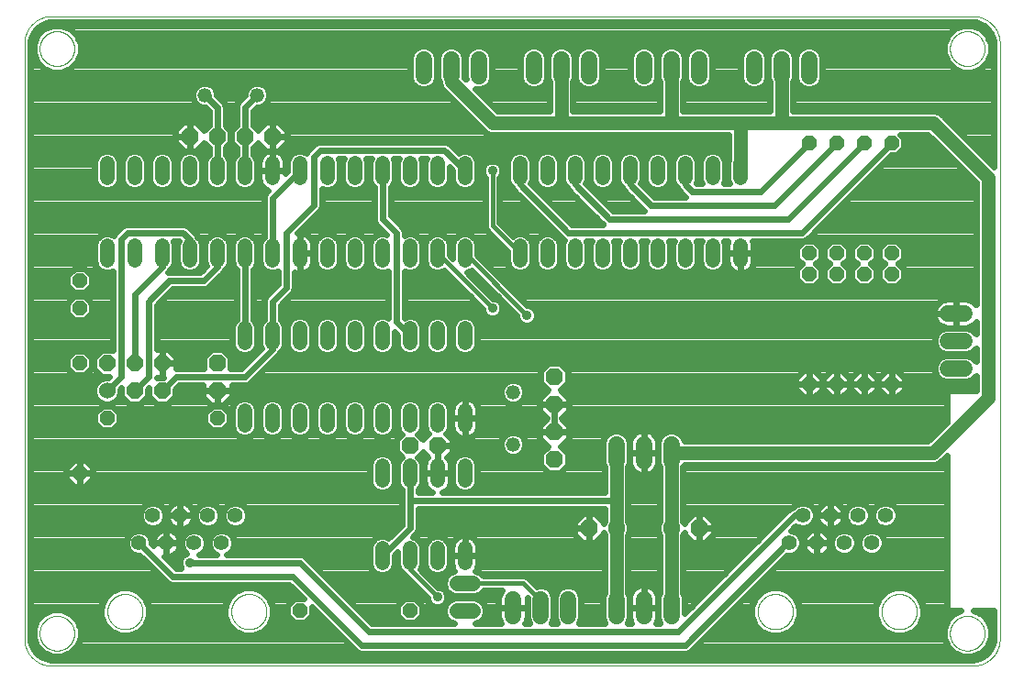
<source format=gbl>
G75*
%MOIN*%
%OFA0B0*%
%FSLAX25Y25*%
%IPPOS*%
%LPD*%
%AMOC8*
5,1,8,0,0,1.08239X$1,22.5*
%
%ADD10C,0.00000*%
%ADD11OC8,0.06300*%
%ADD12C,0.06300*%
%ADD13C,0.05200*%
%ADD14C,0.06000*%
%ADD15C,0.05600*%
%ADD16OC8,0.05200*%
%ADD17C,0.05200*%
%ADD18C,0.06000*%
%ADD19OC8,0.06000*%
%ADD20C,0.05500*%
%ADD21C,0.02400*%
%ADD22C,0.05000*%
%ADD23C,0.01600*%
%ADD24C,0.03562*%
D10*
X0026059Y0048303D02*
X0360705Y0048303D01*
X0360943Y0048306D01*
X0361181Y0048314D01*
X0361418Y0048329D01*
X0361655Y0048349D01*
X0361891Y0048375D01*
X0362127Y0048406D01*
X0362362Y0048443D01*
X0362596Y0048486D01*
X0362829Y0048535D01*
X0363061Y0048589D01*
X0363291Y0048649D01*
X0363520Y0048714D01*
X0363747Y0048785D01*
X0363972Y0048861D01*
X0364195Y0048943D01*
X0364417Y0049030D01*
X0364636Y0049122D01*
X0364853Y0049220D01*
X0365067Y0049322D01*
X0365279Y0049430D01*
X0365489Y0049544D01*
X0365695Y0049662D01*
X0365899Y0049785D01*
X0366099Y0049913D01*
X0366296Y0050045D01*
X0366491Y0050183D01*
X0366681Y0050325D01*
X0366869Y0050472D01*
X0367052Y0050623D01*
X0367232Y0050778D01*
X0367408Y0050938D01*
X0367580Y0051102D01*
X0367749Y0051271D01*
X0367913Y0051443D01*
X0368073Y0051619D01*
X0368228Y0051799D01*
X0368379Y0051982D01*
X0368526Y0052170D01*
X0368668Y0052360D01*
X0368806Y0052555D01*
X0368938Y0052752D01*
X0369066Y0052952D01*
X0369189Y0053156D01*
X0369307Y0053362D01*
X0369421Y0053572D01*
X0369529Y0053784D01*
X0369631Y0053998D01*
X0369729Y0054215D01*
X0369821Y0054434D01*
X0369908Y0054656D01*
X0369990Y0054879D01*
X0370066Y0055104D01*
X0370137Y0055331D01*
X0370202Y0055560D01*
X0370262Y0055790D01*
X0370316Y0056022D01*
X0370365Y0056255D01*
X0370408Y0056489D01*
X0370445Y0056724D01*
X0370476Y0056960D01*
X0370502Y0057196D01*
X0370522Y0057433D01*
X0370537Y0057670D01*
X0370545Y0057908D01*
X0370548Y0058146D01*
X0370547Y0058146D02*
X0370547Y0274681D01*
X0370548Y0274681D02*
X0370545Y0274919D01*
X0370537Y0275157D01*
X0370522Y0275394D01*
X0370502Y0275631D01*
X0370476Y0275867D01*
X0370445Y0276103D01*
X0370408Y0276338D01*
X0370365Y0276572D01*
X0370316Y0276805D01*
X0370262Y0277037D01*
X0370202Y0277267D01*
X0370137Y0277496D01*
X0370066Y0277723D01*
X0369990Y0277948D01*
X0369908Y0278171D01*
X0369821Y0278393D01*
X0369729Y0278612D01*
X0369631Y0278829D01*
X0369529Y0279043D01*
X0369421Y0279255D01*
X0369307Y0279465D01*
X0369189Y0279671D01*
X0369066Y0279875D01*
X0368938Y0280075D01*
X0368806Y0280272D01*
X0368668Y0280467D01*
X0368526Y0280657D01*
X0368379Y0280845D01*
X0368228Y0281028D01*
X0368073Y0281208D01*
X0367913Y0281384D01*
X0367749Y0281556D01*
X0367580Y0281725D01*
X0367408Y0281889D01*
X0367232Y0282049D01*
X0367052Y0282204D01*
X0366869Y0282355D01*
X0366681Y0282502D01*
X0366491Y0282644D01*
X0366296Y0282782D01*
X0366099Y0282914D01*
X0365899Y0283042D01*
X0365695Y0283165D01*
X0365489Y0283283D01*
X0365279Y0283397D01*
X0365067Y0283505D01*
X0364853Y0283607D01*
X0364636Y0283705D01*
X0364417Y0283797D01*
X0364195Y0283884D01*
X0363972Y0283966D01*
X0363747Y0284042D01*
X0363520Y0284113D01*
X0363291Y0284178D01*
X0363061Y0284238D01*
X0362829Y0284292D01*
X0362596Y0284341D01*
X0362362Y0284384D01*
X0362127Y0284421D01*
X0361891Y0284452D01*
X0361655Y0284478D01*
X0361418Y0284498D01*
X0361181Y0284513D01*
X0360943Y0284521D01*
X0360705Y0284524D01*
X0026059Y0284524D01*
X0025821Y0284521D01*
X0025583Y0284513D01*
X0025346Y0284498D01*
X0025109Y0284478D01*
X0024873Y0284452D01*
X0024637Y0284421D01*
X0024402Y0284384D01*
X0024168Y0284341D01*
X0023935Y0284292D01*
X0023703Y0284238D01*
X0023473Y0284178D01*
X0023244Y0284113D01*
X0023017Y0284042D01*
X0022792Y0283966D01*
X0022569Y0283884D01*
X0022347Y0283797D01*
X0022128Y0283705D01*
X0021911Y0283607D01*
X0021697Y0283505D01*
X0021485Y0283397D01*
X0021275Y0283283D01*
X0021069Y0283165D01*
X0020865Y0283042D01*
X0020665Y0282914D01*
X0020468Y0282782D01*
X0020273Y0282644D01*
X0020083Y0282502D01*
X0019895Y0282355D01*
X0019712Y0282204D01*
X0019532Y0282049D01*
X0019356Y0281889D01*
X0019184Y0281725D01*
X0019015Y0281556D01*
X0018851Y0281384D01*
X0018691Y0281208D01*
X0018536Y0281028D01*
X0018385Y0280845D01*
X0018238Y0280657D01*
X0018096Y0280467D01*
X0017958Y0280272D01*
X0017826Y0280075D01*
X0017698Y0279875D01*
X0017575Y0279671D01*
X0017457Y0279465D01*
X0017343Y0279255D01*
X0017235Y0279043D01*
X0017133Y0278829D01*
X0017035Y0278612D01*
X0016943Y0278393D01*
X0016856Y0278171D01*
X0016774Y0277948D01*
X0016698Y0277723D01*
X0016627Y0277496D01*
X0016562Y0277267D01*
X0016502Y0277037D01*
X0016448Y0276805D01*
X0016399Y0276572D01*
X0016356Y0276338D01*
X0016319Y0276103D01*
X0016288Y0275867D01*
X0016262Y0275631D01*
X0016242Y0275394D01*
X0016227Y0275157D01*
X0016219Y0274919D01*
X0016216Y0274681D01*
X0016217Y0274681D02*
X0016217Y0058146D01*
X0016216Y0058146D02*
X0016219Y0057908D01*
X0016227Y0057670D01*
X0016242Y0057433D01*
X0016262Y0057196D01*
X0016288Y0056960D01*
X0016319Y0056724D01*
X0016356Y0056489D01*
X0016399Y0056255D01*
X0016448Y0056022D01*
X0016502Y0055790D01*
X0016562Y0055560D01*
X0016627Y0055331D01*
X0016698Y0055104D01*
X0016774Y0054879D01*
X0016856Y0054656D01*
X0016943Y0054434D01*
X0017035Y0054215D01*
X0017133Y0053998D01*
X0017235Y0053784D01*
X0017343Y0053572D01*
X0017457Y0053362D01*
X0017575Y0053156D01*
X0017698Y0052952D01*
X0017826Y0052752D01*
X0017958Y0052555D01*
X0018096Y0052360D01*
X0018238Y0052170D01*
X0018385Y0051982D01*
X0018536Y0051799D01*
X0018691Y0051619D01*
X0018851Y0051443D01*
X0019015Y0051271D01*
X0019184Y0051102D01*
X0019356Y0050938D01*
X0019532Y0050778D01*
X0019712Y0050623D01*
X0019895Y0050472D01*
X0020083Y0050325D01*
X0020273Y0050183D01*
X0020468Y0050045D01*
X0020665Y0049913D01*
X0020865Y0049785D01*
X0021069Y0049662D01*
X0021275Y0049544D01*
X0021485Y0049430D01*
X0021697Y0049322D01*
X0021911Y0049220D01*
X0022128Y0049122D01*
X0022347Y0049030D01*
X0022569Y0048943D01*
X0022792Y0048861D01*
X0023017Y0048785D01*
X0023244Y0048714D01*
X0023473Y0048649D01*
X0023703Y0048589D01*
X0023935Y0048535D01*
X0024168Y0048486D01*
X0024402Y0048443D01*
X0024637Y0048406D01*
X0024873Y0048375D01*
X0025109Y0048349D01*
X0025346Y0048329D01*
X0025583Y0048314D01*
X0025821Y0048306D01*
X0026059Y0048303D01*
X0021729Y0060114D02*
X0021731Y0060272D01*
X0021737Y0060430D01*
X0021747Y0060588D01*
X0021761Y0060746D01*
X0021779Y0060903D01*
X0021800Y0061060D01*
X0021826Y0061216D01*
X0021856Y0061372D01*
X0021889Y0061527D01*
X0021927Y0061680D01*
X0021968Y0061833D01*
X0022013Y0061985D01*
X0022062Y0062136D01*
X0022115Y0062285D01*
X0022171Y0062433D01*
X0022231Y0062579D01*
X0022295Y0062724D01*
X0022363Y0062867D01*
X0022434Y0063009D01*
X0022508Y0063149D01*
X0022586Y0063286D01*
X0022668Y0063422D01*
X0022752Y0063556D01*
X0022841Y0063687D01*
X0022932Y0063816D01*
X0023027Y0063943D01*
X0023124Y0064068D01*
X0023225Y0064190D01*
X0023329Y0064309D01*
X0023436Y0064426D01*
X0023546Y0064540D01*
X0023659Y0064651D01*
X0023774Y0064760D01*
X0023892Y0064865D01*
X0024013Y0064967D01*
X0024136Y0065067D01*
X0024262Y0065163D01*
X0024390Y0065256D01*
X0024520Y0065346D01*
X0024653Y0065432D01*
X0024788Y0065516D01*
X0024924Y0065595D01*
X0025063Y0065672D01*
X0025204Y0065744D01*
X0025346Y0065814D01*
X0025490Y0065879D01*
X0025636Y0065941D01*
X0025783Y0065999D01*
X0025932Y0066054D01*
X0026082Y0066105D01*
X0026233Y0066152D01*
X0026385Y0066195D01*
X0026538Y0066234D01*
X0026693Y0066270D01*
X0026848Y0066301D01*
X0027004Y0066329D01*
X0027160Y0066353D01*
X0027317Y0066373D01*
X0027475Y0066389D01*
X0027632Y0066401D01*
X0027791Y0066409D01*
X0027949Y0066413D01*
X0028107Y0066413D01*
X0028265Y0066409D01*
X0028424Y0066401D01*
X0028581Y0066389D01*
X0028739Y0066373D01*
X0028896Y0066353D01*
X0029052Y0066329D01*
X0029208Y0066301D01*
X0029363Y0066270D01*
X0029518Y0066234D01*
X0029671Y0066195D01*
X0029823Y0066152D01*
X0029974Y0066105D01*
X0030124Y0066054D01*
X0030273Y0065999D01*
X0030420Y0065941D01*
X0030566Y0065879D01*
X0030710Y0065814D01*
X0030852Y0065744D01*
X0030993Y0065672D01*
X0031132Y0065595D01*
X0031268Y0065516D01*
X0031403Y0065432D01*
X0031536Y0065346D01*
X0031666Y0065256D01*
X0031794Y0065163D01*
X0031920Y0065067D01*
X0032043Y0064967D01*
X0032164Y0064865D01*
X0032282Y0064760D01*
X0032397Y0064651D01*
X0032510Y0064540D01*
X0032620Y0064426D01*
X0032727Y0064309D01*
X0032831Y0064190D01*
X0032932Y0064068D01*
X0033029Y0063943D01*
X0033124Y0063816D01*
X0033215Y0063687D01*
X0033304Y0063556D01*
X0033388Y0063422D01*
X0033470Y0063286D01*
X0033548Y0063149D01*
X0033622Y0063009D01*
X0033693Y0062867D01*
X0033761Y0062724D01*
X0033825Y0062579D01*
X0033885Y0062433D01*
X0033941Y0062285D01*
X0033994Y0062136D01*
X0034043Y0061985D01*
X0034088Y0061833D01*
X0034129Y0061680D01*
X0034167Y0061527D01*
X0034200Y0061372D01*
X0034230Y0061216D01*
X0034256Y0061060D01*
X0034277Y0060903D01*
X0034295Y0060746D01*
X0034309Y0060588D01*
X0034319Y0060430D01*
X0034325Y0060272D01*
X0034327Y0060114D01*
X0034325Y0059956D01*
X0034319Y0059798D01*
X0034309Y0059640D01*
X0034295Y0059482D01*
X0034277Y0059325D01*
X0034256Y0059168D01*
X0034230Y0059012D01*
X0034200Y0058856D01*
X0034167Y0058701D01*
X0034129Y0058548D01*
X0034088Y0058395D01*
X0034043Y0058243D01*
X0033994Y0058092D01*
X0033941Y0057943D01*
X0033885Y0057795D01*
X0033825Y0057649D01*
X0033761Y0057504D01*
X0033693Y0057361D01*
X0033622Y0057219D01*
X0033548Y0057079D01*
X0033470Y0056942D01*
X0033388Y0056806D01*
X0033304Y0056672D01*
X0033215Y0056541D01*
X0033124Y0056412D01*
X0033029Y0056285D01*
X0032932Y0056160D01*
X0032831Y0056038D01*
X0032727Y0055919D01*
X0032620Y0055802D01*
X0032510Y0055688D01*
X0032397Y0055577D01*
X0032282Y0055468D01*
X0032164Y0055363D01*
X0032043Y0055261D01*
X0031920Y0055161D01*
X0031794Y0055065D01*
X0031666Y0054972D01*
X0031536Y0054882D01*
X0031403Y0054796D01*
X0031268Y0054712D01*
X0031132Y0054633D01*
X0030993Y0054556D01*
X0030852Y0054484D01*
X0030710Y0054414D01*
X0030566Y0054349D01*
X0030420Y0054287D01*
X0030273Y0054229D01*
X0030124Y0054174D01*
X0029974Y0054123D01*
X0029823Y0054076D01*
X0029671Y0054033D01*
X0029518Y0053994D01*
X0029363Y0053958D01*
X0029208Y0053927D01*
X0029052Y0053899D01*
X0028896Y0053875D01*
X0028739Y0053855D01*
X0028581Y0053839D01*
X0028424Y0053827D01*
X0028265Y0053819D01*
X0028107Y0053815D01*
X0027949Y0053815D01*
X0027791Y0053819D01*
X0027632Y0053827D01*
X0027475Y0053839D01*
X0027317Y0053855D01*
X0027160Y0053875D01*
X0027004Y0053899D01*
X0026848Y0053927D01*
X0026693Y0053958D01*
X0026538Y0053994D01*
X0026385Y0054033D01*
X0026233Y0054076D01*
X0026082Y0054123D01*
X0025932Y0054174D01*
X0025783Y0054229D01*
X0025636Y0054287D01*
X0025490Y0054349D01*
X0025346Y0054414D01*
X0025204Y0054484D01*
X0025063Y0054556D01*
X0024924Y0054633D01*
X0024788Y0054712D01*
X0024653Y0054796D01*
X0024520Y0054882D01*
X0024390Y0054972D01*
X0024262Y0055065D01*
X0024136Y0055161D01*
X0024013Y0055261D01*
X0023892Y0055363D01*
X0023774Y0055468D01*
X0023659Y0055577D01*
X0023546Y0055688D01*
X0023436Y0055802D01*
X0023329Y0055919D01*
X0023225Y0056038D01*
X0023124Y0056160D01*
X0023027Y0056285D01*
X0022932Y0056412D01*
X0022841Y0056541D01*
X0022752Y0056672D01*
X0022668Y0056806D01*
X0022586Y0056942D01*
X0022508Y0057079D01*
X0022434Y0057219D01*
X0022363Y0057361D01*
X0022295Y0057504D01*
X0022231Y0057649D01*
X0022171Y0057795D01*
X0022115Y0057943D01*
X0022062Y0058092D01*
X0022013Y0058243D01*
X0021968Y0058395D01*
X0021927Y0058548D01*
X0021889Y0058701D01*
X0021856Y0058856D01*
X0021826Y0059012D01*
X0021800Y0059168D01*
X0021779Y0059325D01*
X0021761Y0059482D01*
X0021747Y0059640D01*
X0021737Y0059798D01*
X0021731Y0059956D01*
X0021729Y0060114D01*
X0046372Y0067988D02*
X0046374Y0068148D01*
X0046380Y0068307D01*
X0046390Y0068466D01*
X0046404Y0068625D01*
X0046422Y0068784D01*
X0046443Y0068942D01*
X0046469Y0069099D01*
X0046499Y0069256D01*
X0046532Y0069412D01*
X0046570Y0069567D01*
X0046611Y0069721D01*
X0046656Y0069874D01*
X0046705Y0070026D01*
X0046758Y0070177D01*
X0046814Y0070326D01*
X0046875Y0070474D01*
X0046938Y0070620D01*
X0047006Y0070765D01*
X0047077Y0070908D01*
X0047151Y0071049D01*
X0047229Y0071188D01*
X0047311Y0071325D01*
X0047396Y0071460D01*
X0047484Y0071593D01*
X0047576Y0071724D01*
X0047670Y0071852D01*
X0047768Y0071978D01*
X0047869Y0072102D01*
X0047973Y0072223D01*
X0048080Y0072341D01*
X0048190Y0072457D01*
X0048303Y0072570D01*
X0048419Y0072680D01*
X0048537Y0072787D01*
X0048658Y0072891D01*
X0048782Y0072992D01*
X0048908Y0073090D01*
X0049036Y0073184D01*
X0049167Y0073276D01*
X0049300Y0073364D01*
X0049435Y0073449D01*
X0049572Y0073531D01*
X0049711Y0073609D01*
X0049852Y0073683D01*
X0049995Y0073754D01*
X0050140Y0073822D01*
X0050286Y0073885D01*
X0050434Y0073946D01*
X0050583Y0074002D01*
X0050734Y0074055D01*
X0050886Y0074104D01*
X0051039Y0074149D01*
X0051193Y0074190D01*
X0051348Y0074228D01*
X0051504Y0074261D01*
X0051661Y0074291D01*
X0051818Y0074317D01*
X0051976Y0074338D01*
X0052135Y0074356D01*
X0052294Y0074370D01*
X0052453Y0074380D01*
X0052612Y0074386D01*
X0052772Y0074388D01*
X0052932Y0074386D01*
X0053091Y0074380D01*
X0053250Y0074370D01*
X0053409Y0074356D01*
X0053568Y0074338D01*
X0053726Y0074317D01*
X0053883Y0074291D01*
X0054040Y0074261D01*
X0054196Y0074228D01*
X0054351Y0074190D01*
X0054505Y0074149D01*
X0054658Y0074104D01*
X0054810Y0074055D01*
X0054961Y0074002D01*
X0055110Y0073946D01*
X0055258Y0073885D01*
X0055404Y0073822D01*
X0055549Y0073754D01*
X0055692Y0073683D01*
X0055833Y0073609D01*
X0055972Y0073531D01*
X0056109Y0073449D01*
X0056244Y0073364D01*
X0056377Y0073276D01*
X0056508Y0073184D01*
X0056636Y0073090D01*
X0056762Y0072992D01*
X0056886Y0072891D01*
X0057007Y0072787D01*
X0057125Y0072680D01*
X0057241Y0072570D01*
X0057354Y0072457D01*
X0057464Y0072341D01*
X0057571Y0072223D01*
X0057675Y0072102D01*
X0057776Y0071978D01*
X0057874Y0071852D01*
X0057968Y0071724D01*
X0058060Y0071593D01*
X0058148Y0071460D01*
X0058233Y0071325D01*
X0058315Y0071188D01*
X0058393Y0071049D01*
X0058467Y0070908D01*
X0058538Y0070765D01*
X0058606Y0070620D01*
X0058669Y0070474D01*
X0058730Y0070326D01*
X0058786Y0070177D01*
X0058839Y0070026D01*
X0058888Y0069874D01*
X0058933Y0069721D01*
X0058974Y0069567D01*
X0059012Y0069412D01*
X0059045Y0069256D01*
X0059075Y0069099D01*
X0059101Y0068942D01*
X0059122Y0068784D01*
X0059140Y0068625D01*
X0059154Y0068466D01*
X0059164Y0068307D01*
X0059170Y0068148D01*
X0059172Y0067988D01*
X0059170Y0067828D01*
X0059164Y0067669D01*
X0059154Y0067510D01*
X0059140Y0067351D01*
X0059122Y0067192D01*
X0059101Y0067034D01*
X0059075Y0066877D01*
X0059045Y0066720D01*
X0059012Y0066564D01*
X0058974Y0066409D01*
X0058933Y0066255D01*
X0058888Y0066102D01*
X0058839Y0065950D01*
X0058786Y0065799D01*
X0058730Y0065650D01*
X0058669Y0065502D01*
X0058606Y0065356D01*
X0058538Y0065211D01*
X0058467Y0065068D01*
X0058393Y0064927D01*
X0058315Y0064788D01*
X0058233Y0064651D01*
X0058148Y0064516D01*
X0058060Y0064383D01*
X0057968Y0064252D01*
X0057874Y0064124D01*
X0057776Y0063998D01*
X0057675Y0063874D01*
X0057571Y0063753D01*
X0057464Y0063635D01*
X0057354Y0063519D01*
X0057241Y0063406D01*
X0057125Y0063296D01*
X0057007Y0063189D01*
X0056886Y0063085D01*
X0056762Y0062984D01*
X0056636Y0062886D01*
X0056508Y0062792D01*
X0056377Y0062700D01*
X0056244Y0062612D01*
X0056109Y0062527D01*
X0055972Y0062445D01*
X0055833Y0062367D01*
X0055692Y0062293D01*
X0055549Y0062222D01*
X0055404Y0062154D01*
X0055258Y0062091D01*
X0055110Y0062030D01*
X0054961Y0061974D01*
X0054810Y0061921D01*
X0054658Y0061872D01*
X0054505Y0061827D01*
X0054351Y0061786D01*
X0054196Y0061748D01*
X0054040Y0061715D01*
X0053883Y0061685D01*
X0053726Y0061659D01*
X0053568Y0061638D01*
X0053409Y0061620D01*
X0053250Y0061606D01*
X0053091Y0061596D01*
X0052932Y0061590D01*
X0052772Y0061588D01*
X0052612Y0061590D01*
X0052453Y0061596D01*
X0052294Y0061606D01*
X0052135Y0061620D01*
X0051976Y0061638D01*
X0051818Y0061659D01*
X0051661Y0061685D01*
X0051504Y0061715D01*
X0051348Y0061748D01*
X0051193Y0061786D01*
X0051039Y0061827D01*
X0050886Y0061872D01*
X0050734Y0061921D01*
X0050583Y0061974D01*
X0050434Y0062030D01*
X0050286Y0062091D01*
X0050140Y0062154D01*
X0049995Y0062222D01*
X0049852Y0062293D01*
X0049711Y0062367D01*
X0049572Y0062445D01*
X0049435Y0062527D01*
X0049300Y0062612D01*
X0049167Y0062700D01*
X0049036Y0062792D01*
X0048908Y0062886D01*
X0048782Y0062984D01*
X0048658Y0063085D01*
X0048537Y0063189D01*
X0048419Y0063296D01*
X0048303Y0063406D01*
X0048190Y0063519D01*
X0048080Y0063635D01*
X0047973Y0063753D01*
X0047869Y0063874D01*
X0047768Y0063998D01*
X0047670Y0064124D01*
X0047576Y0064252D01*
X0047484Y0064383D01*
X0047396Y0064516D01*
X0047311Y0064651D01*
X0047229Y0064788D01*
X0047151Y0064927D01*
X0047077Y0065068D01*
X0047006Y0065211D01*
X0046938Y0065356D01*
X0046875Y0065502D01*
X0046814Y0065650D01*
X0046758Y0065799D01*
X0046705Y0065950D01*
X0046656Y0066102D01*
X0046611Y0066255D01*
X0046570Y0066409D01*
X0046532Y0066564D01*
X0046499Y0066720D01*
X0046469Y0066877D01*
X0046443Y0067034D01*
X0046422Y0067192D01*
X0046404Y0067351D01*
X0046390Y0067510D01*
X0046380Y0067669D01*
X0046374Y0067828D01*
X0046372Y0067988D01*
X0091372Y0067988D02*
X0091374Y0068148D01*
X0091380Y0068307D01*
X0091390Y0068466D01*
X0091404Y0068625D01*
X0091422Y0068784D01*
X0091443Y0068942D01*
X0091469Y0069099D01*
X0091499Y0069256D01*
X0091532Y0069412D01*
X0091570Y0069567D01*
X0091611Y0069721D01*
X0091656Y0069874D01*
X0091705Y0070026D01*
X0091758Y0070177D01*
X0091814Y0070326D01*
X0091875Y0070474D01*
X0091938Y0070620D01*
X0092006Y0070765D01*
X0092077Y0070908D01*
X0092151Y0071049D01*
X0092229Y0071188D01*
X0092311Y0071325D01*
X0092396Y0071460D01*
X0092484Y0071593D01*
X0092576Y0071724D01*
X0092670Y0071852D01*
X0092768Y0071978D01*
X0092869Y0072102D01*
X0092973Y0072223D01*
X0093080Y0072341D01*
X0093190Y0072457D01*
X0093303Y0072570D01*
X0093419Y0072680D01*
X0093537Y0072787D01*
X0093658Y0072891D01*
X0093782Y0072992D01*
X0093908Y0073090D01*
X0094036Y0073184D01*
X0094167Y0073276D01*
X0094300Y0073364D01*
X0094435Y0073449D01*
X0094572Y0073531D01*
X0094711Y0073609D01*
X0094852Y0073683D01*
X0094995Y0073754D01*
X0095140Y0073822D01*
X0095286Y0073885D01*
X0095434Y0073946D01*
X0095583Y0074002D01*
X0095734Y0074055D01*
X0095886Y0074104D01*
X0096039Y0074149D01*
X0096193Y0074190D01*
X0096348Y0074228D01*
X0096504Y0074261D01*
X0096661Y0074291D01*
X0096818Y0074317D01*
X0096976Y0074338D01*
X0097135Y0074356D01*
X0097294Y0074370D01*
X0097453Y0074380D01*
X0097612Y0074386D01*
X0097772Y0074388D01*
X0097932Y0074386D01*
X0098091Y0074380D01*
X0098250Y0074370D01*
X0098409Y0074356D01*
X0098568Y0074338D01*
X0098726Y0074317D01*
X0098883Y0074291D01*
X0099040Y0074261D01*
X0099196Y0074228D01*
X0099351Y0074190D01*
X0099505Y0074149D01*
X0099658Y0074104D01*
X0099810Y0074055D01*
X0099961Y0074002D01*
X0100110Y0073946D01*
X0100258Y0073885D01*
X0100404Y0073822D01*
X0100549Y0073754D01*
X0100692Y0073683D01*
X0100833Y0073609D01*
X0100972Y0073531D01*
X0101109Y0073449D01*
X0101244Y0073364D01*
X0101377Y0073276D01*
X0101508Y0073184D01*
X0101636Y0073090D01*
X0101762Y0072992D01*
X0101886Y0072891D01*
X0102007Y0072787D01*
X0102125Y0072680D01*
X0102241Y0072570D01*
X0102354Y0072457D01*
X0102464Y0072341D01*
X0102571Y0072223D01*
X0102675Y0072102D01*
X0102776Y0071978D01*
X0102874Y0071852D01*
X0102968Y0071724D01*
X0103060Y0071593D01*
X0103148Y0071460D01*
X0103233Y0071325D01*
X0103315Y0071188D01*
X0103393Y0071049D01*
X0103467Y0070908D01*
X0103538Y0070765D01*
X0103606Y0070620D01*
X0103669Y0070474D01*
X0103730Y0070326D01*
X0103786Y0070177D01*
X0103839Y0070026D01*
X0103888Y0069874D01*
X0103933Y0069721D01*
X0103974Y0069567D01*
X0104012Y0069412D01*
X0104045Y0069256D01*
X0104075Y0069099D01*
X0104101Y0068942D01*
X0104122Y0068784D01*
X0104140Y0068625D01*
X0104154Y0068466D01*
X0104164Y0068307D01*
X0104170Y0068148D01*
X0104172Y0067988D01*
X0104170Y0067828D01*
X0104164Y0067669D01*
X0104154Y0067510D01*
X0104140Y0067351D01*
X0104122Y0067192D01*
X0104101Y0067034D01*
X0104075Y0066877D01*
X0104045Y0066720D01*
X0104012Y0066564D01*
X0103974Y0066409D01*
X0103933Y0066255D01*
X0103888Y0066102D01*
X0103839Y0065950D01*
X0103786Y0065799D01*
X0103730Y0065650D01*
X0103669Y0065502D01*
X0103606Y0065356D01*
X0103538Y0065211D01*
X0103467Y0065068D01*
X0103393Y0064927D01*
X0103315Y0064788D01*
X0103233Y0064651D01*
X0103148Y0064516D01*
X0103060Y0064383D01*
X0102968Y0064252D01*
X0102874Y0064124D01*
X0102776Y0063998D01*
X0102675Y0063874D01*
X0102571Y0063753D01*
X0102464Y0063635D01*
X0102354Y0063519D01*
X0102241Y0063406D01*
X0102125Y0063296D01*
X0102007Y0063189D01*
X0101886Y0063085D01*
X0101762Y0062984D01*
X0101636Y0062886D01*
X0101508Y0062792D01*
X0101377Y0062700D01*
X0101244Y0062612D01*
X0101109Y0062527D01*
X0100972Y0062445D01*
X0100833Y0062367D01*
X0100692Y0062293D01*
X0100549Y0062222D01*
X0100404Y0062154D01*
X0100258Y0062091D01*
X0100110Y0062030D01*
X0099961Y0061974D01*
X0099810Y0061921D01*
X0099658Y0061872D01*
X0099505Y0061827D01*
X0099351Y0061786D01*
X0099196Y0061748D01*
X0099040Y0061715D01*
X0098883Y0061685D01*
X0098726Y0061659D01*
X0098568Y0061638D01*
X0098409Y0061620D01*
X0098250Y0061606D01*
X0098091Y0061596D01*
X0097932Y0061590D01*
X0097772Y0061588D01*
X0097612Y0061590D01*
X0097453Y0061596D01*
X0097294Y0061606D01*
X0097135Y0061620D01*
X0096976Y0061638D01*
X0096818Y0061659D01*
X0096661Y0061685D01*
X0096504Y0061715D01*
X0096348Y0061748D01*
X0096193Y0061786D01*
X0096039Y0061827D01*
X0095886Y0061872D01*
X0095734Y0061921D01*
X0095583Y0061974D01*
X0095434Y0062030D01*
X0095286Y0062091D01*
X0095140Y0062154D01*
X0094995Y0062222D01*
X0094852Y0062293D01*
X0094711Y0062367D01*
X0094572Y0062445D01*
X0094435Y0062527D01*
X0094300Y0062612D01*
X0094167Y0062700D01*
X0094036Y0062792D01*
X0093908Y0062886D01*
X0093782Y0062984D01*
X0093658Y0063085D01*
X0093537Y0063189D01*
X0093419Y0063296D01*
X0093303Y0063406D01*
X0093190Y0063519D01*
X0093080Y0063635D01*
X0092973Y0063753D01*
X0092869Y0063874D01*
X0092768Y0063998D01*
X0092670Y0064124D01*
X0092576Y0064252D01*
X0092484Y0064383D01*
X0092396Y0064516D01*
X0092311Y0064651D01*
X0092229Y0064788D01*
X0092151Y0064927D01*
X0092077Y0065068D01*
X0092006Y0065211D01*
X0091938Y0065356D01*
X0091875Y0065502D01*
X0091814Y0065650D01*
X0091758Y0065799D01*
X0091705Y0065950D01*
X0091656Y0066102D01*
X0091611Y0066255D01*
X0091570Y0066409D01*
X0091532Y0066564D01*
X0091499Y0066720D01*
X0091469Y0066877D01*
X0091443Y0067034D01*
X0091422Y0067192D01*
X0091404Y0067351D01*
X0091390Y0067510D01*
X0091380Y0067669D01*
X0091374Y0067828D01*
X0091372Y0067988D01*
X0282592Y0067988D02*
X0282594Y0068148D01*
X0282600Y0068307D01*
X0282610Y0068466D01*
X0282624Y0068625D01*
X0282642Y0068784D01*
X0282663Y0068942D01*
X0282689Y0069099D01*
X0282719Y0069256D01*
X0282752Y0069412D01*
X0282790Y0069567D01*
X0282831Y0069721D01*
X0282876Y0069874D01*
X0282925Y0070026D01*
X0282978Y0070177D01*
X0283034Y0070326D01*
X0283095Y0070474D01*
X0283158Y0070620D01*
X0283226Y0070765D01*
X0283297Y0070908D01*
X0283371Y0071049D01*
X0283449Y0071188D01*
X0283531Y0071325D01*
X0283616Y0071460D01*
X0283704Y0071593D01*
X0283796Y0071724D01*
X0283890Y0071852D01*
X0283988Y0071978D01*
X0284089Y0072102D01*
X0284193Y0072223D01*
X0284300Y0072341D01*
X0284410Y0072457D01*
X0284523Y0072570D01*
X0284639Y0072680D01*
X0284757Y0072787D01*
X0284878Y0072891D01*
X0285002Y0072992D01*
X0285128Y0073090D01*
X0285256Y0073184D01*
X0285387Y0073276D01*
X0285520Y0073364D01*
X0285655Y0073449D01*
X0285792Y0073531D01*
X0285931Y0073609D01*
X0286072Y0073683D01*
X0286215Y0073754D01*
X0286360Y0073822D01*
X0286506Y0073885D01*
X0286654Y0073946D01*
X0286803Y0074002D01*
X0286954Y0074055D01*
X0287106Y0074104D01*
X0287259Y0074149D01*
X0287413Y0074190D01*
X0287568Y0074228D01*
X0287724Y0074261D01*
X0287881Y0074291D01*
X0288038Y0074317D01*
X0288196Y0074338D01*
X0288355Y0074356D01*
X0288514Y0074370D01*
X0288673Y0074380D01*
X0288832Y0074386D01*
X0288992Y0074388D01*
X0289152Y0074386D01*
X0289311Y0074380D01*
X0289470Y0074370D01*
X0289629Y0074356D01*
X0289788Y0074338D01*
X0289946Y0074317D01*
X0290103Y0074291D01*
X0290260Y0074261D01*
X0290416Y0074228D01*
X0290571Y0074190D01*
X0290725Y0074149D01*
X0290878Y0074104D01*
X0291030Y0074055D01*
X0291181Y0074002D01*
X0291330Y0073946D01*
X0291478Y0073885D01*
X0291624Y0073822D01*
X0291769Y0073754D01*
X0291912Y0073683D01*
X0292053Y0073609D01*
X0292192Y0073531D01*
X0292329Y0073449D01*
X0292464Y0073364D01*
X0292597Y0073276D01*
X0292728Y0073184D01*
X0292856Y0073090D01*
X0292982Y0072992D01*
X0293106Y0072891D01*
X0293227Y0072787D01*
X0293345Y0072680D01*
X0293461Y0072570D01*
X0293574Y0072457D01*
X0293684Y0072341D01*
X0293791Y0072223D01*
X0293895Y0072102D01*
X0293996Y0071978D01*
X0294094Y0071852D01*
X0294188Y0071724D01*
X0294280Y0071593D01*
X0294368Y0071460D01*
X0294453Y0071325D01*
X0294535Y0071188D01*
X0294613Y0071049D01*
X0294687Y0070908D01*
X0294758Y0070765D01*
X0294826Y0070620D01*
X0294889Y0070474D01*
X0294950Y0070326D01*
X0295006Y0070177D01*
X0295059Y0070026D01*
X0295108Y0069874D01*
X0295153Y0069721D01*
X0295194Y0069567D01*
X0295232Y0069412D01*
X0295265Y0069256D01*
X0295295Y0069099D01*
X0295321Y0068942D01*
X0295342Y0068784D01*
X0295360Y0068625D01*
X0295374Y0068466D01*
X0295384Y0068307D01*
X0295390Y0068148D01*
X0295392Y0067988D01*
X0295390Y0067828D01*
X0295384Y0067669D01*
X0295374Y0067510D01*
X0295360Y0067351D01*
X0295342Y0067192D01*
X0295321Y0067034D01*
X0295295Y0066877D01*
X0295265Y0066720D01*
X0295232Y0066564D01*
X0295194Y0066409D01*
X0295153Y0066255D01*
X0295108Y0066102D01*
X0295059Y0065950D01*
X0295006Y0065799D01*
X0294950Y0065650D01*
X0294889Y0065502D01*
X0294826Y0065356D01*
X0294758Y0065211D01*
X0294687Y0065068D01*
X0294613Y0064927D01*
X0294535Y0064788D01*
X0294453Y0064651D01*
X0294368Y0064516D01*
X0294280Y0064383D01*
X0294188Y0064252D01*
X0294094Y0064124D01*
X0293996Y0063998D01*
X0293895Y0063874D01*
X0293791Y0063753D01*
X0293684Y0063635D01*
X0293574Y0063519D01*
X0293461Y0063406D01*
X0293345Y0063296D01*
X0293227Y0063189D01*
X0293106Y0063085D01*
X0292982Y0062984D01*
X0292856Y0062886D01*
X0292728Y0062792D01*
X0292597Y0062700D01*
X0292464Y0062612D01*
X0292329Y0062527D01*
X0292192Y0062445D01*
X0292053Y0062367D01*
X0291912Y0062293D01*
X0291769Y0062222D01*
X0291624Y0062154D01*
X0291478Y0062091D01*
X0291330Y0062030D01*
X0291181Y0061974D01*
X0291030Y0061921D01*
X0290878Y0061872D01*
X0290725Y0061827D01*
X0290571Y0061786D01*
X0290416Y0061748D01*
X0290260Y0061715D01*
X0290103Y0061685D01*
X0289946Y0061659D01*
X0289788Y0061638D01*
X0289629Y0061620D01*
X0289470Y0061606D01*
X0289311Y0061596D01*
X0289152Y0061590D01*
X0288992Y0061588D01*
X0288832Y0061590D01*
X0288673Y0061596D01*
X0288514Y0061606D01*
X0288355Y0061620D01*
X0288196Y0061638D01*
X0288038Y0061659D01*
X0287881Y0061685D01*
X0287724Y0061715D01*
X0287568Y0061748D01*
X0287413Y0061786D01*
X0287259Y0061827D01*
X0287106Y0061872D01*
X0286954Y0061921D01*
X0286803Y0061974D01*
X0286654Y0062030D01*
X0286506Y0062091D01*
X0286360Y0062154D01*
X0286215Y0062222D01*
X0286072Y0062293D01*
X0285931Y0062367D01*
X0285792Y0062445D01*
X0285655Y0062527D01*
X0285520Y0062612D01*
X0285387Y0062700D01*
X0285256Y0062792D01*
X0285128Y0062886D01*
X0285002Y0062984D01*
X0284878Y0063085D01*
X0284757Y0063189D01*
X0284639Y0063296D01*
X0284523Y0063406D01*
X0284410Y0063519D01*
X0284300Y0063635D01*
X0284193Y0063753D01*
X0284089Y0063874D01*
X0283988Y0063998D01*
X0283890Y0064124D01*
X0283796Y0064252D01*
X0283704Y0064383D01*
X0283616Y0064516D01*
X0283531Y0064651D01*
X0283449Y0064788D01*
X0283371Y0064927D01*
X0283297Y0065068D01*
X0283226Y0065211D01*
X0283158Y0065356D01*
X0283095Y0065502D01*
X0283034Y0065650D01*
X0282978Y0065799D01*
X0282925Y0065950D01*
X0282876Y0066102D01*
X0282831Y0066255D01*
X0282790Y0066409D01*
X0282752Y0066564D01*
X0282719Y0066720D01*
X0282689Y0066877D01*
X0282663Y0067034D01*
X0282642Y0067192D01*
X0282624Y0067351D01*
X0282610Y0067510D01*
X0282600Y0067669D01*
X0282594Y0067828D01*
X0282592Y0067988D01*
X0327592Y0067988D02*
X0327594Y0068148D01*
X0327600Y0068307D01*
X0327610Y0068466D01*
X0327624Y0068625D01*
X0327642Y0068784D01*
X0327663Y0068942D01*
X0327689Y0069099D01*
X0327719Y0069256D01*
X0327752Y0069412D01*
X0327790Y0069567D01*
X0327831Y0069721D01*
X0327876Y0069874D01*
X0327925Y0070026D01*
X0327978Y0070177D01*
X0328034Y0070326D01*
X0328095Y0070474D01*
X0328158Y0070620D01*
X0328226Y0070765D01*
X0328297Y0070908D01*
X0328371Y0071049D01*
X0328449Y0071188D01*
X0328531Y0071325D01*
X0328616Y0071460D01*
X0328704Y0071593D01*
X0328796Y0071724D01*
X0328890Y0071852D01*
X0328988Y0071978D01*
X0329089Y0072102D01*
X0329193Y0072223D01*
X0329300Y0072341D01*
X0329410Y0072457D01*
X0329523Y0072570D01*
X0329639Y0072680D01*
X0329757Y0072787D01*
X0329878Y0072891D01*
X0330002Y0072992D01*
X0330128Y0073090D01*
X0330256Y0073184D01*
X0330387Y0073276D01*
X0330520Y0073364D01*
X0330655Y0073449D01*
X0330792Y0073531D01*
X0330931Y0073609D01*
X0331072Y0073683D01*
X0331215Y0073754D01*
X0331360Y0073822D01*
X0331506Y0073885D01*
X0331654Y0073946D01*
X0331803Y0074002D01*
X0331954Y0074055D01*
X0332106Y0074104D01*
X0332259Y0074149D01*
X0332413Y0074190D01*
X0332568Y0074228D01*
X0332724Y0074261D01*
X0332881Y0074291D01*
X0333038Y0074317D01*
X0333196Y0074338D01*
X0333355Y0074356D01*
X0333514Y0074370D01*
X0333673Y0074380D01*
X0333832Y0074386D01*
X0333992Y0074388D01*
X0334152Y0074386D01*
X0334311Y0074380D01*
X0334470Y0074370D01*
X0334629Y0074356D01*
X0334788Y0074338D01*
X0334946Y0074317D01*
X0335103Y0074291D01*
X0335260Y0074261D01*
X0335416Y0074228D01*
X0335571Y0074190D01*
X0335725Y0074149D01*
X0335878Y0074104D01*
X0336030Y0074055D01*
X0336181Y0074002D01*
X0336330Y0073946D01*
X0336478Y0073885D01*
X0336624Y0073822D01*
X0336769Y0073754D01*
X0336912Y0073683D01*
X0337053Y0073609D01*
X0337192Y0073531D01*
X0337329Y0073449D01*
X0337464Y0073364D01*
X0337597Y0073276D01*
X0337728Y0073184D01*
X0337856Y0073090D01*
X0337982Y0072992D01*
X0338106Y0072891D01*
X0338227Y0072787D01*
X0338345Y0072680D01*
X0338461Y0072570D01*
X0338574Y0072457D01*
X0338684Y0072341D01*
X0338791Y0072223D01*
X0338895Y0072102D01*
X0338996Y0071978D01*
X0339094Y0071852D01*
X0339188Y0071724D01*
X0339280Y0071593D01*
X0339368Y0071460D01*
X0339453Y0071325D01*
X0339535Y0071188D01*
X0339613Y0071049D01*
X0339687Y0070908D01*
X0339758Y0070765D01*
X0339826Y0070620D01*
X0339889Y0070474D01*
X0339950Y0070326D01*
X0340006Y0070177D01*
X0340059Y0070026D01*
X0340108Y0069874D01*
X0340153Y0069721D01*
X0340194Y0069567D01*
X0340232Y0069412D01*
X0340265Y0069256D01*
X0340295Y0069099D01*
X0340321Y0068942D01*
X0340342Y0068784D01*
X0340360Y0068625D01*
X0340374Y0068466D01*
X0340384Y0068307D01*
X0340390Y0068148D01*
X0340392Y0067988D01*
X0340390Y0067828D01*
X0340384Y0067669D01*
X0340374Y0067510D01*
X0340360Y0067351D01*
X0340342Y0067192D01*
X0340321Y0067034D01*
X0340295Y0066877D01*
X0340265Y0066720D01*
X0340232Y0066564D01*
X0340194Y0066409D01*
X0340153Y0066255D01*
X0340108Y0066102D01*
X0340059Y0065950D01*
X0340006Y0065799D01*
X0339950Y0065650D01*
X0339889Y0065502D01*
X0339826Y0065356D01*
X0339758Y0065211D01*
X0339687Y0065068D01*
X0339613Y0064927D01*
X0339535Y0064788D01*
X0339453Y0064651D01*
X0339368Y0064516D01*
X0339280Y0064383D01*
X0339188Y0064252D01*
X0339094Y0064124D01*
X0338996Y0063998D01*
X0338895Y0063874D01*
X0338791Y0063753D01*
X0338684Y0063635D01*
X0338574Y0063519D01*
X0338461Y0063406D01*
X0338345Y0063296D01*
X0338227Y0063189D01*
X0338106Y0063085D01*
X0337982Y0062984D01*
X0337856Y0062886D01*
X0337728Y0062792D01*
X0337597Y0062700D01*
X0337464Y0062612D01*
X0337329Y0062527D01*
X0337192Y0062445D01*
X0337053Y0062367D01*
X0336912Y0062293D01*
X0336769Y0062222D01*
X0336624Y0062154D01*
X0336478Y0062091D01*
X0336330Y0062030D01*
X0336181Y0061974D01*
X0336030Y0061921D01*
X0335878Y0061872D01*
X0335725Y0061827D01*
X0335571Y0061786D01*
X0335416Y0061748D01*
X0335260Y0061715D01*
X0335103Y0061685D01*
X0334946Y0061659D01*
X0334788Y0061638D01*
X0334629Y0061620D01*
X0334470Y0061606D01*
X0334311Y0061596D01*
X0334152Y0061590D01*
X0333992Y0061588D01*
X0333832Y0061590D01*
X0333673Y0061596D01*
X0333514Y0061606D01*
X0333355Y0061620D01*
X0333196Y0061638D01*
X0333038Y0061659D01*
X0332881Y0061685D01*
X0332724Y0061715D01*
X0332568Y0061748D01*
X0332413Y0061786D01*
X0332259Y0061827D01*
X0332106Y0061872D01*
X0331954Y0061921D01*
X0331803Y0061974D01*
X0331654Y0062030D01*
X0331506Y0062091D01*
X0331360Y0062154D01*
X0331215Y0062222D01*
X0331072Y0062293D01*
X0330931Y0062367D01*
X0330792Y0062445D01*
X0330655Y0062527D01*
X0330520Y0062612D01*
X0330387Y0062700D01*
X0330256Y0062792D01*
X0330128Y0062886D01*
X0330002Y0062984D01*
X0329878Y0063085D01*
X0329757Y0063189D01*
X0329639Y0063296D01*
X0329523Y0063406D01*
X0329410Y0063519D01*
X0329300Y0063635D01*
X0329193Y0063753D01*
X0329089Y0063874D01*
X0328988Y0063998D01*
X0328890Y0064124D01*
X0328796Y0064252D01*
X0328704Y0064383D01*
X0328616Y0064516D01*
X0328531Y0064651D01*
X0328449Y0064788D01*
X0328371Y0064927D01*
X0328297Y0065068D01*
X0328226Y0065211D01*
X0328158Y0065356D01*
X0328095Y0065502D01*
X0328034Y0065650D01*
X0327978Y0065799D01*
X0327925Y0065950D01*
X0327876Y0066102D01*
X0327831Y0066255D01*
X0327790Y0066409D01*
X0327752Y0066564D01*
X0327719Y0066720D01*
X0327689Y0066877D01*
X0327663Y0067034D01*
X0327642Y0067192D01*
X0327624Y0067351D01*
X0327610Y0067510D01*
X0327600Y0067669D01*
X0327594Y0067828D01*
X0327592Y0067988D01*
X0352437Y0060114D02*
X0352439Y0060272D01*
X0352445Y0060430D01*
X0352455Y0060588D01*
X0352469Y0060746D01*
X0352487Y0060903D01*
X0352508Y0061060D01*
X0352534Y0061216D01*
X0352564Y0061372D01*
X0352597Y0061527D01*
X0352635Y0061680D01*
X0352676Y0061833D01*
X0352721Y0061985D01*
X0352770Y0062136D01*
X0352823Y0062285D01*
X0352879Y0062433D01*
X0352939Y0062579D01*
X0353003Y0062724D01*
X0353071Y0062867D01*
X0353142Y0063009D01*
X0353216Y0063149D01*
X0353294Y0063286D01*
X0353376Y0063422D01*
X0353460Y0063556D01*
X0353549Y0063687D01*
X0353640Y0063816D01*
X0353735Y0063943D01*
X0353832Y0064068D01*
X0353933Y0064190D01*
X0354037Y0064309D01*
X0354144Y0064426D01*
X0354254Y0064540D01*
X0354367Y0064651D01*
X0354482Y0064760D01*
X0354600Y0064865D01*
X0354721Y0064967D01*
X0354844Y0065067D01*
X0354970Y0065163D01*
X0355098Y0065256D01*
X0355228Y0065346D01*
X0355361Y0065432D01*
X0355496Y0065516D01*
X0355632Y0065595D01*
X0355771Y0065672D01*
X0355912Y0065744D01*
X0356054Y0065814D01*
X0356198Y0065879D01*
X0356344Y0065941D01*
X0356491Y0065999D01*
X0356640Y0066054D01*
X0356790Y0066105D01*
X0356941Y0066152D01*
X0357093Y0066195D01*
X0357246Y0066234D01*
X0357401Y0066270D01*
X0357556Y0066301D01*
X0357712Y0066329D01*
X0357868Y0066353D01*
X0358025Y0066373D01*
X0358183Y0066389D01*
X0358340Y0066401D01*
X0358499Y0066409D01*
X0358657Y0066413D01*
X0358815Y0066413D01*
X0358973Y0066409D01*
X0359132Y0066401D01*
X0359289Y0066389D01*
X0359447Y0066373D01*
X0359604Y0066353D01*
X0359760Y0066329D01*
X0359916Y0066301D01*
X0360071Y0066270D01*
X0360226Y0066234D01*
X0360379Y0066195D01*
X0360531Y0066152D01*
X0360682Y0066105D01*
X0360832Y0066054D01*
X0360981Y0065999D01*
X0361128Y0065941D01*
X0361274Y0065879D01*
X0361418Y0065814D01*
X0361560Y0065744D01*
X0361701Y0065672D01*
X0361840Y0065595D01*
X0361976Y0065516D01*
X0362111Y0065432D01*
X0362244Y0065346D01*
X0362374Y0065256D01*
X0362502Y0065163D01*
X0362628Y0065067D01*
X0362751Y0064967D01*
X0362872Y0064865D01*
X0362990Y0064760D01*
X0363105Y0064651D01*
X0363218Y0064540D01*
X0363328Y0064426D01*
X0363435Y0064309D01*
X0363539Y0064190D01*
X0363640Y0064068D01*
X0363737Y0063943D01*
X0363832Y0063816D01*
X0363923Y0063687D01*
X0364012Y0063556D01*
X0364096Y0063422D01*
X0364178Y0063286D01*
X0364256Y0063149D01*
X0364330Y0063009D01*
X0364401Y0062867D01*
X0364469Y0062724D01*
X0364533Y0062579D01*
X0364593Y0062433D01*
X0364649Y0062285D01*
X0364702Y0062136D01*
X0364751Y0061985D01*
X0364796Y0061833D01*
X0364837Y0061680D01*
X0364875Y0061527D01*
X0364908Y0061372D01*
X0364938Y0061216D01*
X0364964Y0061060D01*
X0364985Y0060903D01*
X0365003Y0060746D01*
X0365017Y0060588D01*
X0365027Y0060430D01*
X0365033Y0060272D01*
X0365035Y0060114D01*
X0365033Y0059956D01*
X0365027Y0059798D01*
X0365017Y0059640D01*
X0365003Y0059482D01*
X0364985Y0059325D01*
X0364964Y0059168D01*
X0364938Y0059012D01*
X0364908Y0058856D01*
X0364875Y0058701D01*
X0364837Y0058548D01*
X0364796Y0058395D01*
X0364751Y0058243D01*
X0364702Y0058092D01*
X0364649Y0057943D01*
X0364593Y0057795D01*
X0364533Y0057649D01*
X0364469Y0057504D01*
X0364401Y0057361D01*
X0364330Y0057219D01*
X0364256Y0057079D01*
X0364178Y0056942D01*
X0364096Y0056806D01*
X0364012Y0056672D01*
X0363923Y0056541D01*
X0363832Y0056412D01*
X0363737Y0056285D01*
X0363640Y0056160D01*
X0363539Y0056038D01*
X0363435Y0055919D01*
X0363328Y0055802D01*
X0363218Y0055688D01*
X0363105Y0055577D01*
X0362990Y0055468D01*
X0362872Y0055363D01*
X0362751Y0055261D01*
X0362628Y0055161D01*
X0362502Y0055065D01*
X0362374Y0054972D01*
X0362244Y0054882D01*
X0362111Y0054796D01*
X0361976Y0054712D01*
X0361840Y0054633D01*
X0361701Y0054556D01*
X0361560Y0054484D01*
X0361418Y0054414D01*
X0361274Y0054349D01*
X0361128Y0054287D01*
X0360981Y0054229D01*
X0360832Y0054174D01*
X0360682Y0054123D01*
X0360531Y0054076D01*
X0360379Y0054033D01*
X0360226Y0053994D01*
X0360071Y0053958D01*
X0359916Y0053927D01*
X0359760Y0053899D01*
X0359604Y0053875D01*
X0359447Y0053855D01*
X0359289Y0053839D01*
X0359132Y0053827D01*
X0358973Y0053819D01*
X0358815Y0053815D01*
X0358657Y0053815D01*
X0358499Y0053819D01*
X0358340Y0053827D01*
X0358183Y0053839D01*
X0358025Y0053855D01*
X0357868Y0053875D01*
X0357712Y0053899D01*
X0357556Y0053927D01*
X0357401Y0053958D01*
X0357246Y0053994D01*
X0357093Y0054033D01*
X0356941Y0054076D01*
X0356790Y0054123D01*
X0356640Y0054174D01*
X0356491Y0054229D01*
X0356344Y0054287D01*
X0356198Y0054349D01*
X0356054Y0054414D01*
X0355912Y0054484D01*
X0355771Y0054556D01*
X0355632Y0054633D01*
X0355496Y0054712D01*
X0355361Y0054796D01*
X0355228Y0054882D01*
X0355098Y0054972D01*
X0354970Y0055065D01*
X0354844Y0055161D01*
X0354721Y0055261D01*
X0354600Y0055363D01*
X0354482Y0055468D01*
X0354367Y0055577D01*
X0354254Y0055688D01*
X0354144Y0055802D01*
X0354037Y0055919D01*
X0353933Y0056038D01*
X0353832Y0056160D01*
X0353735Y0056285D01*
X0353640Y0056412D01*
X0353549Y0056541D01*
X0353460Y0056672D01*
X0353376Y0056806D01*
X0353294Y0056942D01*
X0353216Y0057079D01*
X0353142Y0057219D01*
X0353071Y0057361D01*
X0353003Y0057504D01*
X0352939Y0057649D01*
X0352879Y0057795D01*
X0352823Y0057943D01*
X0352770Y0058092D01*
X0352721Y0058243D01*
X0352676Y0058395D01*
X0352635Y0058548D01*
X0352597Y0058701D01*
X0352564Y0058856D01*
X0352534Y0059012D01*
X0352508Y0059168D01*
X0352487Y0059325D01*
X0352469Y0059482D01*
X0352455Y0059640D01*
X0352445Y0059798D01*
X0352439Y0059956D01*
X0352437Y0060114D01*
X0352437Y0272713D02*
X0352439Y0272871D01*
X0352445Y0273029D01*
X0352455Y0273187D01*
X0352469Y0273345D01*
X0352487Y0273502D01*
X0352508Y0273659D01*
X0352534Y0273815D01*
X0352564Y0273971D01*
X0352597Y0274126D01*
X0352635Y0274279D01*
X0352676Y0274432D01*
X0352721Y0274584D01*
X0352770Y0274735D01*
X0352823Y0274884D01*
X0352879Y0275032D01*
X0352939Y0275178D01*
X0353003Y0275323D01*
X0353071Y0275466D01*
X0353142Y0275608D01*
X0353216Y0275748D01*
X0353294Y0275885D01*
X0353376Y0276021D01*
X0353460Y0276155D01*
X0353549Y0276286D01*
X0353640Y0276415D01*
X0353735Y0276542D01*
X0353832Y0276667D01*
X0353933Y0276789D01*
X0354037Y0276908D01*
X0354144Y0277025D01*
X0354254Y0277139D01*
X0354367Y0277250D01*
X0354482Y0277359D01*
X0354600Y0277464D01*
X0354721Y0277566D01*
X0354844Y0277666D01*
X0354970Y0277762D01*
X0355098Y0277855D01*
X0355228Y0277945D01*
X0355361Y0278031D01*
X0355496Y0278115D01*
X0355632Y0278194D01*
X0355771Y0278271D01*
X0355912Y0278343D01*
X0356054Y0278413D01*
X0356198Y0278478D01*
X0356344Y0278540D01*
X0356491Y0278598D01*
X0356640Y0278653D01*
X0356790Y0278704D01*
X0356941Y0278751D01*
X0357093Y0278794D01*
X0357246Y0278833D01*
X0357401Y0278869D01*
X0357556Y0278900D01*
X0357712Y0278928D01*
X0357868Y0278952D01*
X0358025Y0278972D01*
X0358183Y0278988D01*
X0358340Y0279000D01*
X0358499Y0279008D01*
X0358657Y0279012D01*
X0358815Y0279012D01*
X0358973Y0279008D01*
X0359132Y0279000D01*
X0359289Y0278988D01*
X0359447Y0278972D01*
X0359604Y0278952D01*
X0359760Y0278928D01*
X0359916Y0278900D01*
X0360071Y0278869D01*
X0360226Y0278833D01*
X0360379Y0278794D01*
X0360531Y0278751D01*
X0360682Y0278704D01*
X0360832Y0278653D01*
X0360981Y0278598D01*
X0361128Y0278540D01*
X0361274Y0278478D01*
X0361418Y0278413D01*
X0361560Y0278343D01*
X0361701Y0278271D01*
X0361840Y0278194D01*
X0361976Y0278115D01*
X0362111Y0278031D01*
X0362244Y0277945D01*
X0362374Y0277855D01*
X0362502Y0277762D01*
X0362628Y0277666D01*
X0362751Y0277566D01*
X0362872Y0277464D01*
X0362990Y0277359D01*
X0363105Y0277250D01*
X0363218Y0277139D01*
X0363328Y0277025D01*
X0363435Y0276908D01*
X0363539Y0276789D01*
X0363640Y0276667D01*
X0363737Y0276542D01*
X0363832Y0276415D01*
X0363923Y0276286D01*
X0364012Y0276155D01*
X0364096Y0276021D01*
X0364178Y0275885D01*
X0364256Y0275748D01*
X0364330Y0275608D01*
X0364401Y0275466D01*
X0364469Y0275323D01*
X0364533Y0275178D01*
X0364593Y0275032D01*
X0364649Y0274884D01*
X0364702Y0274735D01*
X0364751Y0274584D01*
X0364796Y0274432D01*
X0364837Y0274279D01*
X0364875Y0274126D01*
X0364908Y0273971D01*
X0364938Y0273815D01*
X0364964Y0273659D01*
X0364985Y0273502D01*
X0365003Y0273345D01*
X0365017Y0273187D01*
X0365027Y0273029D01*
X0365033Y0272871D01*
X0365035Y0272713D01*
X0365033Y0272555D01*
X0365027Y0272397D01*
X0365017Y0272239D01*
X0365003Y0272081D01*
X0364985Y0271924D01*
X0364964Y0271767D01*
X0364938Y0271611D01*
X0364908Y0271455D01*
X0364875Y0271300D01*
X0364837Y0271147D01*
X0364796Y0270994D01*
X0364751Y0270842D01*
X0364702Y0270691D01*
X0364649Y0270542D01*
X0364593Y0270394D01*
X0364533Y0270248D01*
X0364469Y0270103D01*
X0364401Y0269960D01*
X0364330Y0269818D01*
X0364256Y0269678D01*
X0364178Y0269541D01*
X0364096Y0269405D01*
X0364012Y0269271D01*
X0363923Y0269140D01*
X0363832Y0269011D01*
X0363737Y0268884D01*
X0363640Y0268759D01*
X0363539Y0268637D01*
X0363435Y0268518D01*
X0363328Y0268401D01*
X0363218Y0268287D01*
X0363105Y0268176D01*
X0362990Y0268067D01*
X0362872Y0267962D01*
X0362751Y0267860D01*
X0362628Y0267760D01*
X0362502Y0267664D01*
X0362374Y0267571D01*
X0362244Y0267481D01*
X0362111Y0267395D01*
X0361976Y0267311D01*
X0361840Y0267232D01*
X0361701Y0267155D01*
X0361560Y0267083D01*
X0361418Y0267013D01*
X0361274Y0266948D01*
X0361128Y0266886D01*
X0360981Y0266828D01*
X0360832Y0266773D01*
X0360682Y0266722D01*
X0360531Y0266675D01*
X0360379Y0266632D01*
X0360226Y0266593D01*
X0360071Y0266557D01*
X0359916Y0266526D01*
X0359760Y0266498D01*
X0359604Y0266474D01*
X0359447Y0266454D01*
X0359289Y0266438D01*
X0359132Y0266426D01*
X0358973Y0266418D01*
X0358815Y0266414D01*
X0358657Y0266414D01*
X0358499Y0266418D01*
X0358340Y0266426D01*
X0358183Y0266438D01*
X0358025Y0266454D01*
X0357868Y0266474D01*
X0357712Y0266498D01*
X0357556Y0266526D01*
X0357401Y0266557D01*
X0357246Y0266593D01*
X0357093Y0266632D01*
X0356941Y0266675D01*
X0356790Y0266722D01*
X0356640Y0266773D01*
X0356491Y0266828D01*
X0356344Y0266886D01*
X0356198Y0266948D01*
X0356054Y0267013D01*
X0355912Y0267083D01*
X0355771Y0267155D01*
X0355632Y0267232D01*
X0355496Y0267311D01*
X0355361Y0267395D01*
X0355228Y0267481D01*
X0355098Y0267571D01*
X0354970Y0267664D01*
X0354844Y0267760D01*
X0354721Y0267860D01*
X0354600Y0267962D01*
X0354482Y0268067D01*
X0354367Y0268176D01*
X0354254Y0268287D01*
X0354144Y0268401D01*
X0354037Y0268518D01*
X0353933Y0268637D01*
X0353832Y0268759D01*
X0353735Y0268884D01*
X0353640Y0269011D01*
X0353549Y0269140D01*
X0353460Y0269271D01*
X0353376Y0269405D01*
X0353294Y0269541D01*
X0353216Y0269678D01*
X0353142Y0269818D01*
X0353071Y0269960D01*
X0353003Y0270103D01*
X0352939Y0270248D01*
X0352879Y0270394D01*
X0352823Y0270542D01*
X0352770Y0270691D01*
X0352721Y0270842D01*
X0352676Y0270994D01*
X0352635Y0271147D01*
X0352597Y0271300D01*
X0352564Y0271455D01*
X0352534Y0271611D01*
X0352508Y0271767D01*
X0352487Y0271924D01*
X0352469Y0272081D01*
X0352455Y0272239D01*
X0352445Y0272397D01*
X0352439Y0272555D01*
X0352437Y0272713D01*
X0021729Y0272713D02*
X0021731Y0272871D01*
X0021737Y0273029D01*
X0021747Y0273187D01*
X0021761Y0273345D01*
X0021779Y0273502D01*
X0021800Y0273659D01*
X0021826Y0273815D01*
X0021856Y0273971D01*
X0021889Y0274126D01*
X0021927Y0274279D01*
X0021968Y0274432D01*
X0022013Y0274584D01*
X0022062Y0274735D01*
X0022115Y0274884D01*
X0022171Y0275032D01*
X0022231Y0275178D01*
X0022295Y0275323D01*
X0022363Y0275466D01*
X0022434Y0275608D01*
X0022508Y0275748D01*
X0022586Y0275885D01*
X0022668Y0276021D01*
X0022752Y0276155D01*
X0022841Y0276286D01*
X0022932Y0276415D01*
X0023027Y0276542D01*
X0023124Y0276667D01*
X0023225Y0276789D01*
X0023329Y0276908D01*
X0023436Y0277025D01*
X0023546Y0277139D01*
X0023659Y0277250D01*
X0023774Y0277359D01*
X0023892Y0277464D01*
X0024013Y0277566D01*
X0024136Y0277666D01*
X0024262Y0277762D01*
X0024390Y0277855D01*
X0024520Y0277945D01*
X0024653Y0278031D01*
X0024788Y0278115D01*
X0024924Y0278194D01*
X0025063Y0278271D01*
X0025204Y0278343D01*
X0025346Y0278413D01*
X0025490Y0278478D01*
X0025636Y0278540D01*
X0025783Y0278598D01*
X0025932Y0278653D01*
X0026082Y0278704D01*
X0026233Y0278751D01*
X0026385Y0278794D01*
X0026538Y0278833D01*
X0026693Y0278869D01*
X0026848Y0278900D01*
X0027004Y0278928D01*
X0027160Y0278952D01*
X0027317Y0278972D01*
X0027475Y0278988D01*
X0027632Y0279000D01*
X0027791Y0279008D01*
X0027949Y0279012D01*
X0028107Y0279012D01*
X0028265Y0279008D01*
X0028424Y0279000D01*
X0028581Y0278988D01*
X0028739Y0278972D01*
X0028896Y0278952D01*
X0029052Y0278928D01*
X0029208Y0278900D01*
X0029363Y0278869D01*
X0029518Y0278833D01*
X0029671Y0278794D01*
X0029823Y0278751D01*
X0029974Y0278704D01*
X0030124Y0278653D01*
X0030273Y0278598D01*
X0030420Y0278540D01*
X0030566Y0278478D01*
X0030710Y0278413D01*
X0030852Y0278343D01*
X0030993Y0278271D01*
X0031132Y0278194D01*
X0031268Y0278115D01*
X0031403Y0278031D01*
X0031536Y0277945D01*
X0031666Y0277855D01*
X0031794Y0277762D01*
X0031920Y0277666D01*
X0032043Y0277566D01*
X0032164Y0277464D01*
X0032282Y0277359D01*
X0032397Y0277250D01*
X0032510Y0277139D01*
X0032620Y0277025D01*
X0032727Y0276908D01*
X0032831Y0276789D01*
X0032932Y0276667D01*
X0033029Y0276542D01*
X0033124Y0276415D01*
X0033215Y0276286D01*
X0033304Y0276155D01*
X0033388Y0276021D01*
X0033470Y0275885D01*
X0033548Y0275748D01*
X0033622Y0275608D01*
X0033693Y0275466D01*
X0033761Y0275323D01*
X0033825Y0275178D01*
X0033885Y0275032D01*
X0033941Y0274884D01*
X0033994Y0274735D01*
X0034043Y0274584D01*
X0034088Y0274432D01*
X0034129Y0274279D01*
X0034167Y0274126D01*
X0034200Y0273971D01*
X0034230Y0273815D01*
X0034256Y0273659D01*
X0034277Y0273502D01*
X0034295Y0273345D01*
X0034309Y0273187D01*
X0034319Y0273029D01*
X0034325Y0272871D01*
X0034327Y0272713D01*
X0034325Y0272555D01*
X0034319Y0272397D01*
X0034309Y0272239D01*
X0034295Y0272081D01*
X0034277Y0271924D01*
X0034256Y0271767D01*
X0034230Y0271611D01*
X0034200Y0271455D01*
X0034167Y0271300D01*
X0034129Y0271147D01*
X0034088Y0270994D01*
X0034043Y0270842D01*
X0033994Y0270691D01*
X0033941Y0270542D01*
X0033885Y0270394D01*
X0033825Y0270248D01*
X0033761Y0270103D01*
X0033693Y0269960D01*
X0033622Y0269818D01*
X0033548Y0269678D01*
X0033470Y0269541D01*
X0033388Y0269405D01*
X0033304Y0269271D01*
X0033215Y0269140D01*
X0033124Y0269011D01*
X0033029Y0268884D01*
X0032932Y0268759D01*
X0032831Y0268637D01*
X0032727Y0268518D01*
X0032620Y0268401D01*
X0032510Y0268287D01*
X0032397Y0268176D01*
X0032282Y0268067D01*
X0032164Y0267962D01*
X0032043Y0267860D01*
X0031920Y0267760D01*
X0031794Y0267664D01*
X0031666Y0267571D01*
X0031536Y0267481D01*
X0031403Y0267395D01*
X0031268Y0267311D01*
X0031132Y0267232D01*
X0030993Y0267155D01*
X0030852Y0267083D01*
X0030710Y0267013D01*
X0030566Y0266948D01*
X0030420Y0266886D01*
X0030273Y0266828D01*
X0030124Y0266773D01*
X0029974Y0266722D01*
X0029823Y0266675D01*
X0029671Y0266632D01*
X0029518Y0266593D01*
X0029363Y0266557D01*
X0029208Y0266526D01*
X0029052Y0266498D01*
X0028896Y0266474D01*
X0028739Y0266454D01*
X0028581Y0266438D01*
X0028424Y0266426D01*
X0028265Y0266418D01*
X0028107Y0266414D01*
X0027949Y0266414D01*
X0027791Y0266418D01*
X0027632Y0266426D01*
X0027475Y0266438D01*
X0027317Y0266454D01*
X0027160Y0266474D01*
X0027004Y0266498D01*
X0026848Y0266526D01*
X0026693Y0266557D01*
X0026538Y0266593D01*
X0026385Y0266632D01*
X0026233Y0266675D01*
X0026082Y0266722D01*
X0025932Y0266773D01*
X0025783Y0266828D01*
X0025636Y0266886D01*
X0025490Y0266948D01*
X0025346Y0267013D01*
X0025204Y0267083D01*
X0025063Y0267155D01*
X0024924Y0267232D01*
X0024788Y0267311D01*
X0024653Y0267395D01*
X0024520Y0267481D01*
X0024390Y0267571D01*
X0024262Y0267664D01*
X0024136Y0267760D01*
X0024013Y0267860D01*
X0023892Y0267962D01*
X0023774Y0268067D01*
X0023659Y0268176D01*
X0023546Y0268287D01*
X0023436Y0268401D01*
X0023329Y0268518D01*
X0023225Y0268637D01*
X0023124Y0268759D01*
X0023027Y0268884D01*
X0022932Y0269011D01*
X0022841Y0269140D01*
X0022752Y0269271D01*
X0022668Y0269405D01*
X0022586Y0269541D01*
X0022508Y0269678D01*
X0022434Y0269818D01*
X0022363Y0269960D01*
X0022295Y0270103D01*
X0022231Y0270248D01*
X0022171Y0270394D01*
X0022115Y0270542D01*
X0022062Y0270691D01*
X0022013Y0270842D01*
X0021968Y0270994D01*
X0021927Y0271147D01*
X0021889Y0271300D01*
X0021856Y0271455D01*
X0021826Y0271611D01*
X0021800Y0271767D01*
X0021779Y0271924D01*
X0021761Y0272081D01*
X0021747Y0272239D01*
X0021737Y0272397D01*
X0021731Y0272555D01*
X0021729Y0272713D01*
D11*
X0076217Y0240803D03*
X0086217Y0240803D03*
X0096217Y0240803D03*
X0106217Y0240803D03*
X0086217Y0158303D03*
X0086217Y0148303D03*
X0156217Y0128303D03*
X0166217Y0128303D03*
X0208717Y0123303D03*
X0208717Y0133303D03*
X0208717Y0143303D03*
X0208717Y0153303D03*
X0221217Y0098303D03*
X0261217Y0098303D03*
D12*
X0251217Y0098303D03*
X0231217Y0098303D03*
D13*
X0176217Y0090903D02*
X0176217Y0085703D01*
X0166217Y0085703D02*
X0166217Y0090903D01*
X0156217Y0090903D02*
X0156217Y0085703D01*
X0146217Y0085703D02*
X0146217Y0090903D01*
X0146217Y0115703D02*
X0146217Y0120903D01*
X0156217Y0120903D02*
X0156217Y0115703D01*
X0166217Y0115703D02*
X0166217Y0120903D01*
X0176217Y0120903D02*
X0176217Y0115703D01*
X0176217Y0135703D02*
X0176217Y0140903D01*
X0166217Y0140903D02*
X0166217Y0135703D01*
X0156217Y0135703D02*
X0156217Y0140903D01*
X0146217Y0140903D02*
X0146217Y0135703D01*
X0136217Y0135703D02*
X0136217Y0140903D01*
X0126217Y0140903D02*
X0126217Y0135703D01*
X0116217Y0135703D02*
X0116217Y0140903D01*
X0106217Y0140903D02*
X0106217Y0135703D01*
X0096217Y0135703D02*
X0096217Y0140903D01*
X0096217Y0165703D02*
X0096217Y0170903D01*
X0106217Y0170903D02*
X0106217Y0165703D01*
X0116217Y0165703D02*
X0116217Y0170903D01*
X0126217Y0170903D02*
X0126217Y0165703D01*
X0136217Y0165703D02*
X0136217Y0170903D01*
X0146217Y0170903D02*
X0146217Y0165703D01*
X0156217Y0165703D02*
X0156217Y0170903D01*
X0166217Y0170903D02*
X0166217Y0165703D01*
X0176217Y0165703D02*
X0176217Y0170903D01*
X0176217Y0195703D02*
X0176217Y0200903D01*
X0166217Y0200903D02*
X0166217Y0195703D01*
X0156217Y0195703D02*
X0156217Y0200903D01*
X0146217Y0200903D02*
X0146217Y0195703D01*
X0136217Y0195703D02*
X0136217Y0200903D01*
X0126217Y0200903D02*
X0126217Y0195703D01*
X0116217Y0195703D02*
X0116217Y0200903D01*
X0106217Y0200903D02*
X0106217Y0195703D01*
X0096217Y0195703D02*
X0096217Y0200903D01*
X0086217Y0200903D02*
X0086217Y0195703D01*
X0076217Y0195703D02*
X0076217Y0200903D01*
X0066217Y0200903D02*
X0066217Y0195703D01*
X0056217Y0195703D02*
X0056217Y0200903D01*
X0046217Y0200903D02*
X0046217Y0195703D01*
X0046217Y0225703D02*
X0046217Y0230903D01*
X0056217Y0230903D02*
X0056217Y0225703D01*
X0066217Y0225703D02*
X0066217Y0230903D01*
X0076217Y0230903D02*
X0076217Y0225703D01*
X0086217Y0225703D02*
X0086217Y0230903D01*
X0096217Y0230903D02*
X0096217Y0225703D01*
X0106217Y0225703D02*
X0106217Y0230903D01*
X0116217Y0230903D02*
X0116217Y0225703D01*
X0126217Y0225703D02*
X0126217Y0230903D01*
X0136217Y0230903D02*
X0136217Y0225703D01*
X0146217Y0225703D02*
X0146217Y0230903D01*
X0156217Y0230903D02*
X0156217Y0225703D01*
X0166217Y0225703D02*
X0166217Y0230903D01*
X0176217Y0230903D02*
X0176217Y0225703D01*
X0196217Y0225703D02*
X0196217Y0230903D01*
X0206217Y0230903D02*
X0206217Y0225703D01*
X0216217Y0225703D02*
X0216217Y0230903D01*
X0226217Y0230903D02*
X0226217Y0225703D01*
X0236217Y0225703D02*
X0236217Y0230903D01*
X0246217Y0230903D02*
X0246217Y0225703D01*
X0256217Y0225703D02*
X0256217Y0230903D01*
X0266217Y0230903D02*
X0266217Y0225703D01*
X0276217Y0225703D02*
X0276217Y0230903D01*
X0276217Y0200903D02*
X0276217Y0195703D01*
X0266217Y0195703D02*
X0266217Y0200903D01*
X0256217Y0200903D02*
X0256217Y0195703D01*
X0246217Y0195703D02*
X0246217Y0200903D01*
X0236217Y0200903D02*
X0236217Y0195703D01*
X0226217Y0195703D02*
X0226217Y0200903D01*
X0216217Y0200903D02*
X0216217Y0195703D01*
X0206217Y0195703D02*
X0206217Y0200903D01*
X0196217Y0200903D02*
X0196217Y0195703D01*
D14*
X0201217Y0262803D02*
X0201217Y0268803D01*
X0211217Y0268803D02*
X0211217Y0262803D01*
X0221217Y0262803D02*
X0221217Y0268803D01*
X0241217Y0268803D02*
X0241217Y0262803D01*
X0251217Y0262803D02*
X0251217Y0268803D01*
X0261217Y0268803D02*
X0261217Y0262803D01*
X0281217Y0262803D02*
X0281217Y0268803D01*
X0291217Y0268803D02*
X0291217Y0262803D01*
X0301217Y0262803D02*
X0301217Y0268803D01*
X0181217Y0268803D02*
X0181217Y0262803D01*
X0171217Y0262803D02*
X0171217Y0268803D01*
X0161217Y0268803D02*
X0161217Y0262803D01*
X0231217Y0128803D02*
X0231217Y0122803D01*
X0241217Y0122803D02*
X0241217Y0128803D01*
X0251217Y0128803D02*
X0251217Y0122803D01*
X0251217Y0072553D02*
X0251217Y0066553D01*
X0241217Y0066553D02*
X0241217Y0072553D01*
X0231217Y0072553D02*
X0231217Y0066553D01*
X0213717Y0066553D02*
X0213717Y0072553D01*
X0203717Y0072553D02*
X0203717Y0066553D01*
X0193717Y0066553D02*
X0193717Y0072553D01*
X0351799Y0156413D02*
X0357799Y0156413D01*
X0357799Y0166413D02*
X0351799Y0166413D01*
X0351799Y0176413D02*
X0357799Y0176413D01*
D15*
X0179017Y0078303D02*
X0173417Y0078303D01*
X0173417Y0068303D02*
X0179017Y0068303D01*
D16*
X0156217Y0068303D03*
X0116217Y0068303D03*
X0036217Y0118303D03*
X0046217Y0138303D03*
X0036217Y0158303D03*
X0036217Y0178303D03*
X0036217Y0188303D03*
X0086217Y0138303D03*
X0301217Y0150803D03*
X0311217Y0150803D03*
X0321217Y0150803D03*
X0331217Y0150803D03*
X0331217Y0190803D03*
X0321217Y0190803D03*
X0311217Y0190803D03*
X0311217Y0198303D03*
X0321217Y0198303D03*
X0331217Y0198303D03*
X0301217Y0198303D03*
X0301217Y0190803D03*
X0301217Y0238303D03*
X0311217Y0238303D03*
X0321217Y0238303D03*
X0331217Y0238303D03*
D17*
X0193717Y0147803D03*
X0193717Y0128803D03*
X0100717Y0255803D03*
X0081717Y0255803D03*
D18*
X0046217Y0148303D03*
D19*
X0056217Y0148303D03*
X0066217Y0148303D03*
X0066217Y0158303D03*
X0056217Y0158303D03*
X0046217Y0158303D03*
D20*
X0062772Y0102988D03*
X0072772Y0102988D03*
X0082772Y0102988D03*
X0092772Y0102988D03*
X0087772Y0092988D03*
X0077772Y0092988D03*
X0067772Y0092988D03*
X0057772Y0092988D03*
X0293992Y0092988D03*
X0303992Y0092988D03*
X0313992Y0092988D03*
X0323992Y0092988D03*
X0318992Y0102988D03*
X0308992Y0102988D03*
X0298992Y0102988D03*
X0328992Y0102988D03*
D21*
X0324862Y0101070D02*
X0323123Y0101070D01*
X0322849Y0100411D02*
X0323542Y0102083D01*
X0323542Y0103893D01*
X0322849Y0105566D01*
X0321569Y0106845D01*
X0319897Y0107538D01*
X0318087Y0107538D01*
X0316415Y0106845D01*
X0315135Y0105566D01*
X0314442Y0103893D01*
X0314442Y0102083D01*
X0315135Y0100411D01*
X0316415Y0099131D01*
X0318087Y0098438D01*
X0319897Y0098438D01*
X0321569Y0099131D01*
X0322849Y0100411D01*
X0325135Y0100411D02*
X0324442Y0102083D01*
X0324442Y0103893D01*
X0325135Y0105566D01*
X0326415Y0106845D01*
X0328087Y0107538D01*
X0329897Y0107538D01*
X0331569Y0106845D01*
X0332849Y0105566D01*
X0333542Y0103893D01*
X0333542Y0102083D01*
X0332849Y0100411D01*
X0331569Y0099131D01*
X0329897Y0098438D01*
X0328087Y0098438D01*
X0326415Y0099131D01*
X0325135Y0100411D01*
X0324897Y0097538D02*
X0323087Y0097538D01*
X0321415Y0096845D01*
X0320135Y0095566D01*
X0319442Y0093893D01*
X0319442Y0092083D01*
X0320135Y0090411D01*
X0321415Y0089131D01*
X0323087Y0088438D01*
X0324897Y0088438D01*
X0326569Y0089131D01*
X0327849Y0090411D01*
X0328542Y0092083D01*
X0328542Y0093893D01*
X0327849Y0095566D01*
X0326569Y0096845D01*
X0324897Y0097538D01*
X0327142Y0096273D02*
X0351217Y0096273D01*
X0351217Y0093875D02*
X0328542Y0093875D01*
X0328291Y0091476D02*
X0351217Y0091476D01*
X0351217Y0089078D02*
X0326441Y0089078D01*
X0321543Y0089078D02*
X0316441Y0089078D01*
X0316569Y0089131D02*
X0317849Y0090411D01*
X0318542Y0092083D01*
X0318542Y0093893D01*
X0317849Y0095566D01*
X0316569Y0096845D01*
X0314897Y0097538D01*
X0313087Y0097538D01*
X0311415Y0096845D01*
X0310135Y0095566D01*
X0309442Y0093893D01*
X0309442Y0092083D01*
X0310135Y0090411D01*
X0311415Y0089131D01*
X0313087Y0088438D01*
X0314897Y0088438D01*
X0316569Y0089131D01*
X0318291Y0091476D02*
X0319693Y0091476D01*
X0319442Y0093875D02*
X0318542Y0093875D01*
X0317142Y0096273D02*
X0320843Y0096273D01*
X0320461Y0098672D02*
X0327523Y0098672D01*
X0330461Y0098672D02*
X0351217Y0098672D01*
X0351217Y0101070D02*
X0333123Y0101070D01*
X0333542Y0103469D02*
X0351217Y0103469D01*
X0351217Y0105867D02*
X0332548Y0105867D01*
X0325437Y0105867D02*
X0322548Y0105867D01*
X0323542Y0103469D02*
X0324442Y0103469D01*
X0317523Y0098672D02*
X0311424Y0098672D01*
X0311586Y0098755D02*
X0312217Y0099213D01*
X0312768Y0099763D01*
X0313226Y0100394D01*
X0313579Y0101088D01*
X0313820Y0101829D01*
X0313942Y0102599D01*
X0313942Y0102988D01*
X0308992Y0102988D01*
X0308992Y0102988D01*
X0308992Y0098038D01*
X0308603Y0098038D01*
X0307833Y0098160D01*
X0307092Y0098401D01*
X0306398Y0098755D01*
X0305767Y0099213D01*
X0305216Y0099763D01*
X0304759Y0100394D01*
X0304405Y0101088D01*
X0304164Y0101829D01*
X0304042Y0102599D01*
X0304042Y0102988D01*
X0308992Y0102988D01*
X0308992Y0102988D01*
X0308992Y0098038D01*
X0309382Y0098038D01*
X0310151Y0098160D01*
X0310892Y0098401D01*
X0311586Y0098755D01*
X0310843Y0096273D02*
X0307707Y0096273D01*
X0307768Y0096213D02*
X0307217Y0096764D01*
X0306586Y0097222D01*
X0305892Y0097576D01*
X0305151Y0097816D01*
X0304382Y0097938D01*
X0303992Y0097938D01*
X0303603Y0097938D01*
X0302833Y0097816D01*
X0302092Y0097576D01*
X0301398Y0097222D01*
X0300767Y0096764D01*
X0300216Y0096213D01*
X0299759Y0095583D01*
X0299405Y0094888D01*
X0299164Y0094147D01*
X0299042Y0093378D01*
X0299042Y0092988D01*
X0299042Y0092599D01*
X0299164Y0091829D01*
X0299405Y0091088D01*
X0299759Y0090394D01*
X0300216Y0089763D01*
X0300767Y0089213D01*
X0301398Y0088755D01*
X0302092Y0088401D01*
X0302833Y0088160D01*
X0303603Y0088038D01*
X0303992Y0088038D01*
X0303992Y0092988D01*
X0303992Y0092988D01*
X0299042Y0092988D01*
X0303992Y0092988D01*
X0303992Y0092988D01*
X0303992Y0088038D01*
X0304382Y0088038D01*
X0305151Y0088160D01*
X0305892Y0088401D01*
X0306586Y0088755D01*
X0307217Y0089213D01*
X0307768Y0089763D01*
X0308226Y0090394D01*
X0308579Y0091088D01*
X0308820Y0091829D01*
X0308942Y0092599D01*
X0308942Y0092988D01*
X0303992Y0092988D01*
X0303992Y0092988D01*
X0303992Y0097938D01*
X0303992Y0092988D01*
X0303992Y0092988D01*
X0308942Y0092988D01*
X0308942Y0093378D01*
X0308820Y0094147D01*
X0308579Y0094888D01*
X0308226Y0095583D01*
X0307768Y0096213D01*
X0308863Y0093875D02*
X0309442Y0093875D01*
X0309693Y0091476D02*
X0308706Y0091476D01*
X0307031Y0089078D02*
X0311543Y0089078D01*
X0303992Y0089078D02*
X0303992Y0089078D01*
X0303992Y0091476D02*
X0303992Y0091476D01*
X0303992Y0093875D02*
X0303992Y0093875D01*
X0303992Y0096273D02*
X0303992Y0096273D01*
X0306560Y0098672D02*
X0300461Y0098672D01*
X0299897Y0098438D02*
X0301569Y0099131D01*
X0302849Y0100411D01*
X0303542Y0102083D01*
X0303542Y0103893D01*
X0302849Y0105566D01*
X0301569Y0106845D01*
X0299897Y0107538D01*
X0298087Y0107538D01*
X0296415Y0106845D01*
X0295557Y0105988D01*
X0295305Y0105988D01*
X0294202Y0105531D01*
X0293358Y0104688D01*
X0256017Y0067346D01*
X0256017Y0073508D01*
X0255517Y0074715D01*
X0255517Y0095749D01*
X0255867Y0096594D01*
X0255867Y0096087D01*
X0259000Y0092953D01*
X0261216Y0092953D01*
X0261216Y0098303D01*
X0261217Y0098303D01*
X0261217Y0098303D01*
X0266567Y0098303D01*
X0266567Y0096087D01*
X0263433Y0092953D01*
X0261217Y0092953D01*
X0261217Y0098303D01*
X0266567Y0098303D01*
X0266567Y0100519D01*
X0263433Y0103653D01*
X0261217Y0103653D01*
X0261217Y0098303D01*
X0261216Y0098303D01*
X0261216Y0103653D01*
X0259000Y0103653D01*
X0255867Y0100519D01*
X0255867Y0100012D01*
X0255517Y0100857D01*
X0255517Y0120641D01*
X0255874Y0121503D01*
X0347072Y0121503D01*
X0348652Y0122158D01*
X0351217Y0124722D01*
X0351217Y0068303D01*
X0356297Y0068303D01*
X0353922Y0067319D01*
X0351531Y0064929D01*
X0350237Y0061805D01*
X0350237Y0058424D01*
X0351531Y0055300D01*
X0353922Y0052909D01*
X0357046Y0051615D01*
X0360427Y0051615D01*
X0363551Y0052909D01*
X0365941Y0055300D01*
X0367235Y0058424D01*
X0367235Y0061805D01*
X0365941Y0064929D01*
X0363551Y0067319D01*
X0361176Y0068303D01*
X0368347Y0068303D01*
X0368347Y0058146D01*
X0368253Y0056950D01*
X0367514Y0054676D01*
X0366109Y0052742D01*
X0364174Y0051336D01*
X0361900Y0050597D01*
X0360705Y0050503D01*
X0026059Y0050503D01*
X0024863Y0050597D01*
X0024863Y0050597D01*
X0022589Y0051336D01*
X0020655Y0052742D01*
X0019250Y0054676D01*
X0018511Y0056950D01*
X0018417Y0058146D01*
X0018417Y0274681D01*
X0018511Y0275877D01*
X0019250Y0278151D01*
X0020655Y0280085D01*
X0022589Y0281491D01*
X0024863Y0282230D01*
X0026059Y0282324D01*
X0360705Y0282324D01*
X0361900Y0282230D01*
X0364174Y0281491D01*
X0366109Y0280085D01*
X0367514Y0278151D01*
X0368253Y0275877D01*
X0368347Y0274681D01*
X0368347Y0229754D01*
X0349862Y0248239D01*
X0348652Y0249448D01*
X0347072Y0250103D01*
X0295517Y0250103D01*
X0295517Y0260641D01*
X0296017Y0261848D01*
X0296017Y0269758D01*
X0295286Y0271522D01*
X0293936Y0272872D01*
X0292171Y0273603D01*
X0290262Y0273603D01*
X0288498Y0272872D01*
X0287147Y0271522D01*
X0286417Y0269758D01*
X0286417Y0261848D01*
X0286917Y0260641D01*
X0286917Y0250103D01*
X0255517Y0250103D01*
X0255517Y0260641D01*
X0256017Y0261848D01*
X0256017Y0269758D01*
X0255286Y0271522D01*
X0253936Y0272872D01*
X0252171Y0273603D01*
X0250262Y0273603D01*
X0248498Y0272872D01*
X0247147Y0271522D01*
X0246417Y0269758D01*
X0246417Y0261848D01*
X0246917Y0260641D01*
X0246917Y0250103D01*
X0215517Y0250103D01*
X0215517Y0260641D01*
X0216017Y0261848D01*
X0216017Y0269758D01*
X0215286Y0271522D01*
X0213936Y0272872D01*
X0212171Y0273603D01*
X0210262Y0273603D01*
X0208498Y0272872D01*
X0207147Y0271522D01*
X0206417Y0269758D01*
X0206417Y0261848D01*
X0206917Y0260641D01*
X0206917Y0250103D01*
X0187998Y0250103D01*
X0179982Y0258119D01*
X0180262Y0258003D01*
X0182171Y0258003D01*
X0183936Y0258734D01*
X0185286Y0260084D01*
X0186017Y0261848D01*
X0186017Y0269758D01*
X0185286Y0271522D01*
X0183936Y0272872D01*
X0182171Y0273603D01*
X0180262Y0273603D01*
X0178498Y0272872D01*
X0177147Y0271522D01*
X0176417Y0269758D01*
X0176417Y0261848D01*
X0176533Y0261568D01*
X0176017Y0262084D01*
X0176017Y0269758D01*
X0175286Y0271522D01*
X0173936Y0272872D01*
X0172171Y0273603D01*
X0170262Y0273603D01*
X0168498Y0272872D01*
X0167147Y0271522D01*
X0166417Y0269758D01*
X0166417Y0261848D01*
X0166917Y0260641D01*
X0166917Y0259948D01*
X0167571Y0258367D01*
X0168781Y0257158D01*
X0182571Y0243367D01*
X0183781Y0242158D01*
X0185361Y0241503D01*
X0271917Y0241503D01*
X0271917Y0232020D01*
X0271817Y0231778D01*
X0271817Y0224828D01*
X0272241Y0223803D01*
X0270192Y0223803D01*
X0270617Y0224828D01*
X0270617Y0231778D01*
X0269947Y0233396D01*
X0268709Y0234633D01*
X0267092Y0235303D01*
X0265341Y0235303D01*
X0263724Y0234633D01*
X0262486Y0233396D01*
X0261817Y0231778D01*
X0261817Y0224828D01*
X0262241Y0223803D01*
X0260192Y0223803D01*
X0260617Y0224828D01*
X0260617Y0231778D01*
X0259947Y0233396D01*
X0258709Y0234633D01*
X0257092Y0235303D01*
X0255341Y0235303D01*
X0253724Y0234633D01*
X0252486Y0233396D01*
X0251817Y0231778D01*
X0251817Y0224828D01*
X0252486Y0223211D01*
X0253376Y0222321D01*
X0253673Y0221604D01*
X0254517Y0220760D01*
X0256474Y0218803D01*
X0244959Y0218803D01*
X0240124Y0223638D01*
X0240617Y0224828D01*
X0240617Y0231778D01*
X0239947Y0233396D01*
X0238709Y0234633D01*
X0237092Y0235303D01*
X0235341Y0235303D01*
X0233724Y0234633D01*
X0232486Y0233396D01*
X0231817Y0231778D01*
X0231817Y0224828D01*
X0232486Y0223211D01*
X0233376Y0222321D01*
X0233673Y0221604D01*
X0234517Y0220760D01*
X0241474Y0213803D01*
X0229959Y0213803D01*
X0220124Y0223638D01*
X0220617Y0224828D01*
X0220617Y0231778D01*
X0219947Y0233396D01*
X0218709Y0234633D01*
X0217092Y0235303D01*
X0215341Y0235303D01*
X0213724Y0234633D01*
X0212486Y0233396D01*
X0211817Y0231778D01*
X0211817Y0224828D01*
X0212486Y0223211D01*
X0213376Y0222321D01*
X0213673Y0221604D01*
X0214517Y0220760D01*
X0226474Y0208803D01*
X0214959Y0208803D01*
X0200124Y0223638D01*
X0200617Y0224828D01*
X0200617Y0231778D01*
X0199947Y0233396D01*
X0198709Y0234633D01*
X0197092Y0235303D01*
X0195341Y0235303D01*
X0193724Y0234633D01*
X0192486Y0233396D01*
X0191817Y0231778D01*
X0191817Y0224828D01*
X0192486Y0223211D01*
X0193376Y0222321D01*
X0193673Y0221604D01*
X0194517Y0220760D01*
X0212017Y0203260D01*
X0212370Y0203114D01*
X0211817Y0201778D01*
X0211817Y0194828D01*
X0212486Y0193211D01*
X0213724Y0191973D01*
X0215341Y0191303D01*
X0217092Y0191303D01*
X0218709Y0191973D01*
X0219947Y0193211D01*
X0220617Y0194828D01*
X0220617Y0201778D01*
X0220192Y0202803D01*
X0222241Y0202803D01*
X0221817Y0201778D01*
X0221817Y0194828D01*
X0222486Y0193211D01*
X0223724Y0191973D01*
X0225341Y0191303D01*
X0227092Y0191303D01*
X0228709Y0191973D01*
X0229947Y0193211D01*
X0230617Y0194828D01*
X0230617Y0201778D01*
X0230192Y0202803D01*
X0232241Y0202803D01*
X0231817Y0201778D01*
X0231817Y0194828D01*
X0232486Y0193211D01*
X0233724Y0191973D01*
X0235341Y0191303D01*
X0237092Y0191303D01*
X0238709Y0191973D01*
X0239947Y0193211D01*
X0240617Y0194828D01*
X0240617Y0201778D01*
X0240192Y0202803D01*
X0242241Y0202803D01*
X0241817Y0201778D01*
X0241817Y0194828D01*
X0242486Y0193211D01*
X0243724Y0191973D01*
X0245341Y0191303D01*
X0247092Y0191303D01*
X0248709Y0191973D01*
X0249947Y0193211D01*
X0250617Y0194828D01*
X0250617Y0201778D01*
X0250192Y0202803D01*
X0252241Y0202803D01*
X0251817Y0201778D01*
X0251817Y0194828D01*
X0252486Y0193211D01*
X0253724Y0191973D01*
X0255341Y0191303D01*
X0257092Y0191303D01*
X0258709Y0191973D01*
X0259947Y0193211D01*
X0260617Y0194828D01*
X0260617Y0201778D01*
X0260192Y0202803D01*
X0262241Y0202803D01*
X0261817Y0201778D01*
X0261817Y0194828D01*
X0262486Y0193211D01*
X0263724Y0191973D01*
X0265341Y0191303D01*
X0267092Y0191303D01*
X0268709Y0191973D01*
X0269947Y0193211D01*
X0270617Y0194828D01*
X0270617Y0201778D01*
X0270192Y0202803D01*
X0271797Y0202803D01*
X0271768Y0202746D01*
X0271535Y0202027D01*
X0271417Y0201281D01*
X0271417Y0198303D01*
X0271417Y0195325D01*
X0271535Y0194579D01*
X0271768Y0193861D01*
X0272111Y0193187D01*
X0272555Y0192576D01*
X0273090Y0192042D01*
X0273701Y0191598D01*
X0274374Y0191255D01*
X0275093Y0191021D01*
X0275839Y0190903D01*
X0276216Y0190903D01*
X0276216Y0198303D01*
X0271417Y0198303D01*
X0276216Y0198303D01*
X0276216Y0198303D01*
X0276217Y0198303D01*
X0276217Y0198303D01*
X0281017Y0198303D01*
X0281017Y0195325D01*
X0280898Y0194579D01*
X0280665Y0193861D01*
X0280322Y0193187D01*
X0279878Y0192576D01*
X0279344Y0192042D01*
X0278732Y0191598D01*
X0278059Y0191255D01*
X0277341Y0191021D01*
X0276594Y0190903D01*
X0276217Y0190903D01*
X0276217Y0198303D01*
X0281017Y0198303D01*
X0281017Y0201281D01*
X0280898Y0202027D01*
X0280665Y0202746D01*
X0280636Y0202803D01*
X0299313Y0202803D01*
X0300416Y0203260D01*
X0301260Y0204104D01*
X0331059Y0233903D01*
X0333039Y0233903D01*
X0335617Y0236481D01*
X0335617Y0240126D01*
X0334239Y0241503D01*
X0344435Y0241503D01*
X0361917Y0224022D01*
X0361917Y0179593D01*
X0361766Y0179801D01*
X0361187Y0180380D01*
X0360525Y0180861D01*
X0359795Y0181232D01*
X0359017Y0181485D01*
X0358208Y0181613D01*
X0354799Y0181613D01*
X0351390Y0181613D01*
X0350582Y0181485D01*
X0349803Y0181232D01*
X0349074Y0180861D01*
X0348412Y0180380D01*
X0347833Y0179801D01*
X0347352Y0179139D01*
X0346980Y0178409D01*
X0346727Y0177631D01*
X0346599Y0176823D01*
X0346599Y0176413D01*
X0346599Y0176004D01*
X0346727Y0175196D01*
X0346980Y0174417D01*
X0347352Y0173688D01*
X0347833Y0173026D01*
X0348412Y0172447D01*
X0349074Y0171966D01*
X0349803Y0171594D01*
X0350582Y0171341D01*
X0351390Y0171213D01*
X0354799Y0171213D01*
X0354799Y0176413D01*
X0354799Y0176413D01*
X0346599Y0176413D01*
X0354799Y0176413D01*
X0354799Y0176413D01*
X0354799Y0171213D01*
X0358208Y0171213D01*
X0359017Y0171341D01*
X0359795Y0171594D01*
X0360525Y0171966D01*
X0361187Y0172447D01*
X0361766Y0173026D01*
X0361917Y0173234D01*
X0361917Y0169016D01*
X0361868Y0169132D01*
X0360518Y0170483D01*
X0358754Y0171213D01*
X0350844Y0171213D01*
X0349080Y0170483D01*
X0347730Y0169132D01*
X0346999Y0167368D01*
X0346999Y0165459D01*
X0347730Y0163694D01*
X0349080Y0162344D01*
X0350844Y0161613D01*
X0358754Y0161613D01*
X0360518Y0162344D01*
X0361868Y0163694D01*
X0361917Y0163811D01*
X0361917Y0159016D01*
X0361868Y0159132D01*
X0360518Y0160483D01*
X0358754Y0161213D01*
X0350844Y0161213D01*
X0349080Y0160483D01*
X0347730Y0159132D01*
X0346999Y0157368D01*
X0346999Y0155459D01*
X0347730Y0153694D01*
X0349080Y0152344D01*
X0350844Y0151613D01*
X0358754Y0151613D01*
X0360518Y0152344D01*
X0361868Y0153694D01*
X0361917Y0153811D01*
X0361917Y0148303D01*
X0351217Y0148303D01*
X0351217Y0136884D01*
X0344435Y0130103D01*
X0255874Y0130103D01*
X0255286Y0131522D01*
X0253936Y0132872D01*
X0252171Y0133603D01*
X0250262Y0133603D01*
X0248498Y0132872D01*
X0247147Y0131522D01*
X0246417Y0129758D01*
X0246417Y0121848D01*
X0246917Y0120641D01*
X0246917Y0100857D01*
X0246267Y0099288D01*
X0246267Y0097319D01*
X0246917Y0095749D01*
X0246917Y0074715D01*
X0246417Y0073508D01*
X0246417Y0065598D01*
X0247147Y0063834D01*
X0247178Y0063803D01*
X0245646Y0063803D01*
X0245664Y0063828D01*
X0246036Y0064557D01*
X0246288Y0065335D01*
X0246417Y0066144D01*
X0246417Y0069553D01*
X0241217Y0069553D01*
X0241217Y0069553D01*
X0246417Y0069553D01*
X0246417Y0072962D01*
X0246288Y0073771D01*
X0246036Y0074549D01*
X0245664Y0075279D01*
X0245183Y0075941D01*
X0244604Y0076519D01*
X0243942Y0077001D01*
X0243213Y0077372D01*
X0242434Y0077625D01*
X0241626Y0077753D01*
X0241217Y0077753D01*
X0241217Y0069553D01*
X0241216Y0069553D01*
X0236017Y0069553D01*
X0236017Y0066144D01*
X0236145Y0065335D01*
X0236398Y0064557D01*
X0236769Y0063828D01*
X0236787Y0063803D01*
X0235255Y0063803D01*
X0235286Y0063834D01*
X0236017Y0065598D01*
X0236017Y0073508D01*
X0235517Y0074715D01*
X0235517Y0095749D01*
X0236167Y0097319D01*
X0236167Y0099288D01*
X0235517Y0100857D01*
X0235517Y0120641D01*
X0236017Y0121848D01*
X0236017Y0129758D01*
X0235286Y0131522D01*
X0233936Y0132872D01*
X0232171Y0133603D01*
X0230262Y0133603D01*
X0228498Y0132872D01*
X0227147Y0131522D01*
X0226417Y0129758D01*
X0226417Y0121848D01*
X0226917Y0120641D01*
X0226917Y0111303D01*
X0168154Y0111303D01*
X0168732Y0111598D01*
X0169344Y0112042D01*
X0169878Y0112576D01*
X0170322Y0113187D01*
X0170665Y0113861D01*
X0170898Y0114579D01*
X0171017Y0115325D01*
X0171017Y0118303D01*
X0166217Y0118303D01*
X0166217Y0118303D01*
X0171017Y0118303D01*
X0171017Y0121281D01*
X0170898Y0122027D01*
X0170665Y0122746D01*
X0170322Y0123419D01*
X0169878Y0124030D01*
X0169694Y0124214D01*
X0171567Y0126087D01*
X0171567Y0128303D01*
X0166217Y0128303D01*
X0166217Y0128303D01*
X0171567Y0128303D01*
X0171567Y0130519D01*
X0169411Y0132675D01*
X0169947Y0133211D01*
X0170617Y0134828D01*
X0170617Y0141778D01*
X0169947Y0143396D01*
X0168709Y0144633D01*
X0167092Y0145303D01*
X0165341Y0145303D01*
X0163724Y0144633D01*
X0162486Y0143396D01*
X0161817Y0141778D01*
X0161817Y0134828D01*
X0162486Y0133211D01*
X0163022Y0132675D01*
X0160934Y0130586D01*
X0159128Y0132392D01*
X0159947Y0133211D01*
X0160617Y0134828D01*
X0160617Y0141778D01*
X0159947Y0143396D01*
X0158709Y0144633D01*
X0157092Y0145303D01*
X0155341Y0145303D01*
X0153724Y0144633D01*
X0152486Y0143396D01*
X0151817Y0141778D01*
X0151817Y0134828D01*
X0152486Y0133211D01*
X0153305Y0132392D01*
X0151267Y0130353D01*
X0151267Y0126253D01*
X0153305Y0124214D01*
X0152486Y0123396D01*
X0151817Y0121778D01*
X0151817Y0114828D01*
X0152486Y0113211D01*
X0153217Y0112481D01*
X0153217Y0099546D01*
X0148423Y0094752D01*
X0147092Y0095303D01*
X0145341Y0095303D01*
X0143724Y0094633D01*
X0142486Y0093396D01*
X0141817Y0091778D01*
X0141817Y0084828D01*
X0142486Y0083211D01*
X0143724Y0081973D01*
X0145341Y0081303D01*
X0147092Y0081303D01*
X0148709Y0081973D01*
X0149947Y0083211D01*
X0150617Y0084828D01*
X0150617Y0088460D01*
X0151817Y0089661D01*
X0151817Y0084828D01*
X0152486Y0083211D01*
X0153724Y0081973D01*
X0154001Y0081858D01*
X0154012Y0081830D01*
X0162635Y0073207D01*
X0162635Y0072591D01*
X0163181Y0071275D01*
X0164188Y0070267D01*
X0165504Y0069722D01*
X0166929Y0069722D01*
X0168245Y0070267D01*
X0169252Y0071275D01*
X0169798Y0072591D01*
X0169798Y0074015D01*
X0169252Y0075332D01*
X0168245Y0076339D01*
X0166929Y0076884D01*
X0166312Y0076884D01*
X0159958Y0083238D01*
X0160617Y0084828D01*
X0160617Y0091778D01*
X0159947Y0093396D01*
X0158709Y0094633D01*
X0157352Y0095196D01*
X0158760Y0096604D01*
X0159217Y0097706D01*
X0159217Y0105303D01*
X0226917Y0105303D01*
X0226917Y0100857D01*
X0226567Y0100012D01*
X0226567Y0100519D01*
X0223433Y0103653D01*
X0221217Y0103653D01*
X0221217Y0098303D01*
X0221217Y0092953D01*
X0223433Y0092953D01*
X0226567Y0096087D01*
X0226567Y0096594D01*
X0226917Y0095749D01*
X0226917Y0074715D01*
X0226417Y0073508D01*
X0226417Y0065598D01*
X0227147Y0063834D01*
X0227178Y0063803D01*
X0217755Y0063803D01*
X0217786Y0063834D01*
X0218517Y0065598D01*
X0218517Y0073508D01*
X0217786Y0075272D01*
X0216436Y0076622D01*
X0214671Y0077353D01*
X0212762Y0077353D01*
X0210998Y0076622D01*
X0209647Y0075272D01*
X0208917Y0073508D01*
X0208917Y0065598D01*
X0209647Y0063834D01*
X0209678Y0063803D01*
X0207755Y0063803D01*
X0207786Y0063834D01*
X0208517Y0065598D01*
X0208517Y0073508D01*
X0207786Y0075272D01*
X0206436Y0076622D01*
X0204671Y0077353D01*
X0202762Y0077353D01*
X0202289Y0077157D01*
X0199671Y0079776D01*
X0198939Y0080507D01*
X0197984Y0080903D01*
X0182919Y0080903D01*
X0182916Y0080909D01*
X0181622Y0082203D01*
X0180073Y0082845D01*
X0180322Y0083187D01*
X0180665Y0083861D01*
X0180898Y0084579D01*
X0181017Y0085325D01*
X0181017Y0088303D01*
X0176217Y0088303D01*
X0176217Y0088303D01*
X0181017Y0088303D01*
X0181017Y0091281D01*
X0180898Y0092027D01*
X0180665Y0092746D01*
X0180322Y0093419D01*
X0179878Y0094030D01*
X0179344Y0094564D01*
X0178732Y0095008D01*
X0178059Y0095351D01*
X0177341Y0095585D01*
X0176594Y0095703D01*
X0176217Y0095703D01*
X0176217Y0088303D01*
X0176216Y0088303D01*
X0171417Y0088303D01*
X0171417Y0085325D01*
X0171535Y0084579D01*
X0171768Y0083861D01*
X0172111Y0083187D01*
X0172360Y0082845D01*
X0170811Y0082203D01*
X0169517Y0080909D01*
X0168817Y0079218D01*
X0168817Y0077388D01*
X0169517Y0075697D01*
X0170811Y0074403D01*
X0172502Y0073703D01*
X0179932Y0073703D01*
X0181622Y0074403D01*
X0182916Y0075697D01*
X0182919Y0075703D01*
X0189578Y0075703D01*
X0189269Y0075279D01*
X0188898Y0074549D01*
X0188645Y0073771D01*
X0188517Y0072962D01*
X0188517Y0069553D01*
X0188517Y0066144D01*
X0188645Y0065335D01*
X0188898Y0064557D01*
X0189269Y0063828D01*
X0189287Y0063803D01*
X0180173Y0063803D01*
X0181622Y0064403D01*
X0182916Y0065697D01*
X0183617Y0067388D01*
X0183617Y0069218D01*
X0182916Y0070909D01*
X0181622Y0072203D01*
X0179932Y0072903D01*
X0172502Y0072903D01*
X0170811Y0072203D01*
X0169517Y0070909D01*
X0168817Y0069218D01*
X0168817Y0067388D01*
X0169517Y0065697D01*
X0170811Y0064403D01*
X0172260Y0063803D01*
X0142459Y0063803D01*
X0118760Y0087503D01*
X0117916Y0088346D01*
X0116813Y0088803D01*
X0089558Y0088803D01*
X0090349Y0089131D01*
X0091629Y0090411D01*
X0092322Y0092083D01*
X0092322Y0093893D01*
X0091629Y0095566D01*
X0090349Y0096845D01*
X0088677Y0097538D01*
X0086867Y0097538D01*
X0085194Y0096845D01*
X0083914Y0095566D01*
X0083222Y0093893D01*
X0083222Y0092083D01*
X0083914Y0090411D01*
X0085194Y0089131D01*
X0085986Y0088803D01*
X0079558Y0088803D01*
X0080349Y0089131D01*
X0081629Y0090411D01*
X0082322Y0092083D01*
X0082322Y0093893D01*
X0081629Y0095566D01*
X0080349Y0096845D01*
X0078677Y0097538D01*
X0076867Y0097538D01*
X0075194Y0096845D01*
X0073914Y0095566D01*
X0073222Y0093893D01*
X0073222Y0092083D01*
X0073914Y0090411D01*
X0075106Y0089219D01*
X0074188Y0088839D01*
X0073181Y0087832D01*
X0072635Y0086515D01*
X0072635Y0085091D01*
X0073169Y0083803D01*
X0071199Y0083803D01*
X0066886Y0088117D01*
X0067382Y0088038D01*
X0067772Y0088038D01*
X0068161Y0088038D01*
X0068931Y0088160D01*
X0069672Y0088401D01*
X0070366Y0088755D01*
X0070996Y0089213D01*
X0071547Y0089763D01*
X0072005Y0090394D01*
X0072359Y0091088D01*
X0072600Y0091829D01*
X0072722Y0092599D01*
X0072722Y0092988D01*
X0067772Y0092988D01*
X0067772Y0092988D01*
X0067772Y0088038D01*
X0067772Y0092988D01*
X0067772Y0092988D01*
X0072722Y0092988D01*
X0072722Y0093378D01*
X0072600Y0094147D01*
X0072359Y0094888D01*
X0072005Y0095583D01*
X0071547Y0096213D01*
X0070996Y0096764D01*
X0070366Y0097222D01*
X0069672Y0097576D01*
X0068931Y0097816D01*
X0068161Y0097938D01*
X0067772Y0097938D01*
X0067772Y0092988D01*
X0067772Y0092988D01*
X0062822Y0092988D01*
X0062822Y0092599D01*
X0062900Y0092102D01*
X0062322Y0092681D01*
X0062322Y0093893D01*
X0061629Y0095566D01*
X0060349Y0096845D01*
X0058677Y0097538D01*
X0056867Y0097538D01*
X0055194Y0096845D01*
X0053914Y0095566D01*
X0053222Y0093893D01*
X0053222Y0092083D01*
X0053914Y0090411D01*
X0055194Y0089131D01*
X0056867Y0088438D01*
X0058079Y0088438D01*
X0068257Y0078260D01*
X0069360Y0077803D01*
X0112474Y0077803D01*
X0117574Y0072703D01*
X0114394Y0072703D01*
X0111817Y0070126D01*
X0111817Y0066481D01*
X0114394Y0063903D01*
X0118039Y0063903D01*
X0120617Y0066481D01*
X0120617Y0069661D01*
X0137017Y0053260D01*
X0138120Y0052803D01*
X0256813Y0052803D01*
X0257916Y0053260D01*
X0293094Y0088438D01*
X0294897Y0088438D01*
X0296569Y0089131D01*
X0297849Y0090411D01*
X0298542Y0092083D01*
X0298542Y0093893D01*
X0297849Y0095566D01*
X0296569Y0096845D01*
X0294897Y0097538D01*
X0294694Y0097538D01*
X0296351Y0099195D01*
X0296415Y0099131D01*
X0298087Y0098438D01*
X0299897Y0098438D01*
X0300277Y0096273D02*
X0297142Y0096273D01*
X0297523Y0098672D02*
X0295828Y0098672D01*
X0298542Y0093875D02*
X0299121Y0093875D01*
X0299279Y0091476D02*
X0298291Y0091476D01*
X0296441Y0089078D02*
X0300953Y0089078D01*
X0293992Y0092988D02*
X0293402Y0092988D01*
X0256217Y0055803D01*
X0138717Y0055803D01*
X0113717Y0080803D01*
X0069957Y0080803D01*
X0057772Y0092988D01*
X0060921Y0096273D02*
X0064056Y0096273D01*
X0063996Y0096213D02*
X0063538Y0095583D01*
X0063184Y0094888D01*
X0062944Y0094147D01*
X0062822Y0093378D01*
X0062822Y0092988D01*
X0067772Y0092988D01*
X0067772Y0092988D01*
X0067772Y0097938D01*
X0067382Y0097938D01*
X0066613Y0097816D01*
X0065872Y0097576D01*
X0065177Y0097222D01*
X0064547Y0096764D01*
X0063996Y0096213D01*
X0063677Y0098438D02*
X0065349Y0099131D01*
X0066629Y0100411D01*
X0067322Y0102083D01*
X0067322Y0103893D01*
X0066629Y0105566D01*
X0065349Y0106845D01*
X0063677Y0107538D01*
X0061867Y0107538D01*
X0060194Y0106845D01*
X0058914Y0105566D01*
X0058222Y0103893D01*
X0058222Y0102083D01*
X0058914Y0100411D01*
X0060194Y0099131D01*
X0061867Y0098438D01*
X0063677Y0098438D01*
X0064241Y0098672D02*
X0070340Y0098672D01*
X0070177Y0098755D02*
X0070872Y0098401D01*
X0071613Y0098160D01*
X0072382Y0098038D01*
X0072772Y0098038D01*
X0073161Y0098038D01*
X0073931Y0098160D01*
X0074672Y0098401D01*
X0075366Y0098755D01*
X0075996Y0099213D01*
X0076547Y0099763D01*
X0077005Y0100394D01*
X0077359Y0101088D01*
X0077600Y0101829D01*
X0077722Y0102599D01*
X0077722Y0102988D01*
X0072772Y0102988D01*
X0072772Y0102988D01*
X0072772Y0098038D01*
X0072772Y0102988D01*
X0072772Y0102988D01*
X0077722Y0102988D01*
X0077722Y0103378D01*
X0077600Y0104147D01*
X0077359Y0104888D01*
X0077005Y0105583D01*
X0076547Y0106213D01*
X0075996Y0106764D01*
X0075366Y0107222D01*
X0074672Y0107576D01*
X0073931Y0107816D01*
X0073161Y0107938D01*
X0072772Y0107938D01*
X0072772Y0102988D01*
X0072772Y0102988D01*
X0067822Y0102988D01*
X0067822Y0102599D01*
X0067944Y0101829D01*
X0068184Y0101088D01*
X0068538Y0100394D01*
X0068996Y0099763D01*
X0069547Y0099213D01*
X0070177Y0098755D01*
X0072772Y0098672D02*
X0072772Y0098672D01*
X0072772Y0101070D02*
X0072772Y0101070D01*
X0072772Y0102988D02*
X0072772Y0102988D01*
X0072772Y0107938D01*
X0072382Y0107938D01*
X0071613Y0107816D01*
X0070872Y0107576D01*
X0070177Y0107222D01*
X0069547Y0106764D01*
X0068996Y0106213D01*
X0068538Y0105583D01*
X0068184Y0104888D01*
X0067944Y0104147D01*
X0067822Y0103378D01*
X0067822Y0102988D01*
X0072772Y0102988D01*
X0072772Y0103469D02*
X0072772Y0103469D01*
X0072772Y0105867D02*
X0072772Y0105867D01*
X0076798Y0105867D02*
X0079216Y0105867D01*
X0078914Y0105566D02*
X0078222Y0103893D01*
X0078222Y0102083D01*
X0078914Y0100411D01*
X0080194Y0099131D01*
X0081867Y0098438D01*
X0083677Y0098438D01*
X0085349Y0099131D01*
X0086629Y0100411D01*
X0087322Y0102083D01*
X0087322Y0103893D01*
X0086629Y0105566D01*
X0085349Y0106845D01*
X0083677Y0107538D01*
X0081867Y0107538D01*
X0080194Y0106845D01*
X0078914Y0105566D01*
X0078222Y0103469D02*
X0077707Y0103469D01*
X0077350Y0101070D02*
X0078641Y0101070D01*
X0081302Y0098672D02*
X0075204Y0098672D01*
X0074622Y0096273D02*
X0071487Y0096273D01*
X0072643Y0093875D02*
X0073222Y0093875D01*
X0073473Y0091476D02*
X0072485Y0091476D01*
X0070811Y0089078D02*
X0074765Y0089078D01*
X0072703Y0086679D02*
X0068323Y0086679D01*
X0067772Y0089078D02*
X0067772Y0089078D01*
X0067772Y0091476D02*
X0067772Y0091476D01*
X0067772Y0093875D02*
X0067772Y0093875D01*
X0067772Y0096273D02*
X0067772Y0096273D01*
X0068193Y0101070D02*
X0066902Y0101070D01*
X0067322Y0103469D02*
X0067836Y0103469D01*
X0068745Y0105867D02*
X0066327Y0105867D01*
X0059216Y0105867D02*
X0018417Y0105867D01*
X0018417Y0103469D02*
X0058222Y0103469D01*
X0058641Y0101070D02*
X0018417Y0101070D01*
X0018417Y0098672D02*
X0061302Y0098672D01*
X0062322Y0093875D02*
X0062900Y0093875D01*
X0054622Y0096273D02*
X0018417Y0096273D01*
X0018417Y0093875D02*
X0053222Y0093875D01*
X0053473Y0091476D02*
X0018417Y0091476D01*
X0018417Y0089078D02*
X0055322Y0089078D01*
X0059838Y0086679D02*
X0018417Y0086679D01*
X0018417Y0084281D02*
X0062236Y0084281D01*
X0064635Y0081882D02*
X0018417Y0081882D01*
X0018417Y0079484D02*
X0067033Y0079484D01*
X0070722Y0084281D02*
X0072971Y0084281D01*
X0076217Y0085803D02*
X0116217Y0085803D01*
X0141217Y0060803D01*
X0253717Y0060803D01*
X0295902Y0102988D01*
X0298992Y0102988D01*
X0303123Y0101070D02*
X0304414Y0101070D01*
X0304042Y0102988D02*
X0308992Y0102988D01*
X0308992Y0102988D01*
X0308992Y0107938D01*
X0308603Y0107938D01*
X0307833Y0107816D01*
X0307092Y0107576D01*
X0306398Y0107222D01*
X0305767Y0106764D01*
X0305216Y0106213D01*
X0304759Y0105583D01*
X0304405Y0104888D01*
X0304164Y0104147D01*
X0304042Y0103378D01*
X0304042Y0102988D01*
X0304057Y0103469D02*
X0303542Y0103469D01*
X0302548Y0105867D02*
X0304965Y0105867D01*
X0308992Y0105867D02*
X0308992Y0105867D01*
X0308992Y0107938D02*
X0308992Y0102988D01*
X0308992Y0102988D01*
X0313942Y0102988D01*
X0313942Y0103378D01*
X0313820Y0104147D01*
X0313579Y0104888D01*
X0313226Y0105583D01*
X0312768Y0106213D01*
X0312217Y0106764D01*
X0311586Y0107222D01*
X0310892Y0107576D01*
X0310151Y0107816D01*
X0309382Y0107938D01*
X0308992Y0107938D01*
X0313019Y0105867D02*
X0315437Y0105867D01*
X0314442Y0103469D02*
X0313928Y0103469D01*
X0313570Y0101070D02*
X0314862Y0101070D01*
X0308992Y0101070D02*
X0308992Y0101070D01*
X0308992Y0098672D02*
X0308992Y0098672D01*
X0308992Y0103469D02*
X0308992Y0103469D01*
X0295013Y0105867D02*
X0255517Y0105867D01*
X0255517Y0103469D02*
X0258816Y0103469D01*
X0261216Y0103469D02*
X0261217Y0103469D01*
X0261216Y0101070D02*
X0261217Y0101070D01*
X0261216Y0098672D02*
X0261217Y0098672D01*
X0261216Y0096273D02*
X0261217Y0096273D01*
X0261216Y0093875D02*
X0261217Y0093875D01*
X0264354Y0093875D02*
X0282546Y0093875D01*
X0284944Y0096273D02*
X0266567Y0096273D01*
X0266567Y0098672D02*
X0287343Y0098672D01*
X0289741Y0101070D02*
X0266015Y0101070D01*
X0263617Y0103469D02*
X0292140Y0103469D01*
X0280147Y0091476D02*
X0255517Y0091476D01*
X0255517Y0089078D02*
X0277749Y0089078D01*
X0275350Y0086679D02*
X0255517Y0086679D01*
X0255517Y0084281D02*
X0272952Y0084281D01*
X0270553Y0081882D02*
X0255517Y0081882D01*
X0255517Y0079484D02*
X0268155Y0079484D01*
X0265756Y0077085D02*
X0255517Y0077085D01*
X0255528Y0074687D02*
X0263358Y0074687D01*
X0260959Y0072288D02*
X0256017Y0072288D01*
X0256017Y0069890D02*
X0258561Y0069890D01*
X0256162Y0067491D02*
X0256017Y0067491D01*
X0246417Y0067491D02*
X0246417Y0067491D01*
X0246417Y0069890D02*
X0246417Y0069890D01*
X0246417Y0072288D02*
X0246417Y0072288D01*
X0245965Y0074687D02*
X0246905Y0074687D01*
X0246917Y0077085D02*
X0243776Y0077085D01*
X0241217Y0077085D02*
X0241216Y0077085D01*
X0241216Y0077753D02*
X0240807Y0077753D01*
X0239999Y0077625D01*
X0239220Y0077372D01*
X0238491Y0077001D01*
X0237829Y0076519D01*
X0237250Y0075941D01*
X0236769Y0075279D01*
X0236398Y0074549D01*
X0236145Y0073771D01*
X0236017Y0072962D01*
X0236017Y0069553D01*
X0241216Y0069553D01*
X0241216Y0069553D01*
X0241216Y0077753D01*
X0238657Y0077085D02*
X0235517Y0077085D01*
X0235528Y0074687D02*
X0236468Y0074687D01*
X0236017Y0072288D02*
X0236017Y0072288D01*
X0236017Y0069890D02*
X0236017Y0069890D01*
X0236017Y0067491D02*
X0236017Y0067491D01*
X0236223Y0065093D02*
X0235807Y0065093D01*
X0241216Y0069890D02*
X0241217Y0069890D01*
X0241216Y0072288D02*
X0241217Y0072288D01*
X0241216Y0074687D02*
X0241217Y0074687D01*
X0235517Y0079484D02*
X0246917Y0079484D01*
X0246917Y0081882D02*
X0235517Y0081882D01*
X0235517Y0084281D02*
X0246917Y0084281D01*
X0246917Y0086679D02*
X0235517Y0086679D01*
X0235517Y0089078D02*
X0246917Y0089078D01*
X0246917Y0091476D02*
X0235517Y0091476D01*
X0235517Y0093875D02*
X0246917Y0093875D01*
X0246699Y0096273D02*
X0235734Y0096273D01*
X0236167Y0098672D02*
X0246267Y0098672D01*
X0246917Y0101070D02*
X0235517Y0101070D01*
X0235517Y0103469D02*
X0246917Y0103469D01*
X0246917Y0105867D02*
X0235517Y0105867D01*
X0235517Y0108266D02*
X0246917Y0108266D01*
X0246917Y0110664D02*
X0235517Y0110664D01*
X0235517Y0113063D02*
X0246917Y0113063D01*
X0246917Y0115461D02*
X0235517Y0115461D01*
X0235517Y0117860D02*
X0239602Y0117860D01*
X0239220Y0117984D02*
X0239999Y0117731D01*
X0240807Y0117603D01*
X0241216Y0117603D01*
X0241216Y0125803D01*
X0236017Y0125803D01*
X0236017Y0122394D01*
X0236145Y0121585D01*
X0236398Y0120807D01*
X0236769Y0120078D01*
X0237250Y0119416D01*
X0237829Y0118837D01*
X0238491Y0118356D01*
X0239220Y0117984D01*
X0241216Y0117860D02*
X0241217Y0117860D01*
X0241217Y0117603D02*
X0241626Y0117603D01*
X0242434Y0117731D01*
X0243213Y0117984D01*
X0243942Y0118356D01*
X0244604Y0118837D01*
X0245183Y0119416D01*
X0245664Y0120078D01*
X0246036Y0120807D01*
X0246288Y0121585D01*
X0246417Y0122394D01*
X0246417Y0125803D01*
X0241217Y0125803D01*
X0241217Y0125803D01*
X0246417Y0125803D01*
X0246417Y0129212D01*
X0246288Y0130021D01*
X0246036Y0130799D01*
X0245664Y0131529D01*
X0245183Y0132191D01*
X0244604Y0132769D01*
X0243942Y0133251D01*
X0243213Y0133622D01*
X0242434Y0133875D01*
X0241626Y0134003D01*
X0241217Y0134003D01*
X0241217Y0125803D01*
X0241217Y0117603D01*
X0242831Y0117860D02*
X0246917Y0117860D01*
X0246917Y0120258D02*
X0245756Y0120258D01*
X0246417Y0122657D02*
X0246417Y0122657D01*
X0246417Y0125056D02*
X0246417Y0125056D01*
X0246417Y0127454D02*
X0246417Y0127454D01*
X0246456Y0129853D02*
X0246315Y0129853D01*
X0245123Y0132251D02*
X0247876Y0132251D01*
X0241217Y0132251D02*
X0241216Y0132251D01*
X0241216Y0134003D02*
X0240807Y0134003D01*
X0239999Y0133875D01*
X0239220Y0133622D01*
X0238491Y0133251D01*
X0237829Y0132769D01*
X0237250Y0132191D01*
X0236769Y0131529D01*
X0236398Y0130799D01*
X0236145Y0130021D01*
X0236017Y0129212D01*
X0236017Y0125803D01*
X0241216Y0125803D01*
X0241216Y0125803D01*
X0241217Y0125803D01*
X0241216Y0125803D01*
X0241216Y0134003D01*
X0237311Y0132251D02*
X0234557Y0132251D01*
X0235977Y0129853D02*
X0236118Y0129853D01*
X0236017Y0127454D02*
X0236017Y0127454D01*
X0236017Y0125056D02*
X0236017Y0125056D01*
X0236017Y0122657D02*
X0236017Y0122657D01*
X0235517Y0120258D02*
X0236677Y0120258D01*
X0241216Y0120258D02*
X0241217Y0120258D01*
X0241216Y0122657D02*
X0241217Y0122657D01*
X0241216Y0125056D02*
X0241217Y0125056D01*
X0241216Y0127454D02*
X0241217Y0127454D01*
X0241216Y0129853D02*
X0241217Y0129853D01*
X0254557Y0132251D02*
X0346583Y0132251D01*
X0348982Y0134650D02*
X0214067Y0134650D01*
X0214067Y0135519D02*
X0211283Y0138303D01*
X0214067Y0141087D01*
X0214067Y0143303D01*
X0208717Y0143303D01*
X0208717Y0143303D01*
X0214067Y0143303D01*
X0214067Y0145519D01*
X0211000Y0148586D01*
X0213667Y0151253D01*
X0213667Y0155353D01*
X0210767Y0158253D01*
X0206666Y0158253D01*
X0203767Y0155353D01*
X0203767Y0151253D01*
X0206433Y0148586D01*
X0203367Y0145519D01*
X0203367Y0143303D01*
X0203367Y0141087D01*
X0206151Y0138303D01*
X0203367Y0135519D01*
X0203367Y0133303D01*
X0203367Y0131087D01*
X0206433Y0128020D01*
X0203767Y0125353D01*
X0203767Y0121253D01*
X0206666Y0118353D01*
X0210767Y0118353D01*
X0213667Y0121253D01*
X0213667Y0125353D01*
X0211000Y0128020D01*
X0214067Y0131087D01*
X0214067Y0133303D01*
X0208717Y0133303D01*
X0208717Y0133303D01*
X0214067Y0133303D01*
X0214067Y0135519D01*
X0212538Y0137048D02*
X0351217Y0137048D01*
X0351217Y0139447D02*
X0212426Y0139447D01*
X0214067Y0141845D02*
X0351217Y0141845D01*
X0351217Y0144244D02*
X0214067Y0144244D01*
X0212944Y0146642D02*
X0298589Y0146642D01*
X0299228Y0146003D02*
X0296417Y0148815D01*
X0296417Y0150803D01*
X0301216Y0150803D01*
X0301216Y0150803D01*
X0296417Y0150803D01*
X0296417Y0152791D01*
X0299228Y0155603D01*
X0301216Y0155603D01*
X0301216Y0150803D01*
X0301217Y0150803D01*
X0301217Y0150803D01*
X0306017Y0150803D01*
X0306017Y0148815D01*
X0303205Y0146003D01*
X0301217Y0146003D01*
X0301217Y0150803D01*
X0306017Y0150803D01*
X0306017Y0152791D01*
X0303205Y0155603D01*
X0301217Y0155603D01*
X0301217Y0150803D01*
X0301216Y0150803D01*
X0301216Y0146003D01*
X0299228Y0146003D01*
X0301216Y0146642D02*
X0301217Y0146642D01*
X0301216Y0149041D02*
X0301217Y0149041D01*
X0301216Y0151439D02*
X0301217Y0151439D01*
X0301216Y0153838D02*
X0301217Y0153838D01*
X0304970Y0153838D02*
X0307463Y0153838D01*
X0306417Y0152791D02*
X0306417Y0150803D01*
X0306417Y0148815D01*
X0309228Y0146003D01*
X0311216Y0146003D01*
X0311216Y0150803D01*
X0306417Y0150803D01*
X0311216Y0150803D01*
X0311216Y0150803D01*
X0311217Y0150803D01*
X0311217Y0150803D01*
X0316017Y0150803D01*
X0316017Y0148815D01*
X0313205Y0146003D01*
X0311217Y0146003D01*
X0311217Y0150803D01*
X0316017Y0150803D01*
X0316017Y0152791D01*
X0313205Y0155603D01*
X0311217Y0155603D01*
X0311217Y0150803D01*
X0311216Y0150803D01*
X0311216Y0155603D01*
X0309228Y0155603D01*
X0306417Y0152791D01*
X0306417Y0151439D02*
X0306017Y0151439D01*
X0306017Y0149041D02*
X0306417Y0149041D01*
X0308589Y0146642D02*
X0303844Y0146642D01*
X0311216Y0146642D02*
X0311217Y0146642D01*
X0311216Y0149041D02*
X0311217Y0149041D01*
X0311216Y0151439D02*
X0311217Y0151439D01*
X0311216Y0153838D02*
X0311217Y0153838D01*
X0314970Y0153838D02*
X0317463Y0153838D01*
X0316417Y0152791D02*
X0316417Y0150803D01*
X0316417Y0148815D01*
X0319228Y0146003D01*
X0321216Y0146003D01*
X0321216Y0150803D01*
X0316417Y0150803D01*
X0321216Y0150803D01*
X0321216Y0150803D01*
X0321217Y0150803D01*
X0321217Y0150803D01*
X0326017Y0150803D01*
X0326017Y0148815D01*
X0323205Y0146003D01*
X0321217Y0146003D01*
X0321217Y0150803D01*
X0326017Y0150803D01*
X0326017Y0152791D01*
X0323205Y0155603D01*
X0321217Y0155603D01*
X0321217Y0150803D01*
X0321216Y0150803D01*
X0321216Y0155603D01*
X0319228Y0155603D01*
X0316417Y0152791D01*
X0316417Y0151439D02*
X0316017Y0151439D01*
X0316017Y0149041D02*
X0316417Y0149041D01*
X0318589Y0146642D02*
X0313844Y0146642D01*
X0321216Y0146642D02*
X0321217Y0146642D01*
X0321216Y0149041D02*
X0321217Y0149041D01*
X0321216Y0151439D02*
X0321217Y0151439D01*
X0321216Y0153838D02*
X0321217Y0153838D01*
X0324970Y0153838D02*
X0327463Y0153838D01*
X0326417Y0152791D02*
X0326417Y0150803D01*
X0326417Y0148815D01*
X0329228Y0146003D01*
X0331216Y0146003D01*
X0331216Y0150803D01*
X0326417Y0150803D01*
X0331216Y0150803D01*
X0331216Y0150803D01*
X0331217Y0150803D01*
X0331217Y0150803D01*
X0336017Y0150803D01*
X0336017Y0148815D01*
X0333205Y0146003D01*
X0331217Y0146003D01*
X0331217Y0150803D01*
X0336017Y0150803D01*
X0336017Y0152791D01*
X0333205Y0155603D01*
X0331217Y0155603D01*
X0331217Y0150803D01*
X0331216Y0150803D01*
X0331216Y0155603D01*
X0329228Y0155603D01*
X0326417Y0152791D01*
X0326417Y0151439D02*
X0326017Y0151439D01*
X0326017Y0149041D02*
X0326417Y0149041D01*
X0328589Y0146642D02*
X0323844Y0146642D01*
X0331216Y0146642D02*
X0331217Y0146642D01*
X0331216Y0149041D02*
X0331217Y0149041D01*
X0331216Y0151439D02*
X0331217Y0151439D01*
X0331216Y0153838D02*
X0331217Y0153838D01*
X0334970Y0153838D02*
X0347671Y0153838D01*
X0346999Y0156236D02*
X0212784Y0156236D01*
X0213667Y0153838D02*
X0297463Y0153838D01*
X0296417Y0151439D02*
X0213667Y0151439D01*
X0211454Y0149041D02*
X0296417Y0149041D01*
X0333844Y0146642D02*
X0351217Y0146642D01*
X0361917Y0149041D02*
X0336017Y0149041D01*
X0336017Y0151439D02*
X0361917Y0151439D01*
X0361917Y0161033D02*
X0359189Y0161033D01*
X0361606Y0163432D02*
X0361917Y0163432D01*
X0361917Y0170627D02*
X0360169Y0170627D01*
X0361765Y0173026D02*
X0361917Y0173026D01*
X0354799Y0173026D02*
X0354799Y0173026D01*
X0354799Y0175424D02*
X0354799Y0175424D01*
X0354799Y0176414D02*
X0354799Y0181613D01*
X0354799Y0176414D01*
X0354799Y0176414D01*
X0354799Y0177823D02*
X0354799Y0177823D01*
X0354799Y0180221D02*
X0354799Y0180221D01*
X0348253Y0180221D02*
X0197975Y0180221D01*
X0198812Y0179384D02*
X0180617Y0197580D01*
X0180617Y0201778D01*
X0179947Y0203396D01*
X0178709Y0204633D01*
X0177092Y0205303D01*
X0175341Y0205303D01*
X0173724Y0204633D01*
X0172486Y0203396D01*
X0171817Y0201778D01*
X0171817Y0196380D01*
X0170617Y0197580D01*
X0170617Y0201778D01*
X0169947Y0203396D01*
X0168709Y0204633D01*
X0167092Y0205303D01*
X0165341Y0205303D01*
X0163724Y0204633D01*
X0162486Y0203396D01*
X0161817Y0201778D01*
X0161817Y0194828D01*
X0162486Y0193211D01*
X0163724Y0191973D01*
X0165341Y0191303D01*
X0167092Y0191303D01*
X0168709Y0191973D01*
X0168789Y0192053D01*
X0182635Y0178207D01*
X0182635Y0177591D01*
X0183181Y0176275D01*
X0184188Y0175267D01*
X0185504Y0174722D01*
X0186929Y0174722D01*
X0188245Y0175267D01*
X0189252Y0176275D01*
X0189798Y0177591D01*
X0189798Y0179015D01*
X0189252Y0180332D01*
X0188245Y0181339D01*
X0186929Y0181884D01*
X0186312Y0181884D01*
X0176893Y0191303D01*
X0177092Y0191303D01*
X0178709Y0191973D01*
X0178789Y0192053D01*
X0195135Y0175707D01*
X0195135Y0175091D01*
X0195681Y0173775D01*
X0196688Y0172767D01*
X0198004Y0172222D01*
X0199429Y0172222D01*
X0200745Y0172767D01*
X0201752Y0173775D01*
X0202298Y0175091D01*
X0202298Y0176515D01*
X0201752Y0177832D01*
X0200745Y0178839D01*
X0199429Y0179384D01*
X0198812Y0179384D01*
X0201756Y0177823D02*
X0346790Y0177823D01*
X0346691Y0175424D02*
X0202298Y0175424D01*
X0201004Y0173026D02*
X0347833Y0173026D01*
X0349429Y0170627D02*
X0180617Y0170627D01*
X0180617Y0171778D02*
X0179947Y0173396D01*
X0178709Y0174633D01*
X0177092Y0175303D01*
X0175341Y0175303D01*
X0173724Y0174633D01*
X0172486Y0173396D01*
X0171817Y0171778D01*
X0171817Y0164828D01*
X0172486Y0163211D01*
X0173724Y0161973D01*
X0175341Y0161303D01*
X0177092Y0161303D01*
X0178709Y0161973D01*
X0179947Y0163211D01*
X0180617Y0164828D01*
X0180617Y0171778D01*
X0180100Y0173026D02*
X0196430Y0173026D01*
X0195135Y0175424D02*
X0188402Y0175424D01*
X0189798Y0177823D02*
X0193020Y0177823D01*
X0190621Y0180221D02*
X0189298Y0180221D01*
X0188223Y0182620D02*
X0185577Y0182620D01*
X0185824Y0185018D02*
X0183178Y0185018D01*
X0183426Y0187417D02*
X0180780Y0187417D01*
X0181027Y0189815D02*
X0178381Y0189815D01*
X0173426Y0187417D02*
X0154217Y0187417D01*
X0154217Y0189815D02*
X0171027Y0189815D01*
X0175824Y0185018D02*
X0154217Y0185018D01*
X0154217Y0182620D02*
X0178223Y0182620D01*
X0180621Y0180221D02*
X0154217Y0180221D01*
X0154217Y0177823D02*
X0182635Y0177823D01*
X0184031Y0175424D02*
X0154217Y0175424D01*
X0154217Y0174837D02*
X0154217Y0191769D01*
X0155341Y0191303D01*
X0157092Y0191303D01*
X0158709Y0191973D01*
X0159947Y0193211D01*
X0160617Y0194828D01*
X0160617Y0201778D01*
X0159947Y0203396D01*
X0158709Y0204633D01*
X0157092Y0205303D01*
X0155341Y0205303D01*
X0154217Y0204837D01*
X0154217Y0206400D01*
X0153760Y0207503D01*
X0152916Y0208346D01*
X0149217Y0212046D01*
X0149217Y0222481D01*
X0149947Y0223211D01*
X0150617Y0224828D01*
X0150617Y0231778D01*
X0150192Y0232803D01*
X0152241Y0232803D01*
X0151817Y0231778D01*
X0151817Y0224828D01*
X0152486Y0223211D01*
X0153724Y0221973D01*
X0155341Y0221303D01*
X0157092Y0221303D01*
X0158709Y0221973D01*
X0159947Y0223211D01*
X0160617Y0224828D01*
X0160617Y0231778D01*
X0160192Y0232803D01*
X0162241Y0232803D01*
X0161817Y0231778D01*
X0161817Y0224828D01*
X0162486Y0223211D01*
X0163724Y0221973D01*
X0165341Y0221303D01*
X0167092Y0221303D01*
X0168709Y0221973D01*
X0169947Y0223211D01*
X0170617Y0224828D01*
X0170617Y0229661D01*
X0171817Y0228460D01*
X0171817Y0224828D01*
X0172486Y0223211D01*
X0173724Y0221973D01*
X0175341Y0221303D01*
X0177092Y0221303D01*
X0178709Y0221973D01*
X0179947Y0223211D01*
X0180617Y0224828D01*
X0180617Y0231778D01*
X0179947Y0233396D01*
X0178709Y0234633D01*
X0177092Y0235303D01*
X0175341Y0235303D01*
X0174010Y0234752D01*
X0170416Y0238346D01*
X0169313Y0238803D01*
X0123120Y0238803D01*
X0122017Y0238346D01*
X0121173Y0237503D01*
X0118673Y0235003D01*
X0118548Y0234700D01*
X0117092Y0235303D01*
X0115341Y0235303D01*
X0113724Y0234633D01*
X0112486Y0233396D01*
X0111817Y0231778D01*
X0111817Y0228146D01*
X0111017Y0227346D01*
X0111017Y0228303D01*
X0106217Y0228303D01*
X0106217Y0228303D01*
X0111017Y0228303D01*
X0111017Y0231281D01*
X0110898Y0232027D01*
X0110665Y0232746D01*
X0110322Y0233419D01*
X0109878Y0234030D01*
X0109344Y0234564D01*
X0108732Y0235008D01*
X0108059Y0235351D01*
X0107746Y0235453D01*
X0108433Y0235453D01*
X0111567Y0238587D01*
X0111567Y0240803D01*
X0106217Y0240803D01*
X0106217Y0240803D01*
X0111567Y0240803D01*
X0111567Y0243019D01*
X0108433Y0246153D01*
X0106217Y0246153D01*
X0106217Y0240803D01*
X0106217Y0228303D01*
X0106216Y0228303D01*
X0101417Y0228303D01*
X0101417Y0225325D01*
X0101535Y0224579D01*
X0101768Y0223861D01*
X0102111Y0223187D01*
X0102555Y0222576D01*
X0103090Y0222042D01*
X0103701Y0221598D01*
X0104374Y0221255D01*
X0104790Y0221120D01*
X0104517Y0220846D01*
X0103673Y0220003D01*
X0103217Y0218900D01*
X0103217Y0204126D01*
X0102486Y0203396D01*
X0101817Y0201778D01*
X0101817Y0194828D01*
X0102486Y0193211D01*
X0103724Y0191973D01*
X0105341Y0191303D01*
X0107092Y0191303D01*
X0108217Y0191769D01*
X0108217Y0187046D01*
X0103673Y0182503D01*
X0103217Y0181400D01*
X0103217Y0174126D01*
X0102486Y0173396D01*
X0101817Y0171778D01*
X0101817Y0164828D01*
X0102309Y0163638D01*
X0094974Y0156303D01*
X0091167Y0156303D01*
X0091167Y0160353D01*
X0088267Y0163253D01*
X0084166Y0163253D01*
X0081267Y0160353D01*
X0081267Y0156303D01*
X0071417Y0156303D01*
X0071417Y0158303D01*
X0066217Y0158303D01*
X0066217Y0158303D01*
X0071417Y0158303D01*
X0071417Y0160457D01*
X0068370Y0163503D01*
X0066217Y0163503D01*
X0066217Y0158303D01*
X0066217Y0153103D01*
X0066774Y0153103D01*
X0064228Y0153103D01*
X0064217Y0153091D01*
X0064217Y0153103D01*
X0066216Y0153103D01*
X0066216Y0158303D01*
X0066217Y0158303D01*
X0066216Y0158303D01*
X0066216Y0163503D01*
X0064217Y0163503D01*
X0064217Y0179560D01*
X0069959Y0185303D01*
X0081813Y0185303D01*
X0082916Y0185760D01*
X0083760Y0186604D01*
X0087916Y0190760D01*
X0088760Y0191604D01*
X0089057Y0192321D01*
X0089947Y0193211D01*
X0090617Y0194828D01*
X0090617Y0201778D01*
X0089947Y0203396D01*
X0088709Y0204633D01*
X0087092Y0205303D01*
X0085341Y0205303D01*
X0083724Y0204633D01*
X0082486Y0203396D01*
X0081817Y0201778D01*
X0081817Y0194828D01*
X0082309Y0193638D01*
X0079974Y0191303D01*
X0068459Y0191303D01*
X0068760Y0191604D01*
X0069057Y0192321D01*
X0069947Y0193211D01*
X0070617Y0194828D01*
X0070617Y0201778D01*
X0070192Y0202803D01*
X0072241Y0202803D01*
X0071817Y0201778D01*
X0071817Y0194828D01*
X0072486Y0193211D01*
X0073724Y0191973D01*
X0075341Y0191303D01*
X0077092Y0191303D01*
X0078709Y0191973D01*
X0079947Y0193211D01*
X0080617Y0194828D01*
X0080617Y0201778D01*
X0079947Y0203396D01*
X0079057Y0204285D01*
X0078760Y0205003D01*
X0077916Y0205846D01*
X0075416Y0208346D01*
X0074313Y0208803D01*
X0053120Y0208803D01*
X0052017Y0208346D01*
X0051173Y0207503D01*
X0048673Y0205003D01*
X0048548Y0204700D01*
X0047092Y0205303D01*
X0045341Y0205303D01*
X0043724Y0204633D01*
X0042486Y0203396D01*
X0041817Y0201778D01*
X0041817Y0194828D01*
X0042486Y0193211D01*
X0043724Y0191973D01*
X0045341Y0191303D01*
X0047092Y0191303D01*
X0048217Y0191769D01*
X0048217Y0163091D01*
X0048205Y0163103D01*
X0044228Y0163103D01*
X0041417Y0160291D01*
X0041417Y0156315D01*
X0044228Y0153503D01*
X0047174Y0153503D01*
X0046774Y0153103D01*
X0045262Y0153103D01*
X0043498Y0152372D01*
X0042147Y0151022D01*
X0041417Y0149258D01*
X0041417Y0147348D01*
X0042147Y0145584D01*
X0043498Y0144234D01*
X0045262Y0143503D01*
X0047171Y0143503D01*
X0048936Y0144234D01*
X0050286Y0145584D01*
X0051017Y0147348D01*
X0051017Y0148860D01*
X0051417Y0149261D01*
X0051417Y0146315D01*
X0054228Y0143503D01*
X0058205Y0143503D01*
X0061017Y0146315D01*
X0061017Y0148860D01*
X0061417Y0149261D01*
X0061417Y0146315D01*
X0064228Y0143503D01*
X0068205Y0143503D01*
X0071017Y0146315D01*
X0071017Y0148860D01*
X0072459Y0150303D01*
X0080867Y0150303D01*
X0080867Y0148303D01*
X0080867Y0146087D01*
X0084000Y0142953D01*
X0086216Y0142953D01*
X0086216Y0148303D01*
X0080867Y0148303D01*
X0086216Y0148303D01*
X0086216Y0148303D01*
X0086217Y0148303D01*
X0086217Y0148303D01*
X0091567Y0148303D01*
X0091567Y0146087D01*
X0088433Y0142953D01*
X0086217Y0142953D01*
X0086217Y0148303D01*
X0091567Y0148303D01*
X0091567Y0150303D01*
X0096813Y0150303D01*
X0097916Y0150760D01*
X0098760Y0151604D01*
X0108760Y0161604D01*
X0109057Y0162321D01*
X0109947Y0163211D01*
X0110617Y0164828D01*
X0110617Y0171778D01*
X0109947Y0173396D01*
X0109217Y0174126D01*
X0109217Y0179560D01*
X0112916Y0183260D01*
X0113760Y0184104D01*
X0114217Y0185206D01*
X0114217Y0191335D01*
X0114374Y0191255D01*
X0115093Y0191021D01*
X0115839Y0190903D01*
X0116216Y0190903D01*
X0116216Y0198303D01*
X0116217Y0198303D01*
X0116217Y0198303D01*
X0121017Y0198303D01*
X0121017Y0195325D01*
X0120898Y0194579D01*
X0120665Y0193861D01*
X0120322Y0193187D01*
X0119878Y0192576D01*
X0119344Y0192042D01*
X0118732Y0191598D01*
X0118059Y0191255D01*
X0117341Y0191021D01*
X0116594Y0190903D01*
X0116217Y0190903D01*
X0116217Y0198303D01*
X0121017Y0198303D01*
X0121017Y0201281D01*
X0120898Y0202027D01*
X0120665Y0202746D01*
X0120322Y0203419D01*
X0119878Y0204030D01*
X0119344Y0204564D01*
X0118732Y0205008D01*
X0118059Y0205351D01*
X0117341Y0205585D01*
X0116594Y0205703D01*
X0116217Y0205703D01*
X0116217Y0198303D01*
X0116216Y0198303D01*
X0116216Y0205703D01*
X0115839Y0205703D01*
X0115269Y0205613D01*
X0122916Y0213260D01*
X0123760Y0214104D01*
X0124217Y0215206D01*
X0124217Y0221769D01*
X0125341Y0221303D01*
X0127092Y0221303D01*
X0128709Y0221973D01*
X0129947Y0223211D01*
X0130617Y0224828D01*
X0130617Y0231778D01*
X0130192Y0232803D01*
X0132241Y0232803D01*
X0131817Y0231778D01*
X0131817Y0224828D01*
X0132486Y0223211D01*
X0133724Y0221973D01*
X0135341Y0221303D01*
X0137092Y0221303D01*
X0138709Y0221973D01*
X0139947Y0223211D01*
X0140617Y0224828D01*
X0140617Y0231778D01*
X0140192Y0232803D01*
X0142241Y0232803D01*
X0141817Y0231778D01*
X0141817Y0224828D01*
X0142486Y0223211D01*
X0143217Y0222481D01*
X0143217Y0210206D01*
X0143673Y0209104D01*
X0147744Y0205033D01*
X0147092Y0205303D01*
X0145341Y0205303D01*
X0143724Y0204633D01*
X0142486Y0203396D01*
X0141817Y0201778D01*
X0141817Y0194828D01*
X0142486Y0193211D01*
X0143724Y0191973D01*
X0145341Y0191303D01*
X0147092Y0191303D01*
X0148217Y0191769D01*
X0148217Y0174837D01*
X0147092Y0175303D01*
X0145341Y0175303D01*
X0143724Y0174633D01*
X0142486Y0173396D01*
X0141817Y0171778D01*
X0141817Y0164828D01*
X0142486Y0163211D01*
X0143724Y0161973D01*
X0145341Y0161303D01*
X0147092Y0161303D01*
X0148709Y0161973D01*
X0149947Y0163211D01*
X0150617Y0164828D01*
X0150617Y0169661D01*
X0151817Y0168460D01*
X0151817Y0164828D01*
X0152486Y0163211D01*
X0153724Y0161973D01*
X0155341Y0161303D01*
X0157092Y0161303D01*
X0158709Y0161973D01*
X0159947Y0163211D01*
X0160617Y0164828D01*
X0160617Y0171778D01*
X0159947Y0173396D01*
X0158709Y0174633D01*
X0157092Y0175303D01*
X0155341Y0175303D01*
X0154217Y0174837D01*
X0151217Y0173303D02*
X0156217Y0168303D01*
X0160617Y0168229D02*
X0161817Y0168229D01*
X0161817Y0170627D02*
X0160617Y0170627D01*
X0161817Y0171778D02*
X0162486Y0173396D01*
X0163724Y0174633D01*
X0165341Y0175303D01*
X0167092Y0175303D01*
X0168709Y0174633D01*
X0169947Y0173396D01*
X0170617Y0171778D01*
X0170617Y0164828D01*
X0169947Y0163211D01*
X0168709Y0161973D01*
X0167092Y0161303D01*
X0165341Y0161303D01*
X0163724Y0161973D01*
X0162486Y0163211D01*
X0161817Y0164828D01*
X0161817Y0171778D01*
X0162333Y0173026D02*
X0160100Y0173026D01*
X0160617Y0165830D02*
X0161817Y0165830D01*
X0162395Y0163432D02*
X0160038Y0163432D01*
X0152395Y0163432D02*
X0150038Y0163432D01*
X0150617Y0165830D02*
X0151817Y0165830D01*
X0151817Y0168229D02*
X0150617Y0168229D01*
X0151217Y0173303D02*
X0151217Y0205803D01*
X0146217Y0210803D01*
X0146217Y0228303D01*
X0150617Y0228191D02*
X0151817Y0228191D01*
X0151817Y0225793D02*
X0150617Y0225793D01*
X0150023Y0223394D02*
X0152410Y0223394D01*
X0149217Y0220996D02*
X0183617Y0220996D01*
X0183617Y0223394D02*
X0180023Y0223394D01*
X0180617Y0225793D02*
X0183617Y0225793D01*
X0183617Y0225839D02*
X0183617Y0207786D01*
X0184012Y0206830D01*
X0191817Y0199026D01*
X0191817Y0194828D01*
X0192486Y0193211D01*
X0193724Y0191973D01*
X0195341Y0191303D01*
X0197092Y0191303D01*
X0198709Y0191973D01*
X0199947Y0193211D01*
X0200617Y0194828D01*
X0200617Y0201778D01*
X0199947Y0203396D01*
X0198709Y0204633D01*
X0197092Y0205303D01*
X0195341Y0205303D01*
X0193724Y0204633D01*
X0193644Y0204553D01*
X0188817Y0209380D01*
X0188817Y0225839D01*
X0189252Y0226275D01*
X0189798Y0227591D01*
X0189798Y0229015D01*
X0189252Y0230332D01*
X0188245Y0231339D01*
X0186929Y0231884D01*
X0185504Y0231884D01*
X0184188Y0231339D01*
X0183181Y0230332D01*
X0182635Y0229015D01*
X0182635Y0227591D01*
X0183181Y0226275D01*
X0183617Y0225839D01*
X0182635Y0228191D02*
X0180617Y0228191D01*
X0180617Y0230590D02*
X0183439Y0230590D01*
X0180115Y0232989D02*
X0192318Y0232989D01*
X0191817Y0230590D02*
X0188994Y0230590D01*
X0189798Y0228191D02*
X0191817Y0228191D01*
X0191817Y0225793D02*
X0188817Y0225793D01*
X0188817Y0223394D02*
X0192410Y0223394D01*
X0194281Y0220996D02*
X0188817Y0220996D01*
X0188817Y0218597D02*
X0196680Y0218597D01*
X0199078Y0216199D02*
X0188817Y0216199D01*
X0188817Y0213800D02*
X0201477Y0213800D01*
X0203875Y0211402D02*
X0188817Y0211402D01*
X0189193Y0209003D02*
X0206274Y0209003D01*
X0208672Y0206605D02*
X0191592Y0206605D01*
X0199136Y0204206D02*
X0203297Y0204206D01*
X0203724Y0204633D02*
X0202486Y0203396D01*
X0201817Y0201778D01*
X0201817Y0194828D01*
X0202486Y0193211D01*
X0203724Y0191973D01*
X0205341Y0191303D01*
X0207092Y0191303D01*
X0208709Y0191973D01*
X0209947Y0193211D01*
X0210617Y0194828D01*
X0210617Y0201778D01*
X0209947Y0203396D01*
X0208709Y0204633D01*
X0207092Y0205303D01*
X0205341Y0205303D01*
X0203724Y0204633D01*
X0201829Y0201808D02*
X0200604Y0201808D01*
X0200617Y0199409D02*
X0201817Y0199409D01*
X0201817Y0197011D02*
X0200617Y0197011D01*
X0200527Y0194612D02*
X0201906Y0194612D01*
X0203483Y0192214D02*
X0198950Y0192214D01*
X0193483Y0192214D02*
X0185983Y0192214D01*
X0188381Y0189815D02*
X0296817Y0189815D01*
X0296817Y0188981D02*
X0299394Y0186403D01*
X0303039Y0186403D01*
X0305617Y0188981D01*
X0305617Y0192626D01*
X0303689Y0194553D01*
X0305617Y0196481D01*
X0305617Y0200126D01*
X0303039Y0202703D01*
X0299394Y0202703D01*
X0296817Y0200126D01*
X0296817Y0196481D01*
X0298744Y0194553D01*
X0296817Y0192626D01*
X0296817Y0188981D01*
X0298380Y0187417D02*
X0190780Y0187417D01*
X0193178Y0185018D02*
X0361917Y0185018D01*
X0361917Y0182620D02*
X0195577Y0182620D01*
X0191906Y0194612D02*
X0183584Y0194612D01*
X0181186Y0197011D02*
X0191817Y0197011D01*
X0191433Y0199409D02*
X0180617Y0199409D01*
X0180604Y0201808D02*
X0189035Y0201808D01*
X0186636Y0204206D02*
X0179136Y0204206D01*
X0184238Y0206605D02*
X0154132Y0206605D01*
X0152259Y0209003D02*
X0183617Y0209003D01*
X0183617Y0211402D02*
X0149860Y0211402D01*
X0149217Y0213800D02*
X0183617Y0213800D01*
X0183617Y0216199D02*
X0149217Y0216199D01*
X0149217Y0218597D02*
X0183617Y0218597D01*
X0172410Y0223394D02*
X0170023Y0223394D01*
X0170617Y0225793D02*
X0171817Y0225793D01*
X0171817Y0228191D02*
X0170617Y0228191D01*
X0176217Y0228303D02*
X0168717Y0235803D01*
X0123717Y0235803D01*
X0121217Y0233303D01*
X0121217Y0215803D01*
X0111217Y0205803D01*
X0111217Y0185803D01*
X0106217Y0180803D01*
X0106217Y0168303D01*
X0106217Y0163303D01*
X0096217Y0153303D01*
X0071217Y0153303D01*
X0066217Y0148303D01*
X0066774Y0153103D02*
X0066774Y0153103D01*
X0066216Y0153838D02*
X0066217Y0153838D01*
X0066216Y0156236D02*
X0066217Y0156236D01*
X0066216Y0158635D02*
X0066217Y0158635D01*
X0066216Y0161033D02*
X0066217Y0161033D01*
X0066216Y0163432D02*
X0066217Y0163432D01*
X0068442Y0163432D02*
X0092395Y0163432D01*
X0092486Y0163211D02*
X0093724Y0161973D01*
X0095341Y0161303D01*
X0097092Y0161303D01*
X0098709Y0161973D01*
X0099947Y0163211D01*
X0100617Y0164828D01*
X0100617Y0171778D01*
X0099947Y0173396D01*
X0099217Y0174126D01*
X0099217Y0192481D01*
X0099947Y0193211D01*
X0100617Y0194828D01*
X0100617Y0201778D01*
X0099947Y0203396D01*
X0098709Y0204633D01*
X0097092Y0205303D01*
X0095341Y0205303D01*
X0093724Y0204633D01*
X0092486Y0203396D01*
X0091817Y0201778D01*
X0091817Y0194828D01*
X0092486Y0193211D01*
X0093217Y0192481D01*
X0093217Y0174126D01*
X0092486Y0173396D01*
X0091817Y0171778D01*
X0091817Y0164828D01*
X0092486Y0163211D01*
X0091817Y0165830D02*
X0064217Y0165830D01*
X0064217Y0168229D02*
X0091817Y0168229D01*
X0091817Y0170627D02*
X0064217Y0170627D01*
X0064217Y0173026D02*
X0092333Y0173026D01*
X0093217Y0175424D02*
X0064217Y0175424D01*
X0064217Y0177823D02*
X0093217Y0177823D01*
X0093217Y0180221D02*
X0064877Y0180221D01*
X0067276Y0182620D02*
X0093217Y0182620D01*
X0093217Y0185018D02*
X0069674Y0185018D01*
X0068717Y0188303D02*
X0081217Y0188303D01*
X0086217Y0193303D01*
X0086217Y0198303D01*
X0090617Y0199409D02*
X0091817Y0199409D01*
X0091817Y0197011D02*
X0090617Y0197011D01*
X0090527Y0194612D02*
X0091906Y0194612D01*
X0093217Y0192214D02*
X0089012Y0192214D01*
X0087916Y0190760D02*
X0087916Y0190760D01*
X0086971Y0189815D02*
X0093217Y0189815D01*
X0093217Y0187417D02*
X0084573Y0187417D01*
X0083760Y0186604D02*
X0083760Y0186604D01*
X0080885Y0192214D02*
X0078950Y0192214D01*
X0080527Y0194612D02*
X0081906Y0194612D01*
X0081817Y0197011D02*
X0080617Y0197011D01*
X0080617Y0199409D02*
X0081817Y0199409D01*
X0081829Y0201808D02*
X0080604Y0201808D01*
X0079136Y0204206D02*
X0083297Y0204206D01*
X0089136Y0204206D02*
X0093297Y0204206D01*
X0091829Y0201808D02*
X0090604Y0201808D01*
X0096217Y0198303D02*
X0096217Y0168303D01*
X0100617Y0168229D02*
X0101817Y0168229D01*
X0101817Y0170627D02*
X0100617Y0170627D01*
X0100100Y0173026D02*
X0102333Y0173026D01*
X0103217Y0175424D02*
X0099217Y0175424D01*
X0099217Y0177823D02*
X0103217Y0177823D01*
X0103217Y0180221D02*
X0099217Y0180221D01*
X0099217Y0182620D02*
X0103791Y0182620D01*
X0106189Y0185018D02*
X0099217Y0185018D01*
X0099217Y0187417D02*
X0108217Y0187417D01*
X0108217Y0189815D02*
X0099217Y0189815D01*
X0099217Y0192214D02*
X0103483Y0192214D01*
X0101906Y0194612D02*
X0100527Y0194612D01*
X0100617Y0197011D02*
X0101817Y0197011D01*
X0101817Y0199409D02*
X0100617Y0199409D01*
X0100604Y0201808D02*
X0101829Y0201808D01*
X0103217Y0204206D02*
X0099136Y0204206D01*
X0103217Y0206605D02*
X0077157Y0206605D01*
X0076217Y0203303D02*
X0073717Y0205803D01*
X0053717Y0205803D01*
X0051217Y0203303D01*
X0051217Y0153303D01*
X0046217Y0148303D01*
X0050724Y0146642D02*
X0051417Y0146642D01*
X0051417Y0149041D02*
X0051197Y0149041D01*
X0056217Y0148303D02*
X0061217Y0153303D01*
X0061217Y0180803D01*
X0068717Y0188303D01*
X0069012Y0192214D02*
X0073483Y0192214D01*
X0071906Y0194612D02*
X0070527Y0194612D01*
X0070617Y0197011D02*
X0071817Y0197011D01*
X0071817Y0199409D02*
X0070617Y0199409D01*
X0070604Y0201808D02*
X0071829Y0201808D01*
X0076217Y0203303D02*
X0076217Y0198303D01*
X0066217Y0198303D02*
X0066217Y0193303D01*
X0056217Y0183303D01*
X0056217Y0158303D01*
X0048217Y0163432D02*
X0018417Y0163432D01*
X0018417Y0165830D02*
X0048217Y0165830D01*
X0048217Y0168229D02*
X0018417Y0168229D01*
X0018417Y0170627D02*
X0048217Y0170627D01*
X0048217Y0173026D02*
X0018417Y0173026D01*
X0018417Y0175424D02*
X0032873Y0175424D01*
X0031817Y0176481D02*
X0034394Y0173903D01*
X0038039Y0173903D01*
X0040617Y0176481D01*
X0040617Y0180126D01*
X0038039Y0182703D01*
X0034394Y0182703D01*
X0031817Y0180126D01*
X0031817Y0176481D01*
X0031817Y0177823D02*
X0018417Y0177823D01*
X0018417Y0180221D02*
X0031912Y0180221D01*
X0034311Y0182620D02*
X0018417Y0182620D01*
X0018417Y0185018D02*
X0033279Y0185018D01*
X0034394Y0183903D02*
X0038039Y0183903D01*
X0040617Y0186481D01*
X0040617Y0190126D01*
X0038039Y0192703D01*
X0034394Y0192703D01*
X0031817Y0190126D01*
X0031817Y0186481D01*
X0034394Y0183903D01*
X0038122Y0182620D02*
X0048217Y0182620D01*
X0048217Y0185018D02*
X0039154Y0185018D01*
X0040617Y0187417D02*
X0048217Y0187417D01*
X0048217Y0189815D02*
X0040617Y0189815D01*
X0038528Y0192214D02*
X0043483Y0192214D01*
X0041906Y0194612D02*
X0018417Y0194612D01*
X0018417Y0192214D02*
X0033905Y0192214D01*
X0031817Y0189815D02*
X0018417Y0189815D01*
X0018417Y0187417D02*
X0031817Y0187417D01*
X0040521Y0180221D02*
X0048217Y0180221D01*
X0048217Y0177823D02*
X0040617Y0177823D01*
X0039560Y0175424D02*
X0048217Y0175424D01*
X0038039Y0162703D02*
X0034394Y0162703D01*
X0031817Y0160126D01*
X0031817Y0156481D01*
X0034394Y0153903D01*
X0038039Y0153903D01*
X0040617Y0156481D01*
X0040617Y0160126D01*
X0038039Y0162703D01*
X0039709Y0161033D02*
X0042158Y0161033D01*
X0041417Y0158635D02*
X0040617Y0158635D01*
X0040372Y0156236D02*
X0041495Y0156236D01*
X0043894Y0153838D02*
X0018417Y0153838D01*
X0018417Y0156236D02*
X0032061Y0156236D01*
X0031817Y0158635D02*
X0018417Y0158635D01*
X0018417Y0161033D02*
X0032724Y0161033D01*
X0042564Y0151439D02*
X0018417Y0151439D01*
X0018417Y0149041D02*
X0041417Y0149041D01*
X0041709Y0146642D02*
X0018417Y0146642D01*
X0018417Y0144244D02*
X0043488Y0144244D01*
X0044394Y0142703D02*
X0041817Y0140126D01*
X0041817Y0136481D01*
X0044394Y0133903D01*
X0048039Y0133903D01*
X0050617Y0136481D01*
X0050617Y0140126D01*
X0048039Y0142703D01*
X0044394Y0142703D01*
X0043536Y0141845D02*
X0018417Y0141845D01*
X0018417Y0139447D02*
X0041817Y0139447D01*
X0041817Y0137048D02*
X0018417Y0137048D01*
X0018417Y0134650D02*
X0043648Y0134650D01*
X0048785Y0134650D02*
X0083648Y0134650D01*
X0084394Y0133903D02*
X0088039Y0133903D01*
X0090617Y0136481D01*
X0090617Y0140126D01*
X0088039Y0142703D01*
X0084394Y0142703D01*
X0081817Y0140126D01*
X0081817Y0136481D01*
X0084394Y0133903D01*
X0081817Y0137048D02*
X0050617Y0137048D01*
X0050617Y0139447D02*
X0081817Y0139447D01*
X0083536Y0141845D02*
X0048897Y0141845D01*
X0048945Y0144244D02*
X0053488Y0144244D01*
X0058945Y0144244D02*
X0063488Y0144244D01*
X0061417Y0146642D02*
X0061017Y0146642D01*
X0061197Y0149041D02*
X0061417Y0149041D01*
X0068945Y0144244D02*
X0082710Y0144244D01*
X0080867Y0146642D02*
X0071017Y0146642D01*
X0071197Y0149041D02*
X0080867Y0149041D01*
X0086216Y0146642D02*
X0086217Y0146642D01*
X0086216Y0144244D02*
X0086217Y0144244D01*
X0089723Y0144244D02*
X0093334Y0144244D01*
X0093724Y0144633D02*
X0092486Y0143396D01*
X0091817Y0141778D01*
X0091817Y0134828D01*
X0092486Y0133211D01*
X0093724Y0131973D01*
X0095341Y0131303D01*
X0097092Y0131303D01*
X0098709Y0131973D01*
X0099947Y0133211D01*
X0100617Y0134828D01*
X0100617Y0141778D01*
X0099947Y0143396D01*
X0098709Y0144633D01*
X0097092Y0145303D01*
X0095341Y0145303D01*
X0093724Y0144633D01*
X0091567Y0146642D02*
X0189435Y0146642D01*
X0189317Y0146928D02*
X0189986Y0145311D01*
X0191224Y0144073D01*
X0192841Y0143403D01*
X0194592Y0143403D01*
X0196209Y0144073D01*
X0197447Y0145311D01*
X0198117Y0146928D01*
X0198117Y0148678D01*
X0197447Y0150296D01*
X0196209Y0151533D01*
X0194592Y0152203D01*
X0192841Y0152203D01*
X0191224Y0151533D01*
X0189986Y0150296D01*
X0189317Y0148678D01*
X0189317Y0146928D01*
X0189467Y0149041D02*
X0091567Y0149041D01*
X0098595Y0151439D02*
X0191130Y0151439D01*
X0196303Y0151439D02*
X0203767Y0151439D01*
X0203767Y0153838D02*
X0100994Y0153838D01*
X0103392Y0156236D02*
X0204649Y0156236D01*
X0205979Y0149041D02*
X0197966Y0149041D01*
X0197998Y0146642D02*
X0204489Y0146642D01*
X0203367Y0144244D02*
X0196380Y0144244D01*
X0191054Y0144244D02*
X0179664Y0144244D01*
X0179878Y0144030D02*
X0179344Y0144564D01*
X0178732Y0145008D01*
X0178059Y0145351D01*
X0177341Y0145585D01*
X0176594Y0145703D01*
X0176217Y0145703D01*
X0176217Y0138303D01*
X0176217Y0138303D01*
X0181017Y0138303D01*
X0181017Y0135325D01*
X0180898Y0134579D01*
X0180665Y0133861D01*
X0180322Y0133187D01*
X0179878Y0132576D01*
X0179344Y0132042D01*
X0178732Y0131598D01*
X0178059Y0131255D01*
X0177341Y0131021D01*
X0176594Y0130903D01*
X0176217Y0130903D01*
X0176217Y0138303D01*
X0181017Y0138303D01*
X0181017Y0141281D01*
X0180898Y0142027D01*
X0180665Y0142746D01*
X0180322Y0143419D01*
X0179878Y0144030D01*
X0180927Y0141845D02*
X0203367Y0141845D01*
X0203367Y0143303D02*
X0208716Y0143303D01*
X0208716Y0143303D01*
X0203367Y0143303D01*
X0205007Y0139447D02*
X0181017Y0139447D01*
X0181017Y0137048D02*
X0204895Y0137048D01*
X0203367Y0134650D02*
X0180909Y0134650D01*
X0179553Y0132251D02*
X0190942Y0132251D01*
X0191224Y0132533D02*
X0189986Y0131296D01*
X0189317Y0129678D01*
X0189317Y0127928D01*
X0189986Y0126311D01*
X0191224Y0125073D01*
X0192841Y0124403D01*
X0194592Y0124403D01*
X0196209Y0125073D01*
X0197447Y0126311D01*
X0198117Y0127928D01*
X0198117Y0129678D01*
X0197447Y0131296D01*
X0196209Y0132533D01*
X0194592Y0133203D01*
X0192841Y0133203D01*
X0191224Y0132533D01*
X0189389Y0129853D02*
X0171567Y0129853D01*
X0171567Y0127454D02*
X0189513Y0127454D01*
X0191266Y0125056D02*
X0177690Y0125056D01*
X0177092Y0125303D02*
X0175341Y0125303D01*
X0173724Y0124633D01*
X0172486Y0123396D01*
X0171817Y0121778D01*
X0171817Y0114828D01*
X0172486Y0113211D01*
X0173724Y0111973D01*
X0175341Y0111303D01*
X0177092Y0111303D01*
X0178709Y0111973D01*
X0179947Y0113211D01*
X0180617Y0114828D01*
X0180617Y0121778D01*
X0179947Y0123396D01*
X0178709Y0124633D01*
X0177092Y0125303D01*
X0174743Y0125056D02*
X0170535Y0125056D01*
X0170694Y0122657D02*
X0172180Y0122657D01*
X0171817Y0120258D02*
X0171017Y0120258D01*
X0171017Y0117860D02*
X0171817Y0117860D01*
X0171817Y0115461D02*
X0171017Y0115461D01*
X0170231Y0113063D02*
X0172634Y0113063D01*
X0179799Y0113063D02*
X0226917Y0113063D01*
X0226917Y0115461D02*
X0180617Y0115461D01*
X0180617Y0117860D02*
X0226917Y0117860D01*
X0226917Y0120258D02*
X0212672Y0120258D01*
X0213667Y0122657D02*
X0226417Y0122657D01*
X0226417Y0125056D02*
X0213667Y0125056D01*
X0211566Y0127454D02*
X0226417Y0127454D01*
X0226456Y0129853D02*
X0212832Y0129853D01*
X0214067Y0132251D02*
X0227876Y0132251D01*
X0208717Y0133303D02*
X0208717Y0143303D01*
X0208716Y0143303D01*
X0208716Y0138653D01*
X0208716Y0133303D01*
X0203367Y0133303D01*
X0208716Y0133303D01*
X0208716Y0133303D01*
X0208717Y0133303D01*
X0208716Y0134650D02*
X0208717Y0134650D01*
X0208716Y0137048D02*
X0208717Y0137048D01*
X0208716Y0139447D02*
X0208717Y0139447D01*
X0208716Y0141845D02*
X0208717Y0141845D01*
X0203367Y0132251D02*
X0196491Y0132251D01*
X0198044Y0129853D02*
X0204601Y0129853D01*
X0205867Y0127454D02*
X0197920Y0127454D01*
X0196167Y0125056D02*
X0203767Y0125056D01*
X0203767Y0122657D02*
X0180253Y0122657D01*
X0180617Y0120258D02*
X0204761Y0120258D01*
X0219000Y0103653D02*
X0215867Y0100519D01*
X0215867Y0098303D01*
X0215867Y0096087D01*
X0219000Y0092953D01*
X0221216Y0092953D01*
X0221216Y0098303D01*
X0215867Y0098303D01*
X0221216Y0098303D01*
X0221216Y0098303D01*
X0221217Y0098303D01*
X0221216Y0098303D01*
X0221216Y0103653D01*
X0219000Y0103653D01*
X0218816Y0103469D02*
X0159217Y0103469D01*
X0159217Y0101070D02*
X0216418Y0101070D01*
X0215867Y0098672D02*
X0159217Y0098672D01*
X0158429Y0096273D02*
X0215867Y0096273D01*
X0218079Y0093875D02*
X0179991Y0093875D01*
X0180986Y0091476D02*
X0226917Y0091476D01*
X0226917Y0089078D02*
X0181017Y0089078D01*
X0181017Y0086679D02*
X0226917Y0086679D01*
X0226917Y0084281D02*
X0180801Y0084281D01*
X0181943Y0081882D02*
X0226917Y0081882D01*
X0226917Y0079484D02*
X0199963Y0079484D01*
X0205318Y0077085D02*
X0212115Y0077085D01*
X0215318Y0077085D02*
X0226917Y0077085D01*
X0226905Y0074687D02*
X0218028Y0074687D01*
X0218517Y0072288D02*
X0226417Y0072288D01*
X0226417Y0069890D02*
X0218517Y0069890D01*
X0218517Y0067491D02*
X0226417Y0067491D01*
X0226626Y0065093D02*
X0218307Y0065093D01*
X0209126Y0065093D02*
X0208307Y0065093D01*
X0208517Y0067491D02*
X0208917Y0067491D01*
X0208917Y0069890D02*
X0208517Y0069890D01*
X0208517Y0072288D02*
X0208917Y0072288D01*
X0209405Y0074687D02*
X0208028Y0074687D01*
X0198917Y0073176D02*
X0198917Y0065598D01*
X0199647Y0063834D01*
X0199678Y0063803D01*
X0198146Y0063803D01*
X0198164Y0063828D01*
X0198536Y0064557D01*
X0198788Y0065335D01*
X0198917Y0066144D01*
X0198917Y0069553D01*
X0193717Y0069553D01*
X0193717Y0069553D01*
X0198917Y0069553D01*
X0198917Y0072962D01*
X0198876Y0073216D01*
X0198917Y0073176D01*
X0198917Y0072288D02*
X0198917Y0072288D01*
X0198917Y0069890D02*
X0198917Y0069890D01*
X0198917Y0067491D02*
X0198917Y0067491D01*
X0198710Y0065093D02*
X0199126Y0065093D01*
X0193716Y0069553D02*
X0188517Y0069553D01*
X0193716Y0069553D01*
X0193716Y0069553D01*
X0188517Y0069890D02*
X0183338Y0069890D01*
X0183617Y0067491D02*
X0188517Y0067491D01*
X0188723Y0065093D02*
X0182311Y0065093D01*
X0181416Y0072288D02*
X0188517Y0072288D01*
X0188968Y0074687D02*
X0181906Y0074687D01*
X0171017Y0072288D02*
X0169672Y0072288D01*
X0169520Y0074687D02*
X0170528Y0074687D01*
X0168942Y0077085D02*
X0166111Y0077085D01*
X0163713Y0079484D02*
X0168927Y0079484D01*
X0168490Y0081882D02*
X0170490Y0081882D01*
X0169947Y0083211D02*
X0170617Y0084828D01*
X0170617Y0091778D01*
X0169947Y0093396D01*
X0168709Y0094633D01*
X0167092Y0095303D01*
X0165341Y0095303D01*
X0163724Y0094633D01*
X0162486Y0093396D01*
X0161817Y0091778D01*
X0161817Y0084828D01*
X0162486Y0083211D01*
X0163724Y0081973D01*
X0165341Y0081303D01*
X0167092Y0081303D01*
X0168709Y0081973D01*
X0169947Y0083211D01*
X0170390Y0084281D02*
X0171632Y0084281D01*
X0171417Y0086679D02*
X0170617Y0086679D01*
X0171417Y0088303D02*
X0176216Y0088303D01*
X0176216Y0088303D01*
X0176216Y0095703D01*
X0175839Y0095703D01*
X0175093Y0095585D01*
X0174374Y0095351D01*
X0173701Y0095008D01*
X0173090Y0094564D01*
X0172555Y0094030D01*
X0172111Y0093419D01*
X0171768Y0092746D01*
X0171535Y0092027D01*
X0171417Y0091281D01*
X0171417Y0088303D01*
X0171417Y0089078D02*
X0170617Y0089078D01*
X0170617Y0091476D02*
X0171448Y0091476D01*
X0172443Y0093875D02*
X0169467Y0093875D01*
X0162966Y0093875D02*
X0159467Y0093875D01*
X0160617Y0091476D02*
X0161817Y0091476D01*
X0161817Y0089078D02*
X0160617Y0089078D01*
X0160617Y0086679D02*
X0161817Y0086679D01*
X0162043Y0084281D02*
X0160390Y0084281D01*
X0161314Y0081882D02*
X0163943Y0081882D01*
X0158757Y0077085D02*
X0129177Y0077085D01*
X0131576Y0074687D02*
X0161156Y0074687D01*
X0162761Y0072288D02*
X0158454Y0072288D01*
X0158039Y0072703D02*
X0160617Y0070126D01*
X0160617Y0066481D01*
X0158039Y0063903D01*
X0154394Y0063903D01*
X0151817Y0066481D01*
X0151817Y0070126D01*
X0154394Y0072703D01*
X0158039Y0072703D01*
X0160617Y0069890D02*
X0165099Y0069890D01*
X0167334Y0069890D02*
X0169095Y0069890D01*
X0168817Y0067491D02*
X0160617Y0067491D01*
X0159229Y0065093D02*
X0170122Y0065093D01*
X0153979Y0072288D02*
X0133974Y0072288D01*
X0136373Y0069890D02*
X0151817Y0069890D01*
X0151817Y0067491D02*
X0138771Y0067491D01*
X0141170Y0065093D02*
X0153204Y0065093D01*
X0137403Y0053100D02*
X0033033Y0053100D01*
X0032842Y0052909D02*
X0035233Y0055300D01*
X0036527Y0058424D01*
X0036527Y0061805D01*
X0035233Y0064929D01*
X0032842Y0067319D01*
X0029718Y0068613D01*
X0026337Y0068613D01*
X0023213Y0067319D01*
X0020822Y0064929D01*
X0019528Y0061805D01*
X0019528Y0058424D01*
X0020822Y0055300D01*
X0023213Y0052909D01*
X0026337Y0051615D01*
X0029718Y0051615D01*
X0032842Y0052909D01*
X0035315Y0055499D02*
X0134778Y0055499D01*
X0132380Y0057897D02*
X0036309Y0057897D01*
X0036527Y0060296D02*
X0048870Y0060296D01*
X0047900Y0060697D02*
X0051061Y0059388D01*
X0054482Y0059388D01*
X0057643Y0060697D01*
X0060062Y0063117D01*
X0061372Y0066278D01*
X0061372Y0069699D01*
X0060062Y0072860D01*
X0057643Y0075279D01*
X0054482Y0076588D01*
X0051061Y0076588D01*
X0047900Y0075279D01*
X0045481Y0072860D01*
X0044172Y0069699D01*
X0044172Y0066278D01*
X0045481Y0063117D01*
X0047900Y0060697D01*
X0045903Y0062694D02*
X0036158Y0062694D01*
X0035069Y0065093D02*
X0044662Y0065093D01*
X0044172Y0067491D02*
X0032427Y0067491D01*
X0023628Y0067491D02*
X0018417Y0067491D01*
X0018417Y0065093D02*
X0020986Y0065093D01*
X0019897Y0062694D02*
X0018417Y0062694D01*
X0018417Y0060296D02*
X0019528Y0060296D01*
X0019746Y0057897D02*
X0018436Y0057897D01*
X0018982Y0055499D02*
X0020740Y0055499D01*
X0020394Y0053100D02*
X0023022Y0053100D01*
X0024542Y0050702D02*
X0362222Y0050702D01*
X0363742Y0053100D02*
X0366369Y0053100D01*
X0366024Y0055499D02*
X0367782Y0055499D01*
X0368328Y0057897D02*
X0367017Y0057897D01*
X0367235Y0060296D02*
X0368347Y0060296D01*
X0368347Y0062694D02*
X0366867Y0062694D01*
X0365777Y0065093D02*
X0368347Y0065093D01*
X0368347Y0067491D02*
X0363136Y0067491D01*
X0354337Y0067491D02*
X0342592Y0067491D01*
X0342592Y0066278D02*
X0342592Y0069699D01*
X0341283Y0072860D01*
X0338864Y0075279D01*
X0335703Y0076588D01*
X0332281Y0076588D01*
X0329121Y0075279D01*
X0326701Y0072860D01*
X0325392Y0069699D01*
X0325392Y0066278D01*
X0326701Y0063117D01*
X0329121Y0060697D01*
X0332281Y0059388D01*
X0335703Y0059388D01*
X0338864Y0060697D01*
X0341283Y0063117D01*
X0342592Y0066278D01*
X0342101Y0065093D02*
X0351695Y0065093D01*
X0350605Y0062694D02*
X0340860Y0062694D01*
X0337894Y0060296D02*
X0350237Y0060296D01*
X0350455Y0057897D02*
X0262553Y0057897D01*
X0260155Y0055499D02*
X0351449Y0055499D01*
X0353731Y0053100D02*
X0257530Y0053100D01*
X0264952Y0060296D02*
X0285091Y0060296D01*
X0284121Y0060697D02*
X0287281Y0059388D01*
X0290703Y0059388D01*
X0293864Y0060697D01*
X0296283Y0063117D01*
X0297592Y0066278D01*
X0297592Y0069699D01*
X0296283Y0072860D01*
X0293864Y0075279D01*
X0290703Y0076588D01*
X0287281Y0076588D01*
X0284121Y0075279D01*
X0281701Y0072860D01*
X0280392Y0069699D01*
X0280392Y0066278D01*
X0281701Y0063117D01*
X0284121Y0060697D01*
X0282124Y0062694D02*
X0267350Y0062694D01*
X0269749Y0065093D02*
X0280883Y0065093D01*
X0280392Y0067491D02*
X0272147Y0067491D01*
X0274546Y0069890D02*
X0280471Y0069890D01*
X0281465Y0072288D02*
X0276944Y0072288D01*
X0279343Y0074687D02*
X0283528Y0074687D01*
X0281741Y0077085D02*
X0351217Y0077085D01*
X0351217Y0074687D02*
X0339456Y0074687D01*
X0341520Y0072288D02*
X0351217Y0072288D01*
X0351217Y0069890D02*
X0342513Y0069890D01*
X0351217Y0079484D02*
X0284140Y0079484D01*
X0286538Y0081882D02*
X0351217Y0081882D01*
X0351217Y0084281D02*
X0288937Y0084281D01*
X0291335Y0086679D02*
X0351217Y0086679D01*
X0328528Y0074687D02*
X0294456Y0074687D01*
X0296520Y0072288D02*
X0326465Y0072288D01*
X0325471Y0069890D02*
X0297513Y0069890D01*
X0297592Y0067491D02*
X0325392Y0067491D01*
X0325883Y0065093D02*
X0297101Y0065093D01*
X0295860Y0062694D02*
X0327124Y0062694D01*
X0330091Y0060296D02*
X0292894Y0060296D01*
X0246626Y0065093D02*
X0246210Y0065093D01*
X0255517Y0093875D02*
X0258079Y0093875D01*
X0255867Y0096273D02*
X0255734Y0096273D01*
X0255517Y0101070D02*
X0256418Y0101070D01*
X0255517Y0108266D02*
X0351217Y0108266D01*
X0351217Y0110664D02*
X0255517Y0110664D01*
X0255517Y0113063D02*
X0351217Y0113063D01*
X0351217Y0115461D02*
X0255517Y0115461D01*
X0255517Y0117860D02*
X0351217Y0117860D01*
X0351217Y0120258D02*
X0255517Y0120258D01*
X0231217Y0108303D02*
X0156217Y0108303D01*
X0156217Y0098303D01*
X0146217Y0088303D01*
X0141817Y0089078D02*
X0090221Y0089078D01*
X0092070Y0091476D02*
X0141817Y0091476D01*
X0142966Y0093875D02*
X0092322Y0093875D01*
X0090921Y0096273D02*
X0149944Y0096273D01*
X0152343Y0098672D02*
X0094241Y0098672D01*
X0093677Y0098438D02*
X0095349Y0099131D01*
X0096629Y0100411D01*
X0097322Y0102083D01*
X0097322Y0103893D01*
X0096629Y0105566D01*
X0095349Y0106845D01*
X0093677Y0107538D01*
X0091867Y0107538D01*
X0090194Y0106845D01*
X0088914Y0105566D01*
X0088222Y0103893D01*
X0088222Y0102083D01*
X0088914Y0100411D01*
X0090194Y0099131D01*
X0091867Y0098438D01*
X0093677Y0098438D01*
X0091302Y0098672D02*
X0084241Y0098672D01*
X0084622Y0096273D02*
X0080921Y0096273D01*
X0082322Y0093875D02*
X0083222Y0093875D01*
X0083473Y0091476D02*
X0082070Y0091476D01*
X0080221Y0089078D02*
X0085322Y0089078D01*
X0086902Y0101070D02*
X0088641Y0101070D01*
X0088222Y0103469D02*
X0087322Y0103469D01*
X0086327Y0105867D02*
X0089216Y0105867D01*
X0096327Y0105867D02*
X0153217Y0105867D01*
X0153217Y0103469D02*
X0097322Y0103469D01*
X0096902Y0101070D02*
X0153217Y0101070D01*
X0153217Y0108266D02*
X0018417Y0108266D01*
X0018417Y0110664D02*
X0153217Y0110664D01*
X0152634Y0113063D02*
X0149799Y0113063D01*
X0149947Y0113211D02*
X0150617Y0114828D01*
X0150617Y0121778D01*
X0149947Y0123396D01*
X0148709Y0124633D01*
X0147092Y0125303D01*
X0145341Y0125303D01*
X0143724Y0124633D01*
X0142486Y0123396D01*
X0141817Y0121778D01*
X0141817Y0114828D01*
X0142486Y0113211D01*
X0143724Y0111973D01*
X0145341Y0111303D01*
X0147092Y0111303D01*
X0148709Y0111973D01*
X0149947Y0113211D01*
X0150617Y0115461D02*
X0151817Y0115461D01*
X0151817Y0117860D02*
X0150617Y0117860D01*
X0150617Y0120258D02*
X0151817Y0120258D01*
X0152180Y0122657D02*
X0150253Y0122657D01*
X0152464Y0125056D02*
X0147690Y0125056D01*
X0144743Y0125056D02*
X0018417Y0125056D01*
X0018417Y0127454D02*
X0151267Y0127454D01*
X0151267Y0129853D02*
X0018417Y0129853D01*
X0018417Y0132251D02*
X0093446Y0132251D01*
X0091890Y0134650D02*
X0088785Y0134650D01*
X0090617Y0137048D02*
X0091817Y0137048D01*
X0091817Y0139447D02*
X0090617Y0139447D01*
X0091844Y0141845D02*
X0088897Y0141845D01*
X0099099Y0144244D02*
X0103334Y0144244D01*
X0103724Y0144633D02*
X0102486Y0143396D01*
X0101817Y0141778D01*
X0101817Y0134828D01*
X0102486Y0133211D01*
X0103724Y0131973D01*
X0105341Y0131303D01*
X0107092Y0131303D01*
X0108709Y0131973D01*
X0109947Y0133211D01*
X0110617Y0134828D01*
X0110617Y0141778D01*
X0109947Y0143396D01*
X0108709Y0144633D01*
X0107092Y0145303D01*
X0105341Y0145303D01*
X0103724Y0144633D01*
X0101844Y0141845D02*
X0100589Y0141845D01*
X0100617Y0139447D02*
X0101817Y0139447D01*
X0101817Y0137048D02*
X0100617Y0137048D01*
X0100543Y0134650D02*
X0101890Y0134650D01*
X0103446Y0132251D02*
X0098987Y0132251D01*
X0108987Y0132251D02*
X0113446Y0132251D01*
X0113724Y0131973D02*
X0115341Y0131303D01*
X0117092Y0131303D01*
X0118709Y0131973D01*
X0119947Y0133211D01*
X0120617Y0134828D01*
X0120617Y0141778D01*
X0119947Y0143396D01*
X0118709Y0144633D01*
X0117092Y0145303D01*
X0115341Y0145303D01*
X0113724Y0144633D01*
X0112486Y0143396D01*
X0111817Y0141778D01*
X0111817Y0134828D01*
X0112486Y0133211D01*
X0113724Y0131973D01*
X0111890Y0134650D02*
X0110543Y0134650D01*
X0110617Y0137048D02*
X0111817Y0137048D01*
X0111817Y0139447D02*
X0110617Y0139447D01*
X0110589Y0141845D02*
X0111844Y0141845D01*
X0113334Y0144244D02*
X0109099Y0144244D01*
X0119099Y0144244D02*
X0123334Y0144244D01*
X0123724Y0144633D02*
X0122486Y0143396D01*
X0121817Y0141778D01*
X0121817Y0134828D01*
X0122486Y0133211D01*
X0123724Y0131973D01*
X0125341Y0131303D01*
X0127092Y0131303D01*
X0128709Y0131973D01*
X0129947Y0133211D01*
X0130617Y0134828D01*
X0130617Y0141778D01*
X0129947Y0143396D01*
X0128709Y0144633D01*
X0127092Y0145303D01*
X0125341Y0145303D01*
X0123724Y0144633D01*
X0121844Y0141845D02*
X0120589Y0141845D01*
X0120617Y0139447D02*
X0121817Y0139447D01*
X0121817Y0137048D02*
X0120617Y0137048D01*
X0120543Y0134650D02*
X0121890Y0134650D01*
X0123446Y0132251D02*
X0118987Y0132251D01*
X0128987Y0132251D02*
X0133446Y0132251D01*
X0133724Y0131973D02*
X0135341Y0131303D01*
X0137092Y0131303D01*
X0138709Y0131973D01*
X0139947Y0133211D01*
X0140617Y0134828D01*
X0140617Y0141778D01*
X0139947Y0143396D01*
X0138709Y0144633D01*
X0137092Y0145303D01*
X0135341Y0145303D01*
X0133724Y0144633D01*
X0132486Y0143396D01*
X0131817Y0141778D01*
X0131817Y0134828D01*
X0132486Y0133211D01*
X0133724Y0131973D01*
X0131890Y0134650D02*
X0130543Y0134650D01*
X0130617Y0137048D02*
X0131817Y0137048D01*
X0131817Y0139447D02*
X0130617Y0139447D01*
X0130589Y0141845D02*
X0131844Y0141845D01*
X0133334Y0144244D02*
X0129099Y0144244D01*
X0139099Y0144244D02*
X0143334Y0144244D01*
X0143724Y0144633D02*
X0142486Y0143396D01*
X0141817Y0141778D01*
X0141817Y0134828D01*
X0142486Y0133211D01*
X0143724Y0131973D01*
X0145341Y0131303D01*
X0147092Y0131303D01*
X0148709Y0131973D01*
X0149947Y0133211D01*
X0150617Y0134828D01*
X0150617Y0141778D01*
X0149947Y0143396D01*
X0148709Y0144633D01*
X0147092Y0145303D01*
X0145341Y0145303D01*
X0143724Y0144633D01*
X0141844Y0141845D02*
X0140589Y0141845D01*
X0140617Y0139447D02*
X0141817Y0139447D01*
X0141817Y0137048D02*
X0140617Y0137048D01*
X0140543Y0134650D02*
X0141890Y0134650D01*
X0143446Y0132251D02*
X0138987Y0132251D01*
X0148987Y0132251D02*
X0153164Y0132251D01*
X0151890Y0134650D02*
X0150543Y0134650D01*
X0150617Y0137048D02*
X0151817Y0137048D01*
X0151817Y0139447D02*
X0150617Y0139447D01*
X0150589Y0141845D02*
X0151844Y0141845D01*
X0153334Y0144244D02*
X0149099Y0144244D01*
X0159099Y0144244D02*
X0163334Y0144244D01*
X0161844Y0141845D02*
X0160589Y0141845D01*
X0160617Y0139447D02*
X0161817Y0139447D01*
X0161817Y0137048D02*
X0160617Y0137048D01*
X0160543Y0134650D02*
X0161890Y0134650D01*
X0162598Y0132251D02*
X0159269Y0132251D01*
X0160934Y0126020D02*
X0162739Y0124214D01*
X0162555Y0124030D01*
X0162111Y0123419D01*
X0161768Y0122746D01*
X0161535Y0122027D01*
X0161417Y0121281D01*
X0161417Y0118303D01*
X0161417Y0115325D01*
X0161535Y0114579D01*
X0161768Y0113861D01*
X0162111Y0113187D01*
X0162555Y0112576D01*
X0163090Y0112042D01*
X0163701Y0111598D01*
X0164279Y0111303D01*
X0159217Y0111303D01*
X0159217Y0112481D01*
X0159947Y0113211D01*
X0160617Y0114828D01*
X0160617Y0121778D01*
X0159947Y0123396D01*
X0159128Y0124214D01*
X0160934Y0126020D01*
X0161898Y0125056D02*
X0159969Y0125056D01*
X0160253Y0122657D02*
X0161739Y0122657D01*
X0161417Y0120258D02*
X0160617Y0120258D01*
X0161417Y0118303D02*
X0166216Y0118303D01*
X0161417Y0118303D01*
X0161417Y0117860D02*
X0160617Y0117860D01*
X0160617Y0115461D02*
X0161417Y0115461D01*
X0162202Y0113063D02*
X0159799Y0113063D01*
X0156217Y0108303D02*
X0156217Y0118303D01*
X0166216Y0118303D02*
X0166216Y0118303D01*
X0166216Y0122953D01*
X0166216Y0128303D01*
X0166217Y0128303D01*
X0166217Y0118303D01*
X0166216Y0118303D01*
X0166216Y0120258D02*
X0166217Y0120258D01*
X0166216Y0122657D02*
X0166217Y0122657D01*
X0166216Y0125056D02*
X0166217Y0125056D01*
X0166216Y0127454D02*
X0166217Y0127454D01*
X0169835Y0132251D02*
X0172880Y0132251D01*
X0173090Y0132042D02*
X0173701Y0131598D01*
X0174374Y0131255D01*
X0175093Y0131021D01*
X0175839Y0130903D01*
X0176216Y0130903D01*
X0176216Y0138303D01*
X0171417Y0138303D01*
X0171417Y0135325D01*
X0171535Y0134579D01*
X0171768Y0133861D01*
X0172111Y0133187D01*
X0172555Y0132576D01*
X0173090Y0132042D01*
X0171524Y0134650D02*
X0170543Y0134650D01*
X0170617Y0137048D02*
X0171417Y0137048D01*
X0171417Y0138303D02*
X0176216Y0138303D01*
X0176216Y0138303D01*
X0176217Y0138303D01*
X0176216Y0138303D01*
X0176216Y0145703D01*
X0175839Y0145703D01*
X0175093Y0145585D01*
X0174374Y0145351D01*
X0173701Y0145008D01*
X0173090Y0144564D01*
X0172555Y0144030D01*
X0172111Y0143419D01*
X0171768Y0142746D01*
X0171535Y0142027D01*
X0171417Y0141281D01*
X0171417Y0138303D01*
X0171417Y0139447D02*
X0170617Y0139447D01*
X0170589Y0141845D02*
X0171506Y0141845D01*
X0172769Y0144244D02*
X0169099Y0144244D01*
X0176216Y0144244D02*
X0176217Y0144244D01*
X0176216Y0141845D02*
X0176217Y0141845D01*
X0176216Y0139447D02*
X0176217Y0139447D01*
X0176216Y0137048D02*
X0176217Y0137048D01*
X0176216Y0134650D02*
X0176217Y0134650D01*
X0176216Y0132251D02*
X0176217Y0132251D01*
X0142180Y0122657D02*
X0038651Y0122657D01*
X0038205Y0123103D02*
X0036217Y0123103D01*
X0036217Y0118303D01*
X0036217Y0118303D01*
X0041017Y0118303D01*
X0041017Y0116315D01*
X0038205Y0113503D01*
X0036217Y0113503D01*
X0036217Y0118303D01*
X0041017Y0118303D01*
X0041017Y0120291D01*
X0038205Y0123103D01*
X0036216Y0123103D02*
X0034228Y0123103D01*
X0031417Y0120291D01*
X0031417Y0118303D01*
X0031417Y0116315D01*
X0034228Y0113503D01*
X0036216Y0113503D01*
X0036216Y0118303D01*
X0031417Y0118303D01*
X0036216Y0118303D01*
X0036216Y0118303D01*
X0036217Y0118303D01*
X0036216Y0118303D01*
X0036216Y0123103D01*
X0036216Y0122657D02*
X0036217Y0122657D01*
X0036216Y0120258D02*
X0036217Y0120258D01*
X0036216Y0117860D02*
X0036217Y0117860D01*
X0036216Y0115461D02*
X0036217Y0115461D01*
X0040163Y0115461D02*
X0141817Y0115461D01*
X0141817Y0117860D02*
X0041017Y0117860D01*
X0041017Y0120258D02*
X0141817Y0120258D01*
X0142634Y0113063D02*
X0018417Y0113063D01*
X0018417Y0115461D02*
X0032270Y0115461D01*
X0031417Y0117860D02*
X0018417Y0117860D01*
X0018417Y0120258D02*
X0031417Y0120258D01*
X0033782Y0122657D02*
X0018417Y0122657D01*
X0071417Y0158635D02*
X0081267Y0158635D01*
X0081946Y0161033D02*
X0070840Y0161033D01*
X0090487Y0161033D02*
X0099704Y0161033D01*
X0100038Y0163432D02*
X0102102Y0163432D01*
X0101817Y0165830D02*
X0100617Y0165830D01*
X0108189Y0161033D02*
X0350409Y0161033D01*
X0347993Y0163432D02*
X0180038Y0163432D01*
X0180617Y0165830D02*
X0346999Y0165830D01*
X0347356Y0168229D02*
X0180617Y0168229D01*
X0171817Y0168229D02*
X0170617Y0168229D01*
X0170617Y0170627D02*
X0171817Y0170627D01*
X0172333Y0173026D02*
X0170100Y0173026D01*
X0170617Y0165830D02*
X0171817Y0165830D01*
X0172395Y0163432D02*
X0170038Y0163432D01*
X0148217Y0175424D02*
X0109217Y0175424D01*
X0109217Y0177823D02*
X0148217Y0177823D01*
X0148217Y0180221D02*
X0109877Y0180221D01*
X0112276Y0182620D02*
X0148217Y0182620D01*
X0148217Y0185018D02*
X0114139Y0185018D01*
X0114217Y0187417D02*
X0148217Y0187417D01*
X0148217Y0189815D02*
X0114217Y0189815D01*
X0116216Y0192214D02*
X0116217Y0192214D01*
X0116216Y0194612D02*
X0116217Y0194612D01*
X0116216Y0197011D02*
X0116217Y0197011D01*
X0116216Y0199409D02*
X0116217Y0199409D01*
X0116216Y0201808D02*
X0116217Y0201808D01*
X0116216Y0204206D02*
X0116217Y0204206D01*
X0116261Y0206605D02*
X0146172Y0206605D01*
X0143774Y0209003D02*
X0118659Y0209003D01*
X0121058Y0211402D02*
X0143217Y0211402D01*
X0143217Y0213800D02*
X0123456Y0213800D01*
X0124217Y0216199D02*
X0143217Y0216199D01*
X0143217Y0218597D02*
X0124217Y0218597D01*
X0124217Y0220996D02*
X0143217Y0220996D01*
X0142410Y0223394D02*
X0140023Y0223394D01*
X0140617Y0225793D02*
X0141817Y0225793D01*
X0141817Y0228191D02*
X0140617Y0228191D01*
X0140617Y0230590D02*
X0141817Y0230590D01*
X0150617Y0230590D02*
X0151817Y0230590D01*
X0160617Y0230590D02*
X0161817Y0230590D01*
X0161817Y0228191D02*
X0160617Y0228191D01*
X0160617Y0225793D02*
X0161817Y0225793D01*
X0162410Y0223394D02*
X0160023Y0223394D01*
X0173375Y0235387D02*
X0271917Y0235387D01*
X0271917Y0232989D02*
X0270115Y0232989D01*
X0270617Y0230590D02*
X0271817Y0230590D01*
X0271817Y0228191D02*
X0270617Y0228191D01*
X0270617Y0225793D02*
X0271817Y0225793D01*
X0261817Y0225793D02*
X0260617Y0225793D01*
X0260617Y0228191D02*
X0261817Y0228191D01*
X0261817Y0230590D02*
X0260617Y0230590D01*
X0260115Y0232989D02*
X0262318Y0232989D01*
X0256217Y0228303D02*
X0256217Y0223303D01*
X0258717Y0220803D01*
X0283717Y0220803D01*
X0301217Y0238303D01*
X0311217Y0238303D02*
X0288717Y0215803D01*
X0243717Y0215803D01*
X0236217Y0223303D01*
X0236217Y0228303D01*
X0240617Y0228191D02*
X0241817Y0228191D01*
X0241817Y0225793D02*
X0240617Y0225793D01*
X0241817Y0224828D02*
X0242486Y0223211D01*
X0243724Y0221973D01*
X0245341Y0221303D01*
X0247092Y0221303D01*
X0248709Y0221973D01*
X0249947Y0223211D01*
X0250617Y0224828D01*
X0250617Y0231778D01*
X0249947Y0233396D01*
X0248709Y0234633D01*
X0247092Y0235303D01*
X0245341Y0235303D01*
X0243724Y0234633D01*
X0242486Y0233396D01*
X0241817Y0231778D01*
X0241817Y0224828D01*
X0242410Y0223394D02*
X0240368Y0223394D01*
X0242766Y0220996D02*
X0254281Y0220996D01*
X0252410Y0223394D02*
X0250023Y0223394D01*
X0250617Y0225793D02*
X0251817Y0225793D01*
X0251817Y0228191D02*
X0250617Y0228191D01*
X0250617Y0230590D02*
X0251817Y0230590D01*
X0252318Y0232989D02*
X0250115Y0232989D01*
X0242318Y0232989D02*
X0240115Y0232989D01*
X0240617Y0230590D02*
X0241817Y0230590D01*
X0232318Y0232989D02*
X0230115Y0232989D01*
X0229947Y0233396D02*
X0228709Y0234633D01*
X0227092Y0235303D01*
X0225341Y0235303D01*
X0223724Y0234633D01*
X0222486Y0233396D01*
X0221817Y0231778D01*
X0221817Y0224828D01*
X0222486Y0223211D01*
X0223724Y0221973D01*
X0225341Y0221303D01*
X0227092Y0221303D01*
X0228709Y0221973D01*
X0229947Y0223211D01*
X0230617Y0224828D01*
X0230617Y0231778D01*
X0229947Y0233396D01*
X0230617Y0230590D02*
X0231817Y0230590D01*
X0231817Y0228191D02*
X0230617Y0228191D01*
X0230617Y0225793D02*
X0231817Y0225793D01*
X0232410Y0223394D02*
X0230023Y0223394D01*
X0234281Y0220996D02*
X0222766Y0220996D01*
X0222410Y0223394D02*
X0220368Y0223394D01*
X0220617Y0225793D02*
X0221817Y0225793D01*
X0221817Y0228191D02*
X0220617Y0228191D01*
X0220617Y0230590D02*
X0221817Y0230590D01*
X0222318Y0232989D02*
X0220115Y0232989D01*
X0216217Y0228303D02*
X0216217Y0223303D01*
X0228717Y0210803D01*
X0293717Y0210803D01*
X0321217Y0238303D01*
X0331217Y0238303D02*
X0298717Y0205803D01*
X0213717Y0205803D01*
X0196217Y0223303D01*
X0196217Y0228303D01*
X0200617Y0228191D02*
X0201817Y0228191D01*
X0201817Y0225793D02*
X0200617Y0225793D01*
X0201817Y0224828D02*
X0202486Y0223211D01*
X0203724Y0221973D01*
X0205341Y0221303D01*
X0207092Y0221303D01*
X0208709Y0221973D01*
X0209947Y0223211D01*
X0210617Y0224828D01*
X0210617Y0231778D01*
X0209947Y0233396D01*
X0208709Y0234633D01*
X0207092Y0235303D01*
X0205341Y0235303D01*
X0203724Y0234633D01*
X0202486Y0233396D01*
X0201817Y0231778D01*
X0201817Y0224828D01*
X0202410Y0223394D02*
X0200368Y0223394D01*
X0202766Y0220996D02*
X0214281Y0220996D01*
X0212410Y0223394D02*
X0210023Y0223394D01*
X0210617Y0225793D02*
X0211817Y0225793D01*
X0211817Y0228191D02*
X0210617Y0228191D01*
X0210617Y0230590D02*
X0211817Y0230590D01*
X0212318Y0232989D02*
X0210115Y0232989D01*
X0202318Y0232989D02*
X0200115Y0232989D01*
X0200617Y0230590D02*
X0201817Y0230590D01*
X0205165Y0218597D02*
X0216680Y0218597D01*
X0219078Y0216199D02*
X0207563Y0216199D01*
X0209962Y0213800D02*
X0221477Y0213800D01*
X0223875Y0211402D02*
X0212360Y0211402D01*
X0214759Y0209003D02*
X0226274Y0209003D01*
X0230604Y0201808D02*
X0231829Y0201808D01*
X0231817Y0199409D02*
X0230617Y0199409D01*
X0230617Y0197011D02*
X0231817Y0197011D01*
X0231906Y0194612D02*
X0230527Y0194612D01*
X0228950Y0192214D02*
X0233483Y0192214D01*
X0238950Y0192214D02*
X0243483Y0192214D01*
X0241906Y0194612D02*
X0240527Y0194612D01*
X0240617Y0197011D02*
X0241817Y0197011D01*
X0241817Y0199409D02*
X0240617Y0199409D01*
X0240604Y0201808D02*
X0241829Y0201808D01*
X0250604Y0201808D02*
X0251829Y0201808D01*
X0251817Y0199409D02*
X0250617Y0199409D01*
X0250617Y0197011D02*
X0251817Y0197011D01*
X0251906Y0194612D02*
X0250527Y0194612D01*
X0248950Y0192214D02*
X0253483Y0192214D01*
X0258950Y0192214D02*
X0263483Y0192214D01*
X0261906Y0194612D02*
X0260527Y0194612D01*
X0260617Y0197011D02*
X0261817Y0197011D01*
X0261817Y0199409D02*
X0260617Y0199409D01*
X0260604Y0201808D02*
X0261829Y0201808D01*
X0270604Y0201808D02*
X0271500Y0201808D01*
X0271417Y0199409D02*
X0270617Y0199409D01*
X0270617Y0197011D02*
X0271417Y0197011D01*
X0271529Y0194612D02*
X0270527Y0194612D01*
X0268950Y0192214D02*
X0272918Y0192214D01*
X0276216Y0192214D02*
X0276217Y0192214D01*
X0276216Y0194612D02*
X0276217Y0194612D01*
X0276216Y0197011D02*
X0276217Y0197011D01*
X0281017Y0197011D02*
X0296817Y0197011D01*
X0296817Y0199409D02*
X0281017Y0199409D01*
X0280933Y0201808D02*
X0298499Y0201808D01*
X0301362Y0204206D02*
X0361917Y0204206D01*
X0361917Y0201808D02*
X0333934Y0201808D01*
X0333039Y0202703D02*
X0329394Y0202703D01*
X0326817Y0200126D01*
X0326817Y0196481D01*
X0328744Y0194553D01*
X0326817Y0192626D01*
X0326817Y0188981D01*
X0329394Y0186403D01*
X0333039Y0186403D01*
X0335617Y0188981D01*
X0335617Y0192626D01*
X0333689Y0194553D01*
X0335617Y0196481D01*
X0335617Y0200126D01*
X0333039Y0202703D01*
X0335617Y0199409D02*
X0361917Y0199409D01*
X0361917Y0197011D02*
X0335617Y0197011D01*
X0333748Y0194612D02*
X0361917Y0194612D01*
X0361917Y0192214D02*
X0335617Y0192214D01*
X0335617Y0189815D02*
X0361917Y0189815D01*
X0361917Y0187417D02*
X0334053Y0187417D01*
X0328380Y0187417D02*
X0324053Y0187417D01*
X0323039Y0186403D02*
X0325617Y0188981D01*
X0325617Y0192626D01*
X0323689Y0194553D01*
X0325617Y0196481D01*
X0325617Y0200126D01*
X0323039Y0202703D01*
X0319394Y0202703D01*
X0316817Y0200126D01*
X0316817Y0196481D01*
X0318744Y0194553D01*
X0316817Y0192626D01*
X0316817Y0188981D01*
X0319394Y0186403D01*
X0323039Y0186403D01*
X0325617Y0189815D02*
X0326817Y0189815D01*
X0326817Y0192214D02*
X0325617Y0192214D01*
X0323748Y0194612D02*
X0328685Y0194612D01*
X0326817Y0197011D02*
X0325617Y0197011D01*
X0325617Y0199409D02*
X0326817Y0199409D01*
X0328499Y0201808D02*
X0323934Y0201808D01*
X0318499Y0201808D02*
X0313934Y0201808D01*
X0313039Y0202703D02*
X0309394Y0202703D01*
X0306817Y0200126D01*
X0306817Y0196481D01*
X0308744Y0194553D01*
X0306817Y0192626D01*
X0306817Y0188981D01*
X0309394Y0186403D01*
X0313039Y0186403D01*
X0315617Y0188981D01*
X0315617Y0192626D01*
X0313689Y0194553D01*
X0315617Y0196481D01*
X0315617Y0200126D01*
X0313039Y0202703D01*
X0315617Y0199409D02*
X0316817Y0199409D01*
X0316817Y0197011D02*
X0315617Y0197011D01*
X0313748Y0194612D02*
X0318685Y0194612D01*
X0316817Y0192214D02*
X0315617Y0192214D01*
X0315617Y0189815D02*
X0316817Y0189815D01*
X0318380Y0187417D02*
X0314053Y0187417D01*
X0308380Y0187417D02*
X0304053Y0187417D01*
X0305617Y0189815D02*
X0306817Y0189815D01*
X0306817Y0192214D02*
X0305617Y0192214D01*
X0303748Y0194612D02*
X0308685Y0194612D01*
X0306817Y0197011D02*
X0305617Y0197011D01*
X0305617Y0199409D02*
X0306817Y0199409D01*
X0308499Y0201808D02*
X0303934Y0201808D01*
X0303761Y0206605D02*
X0361917Y0206605D01*
X0361917Y0209003D02*
X0306159Y0209003D01*
X0308558Y0211402D02*
X0361917Y0211402D01*
X0361917Y0213800D02*
X0310956Y0213800D01*
X0313355Y0216199D02*
X0361917Y0216199D01*
X0361917Y0218597D02*
X0315753Y0218597D01*
X0318152Y0220996D02*
X0361917Y0220996D01*
X0361917Y0223394D02*
X0320551Y0223394D01*
X0322949Y0225793D02*
X0360146Y0225793D01*
X0357747Y0228191D02*
X0325348Y0228191D01*
X0327746Y0230590D02*
X0355349Y0230590D01*
X0352950Y0232989D02*
X0330145Y0232989D01*
X0334523Y0235387D02*
X0350552Y0235387D01*
X0348153Y0237786D02*
X0335617Y0237786D01*
X0335558Y0240184D02*
X0345755Y0240184D01*
X0353120Y0244981D02*
X0368347Y0244981D01*
X0368347Y0242583D02*
X0355518Y0242583D01*
X0357917Y0240184D02*
X0368347Y0240184D01*
X0368347Y0237786D02*
X0360315Y0237786D01*
X0362714Y0235387D02*
X0368347Y0235387D01*
X0368347Y0232989D02*
X0365112Y0232989D01*
X0367511Y0230590D02*
X0368347Y0230590D01*
X0368347Y0247380D02*
X0350721Y0247380D01*
X0347857Y0249778D02*
X0368347Y0249778D01*
X0368347Y0252177D02*
X0295517Y0252177D01*
X0295517Y0254575D02*
X0368347Y0254575D01*
X0368347Y0256974D02*
X0295517Y0256974D01*
X0295517Y0259372D02*
X0297859Y0259372D01*
X0298498Y0258734D02*
X0300262Y0258003D01*
X0302171Y0258003D01*
X0303936Y0258734D01*
X0305286Y0260084D01*
X0306017Y0261848D01*
X0306017Y0269758D01*
X0305286Y0271522D01*
X0303936Y0272872D01*
X0302171Y0273603D01*
X0300262Y0273603D01*
X0298498Y0272872D01*
X0297147Y0271522D01*
X0296417Y0269758D01*
X0296417Y0261848D01*
X0297147Y0260084D01*
X0298498Y0258734D01*
X0296449Y0261771D02*
X0295984Y0261771D01*
X0296017Y0264169D02*
X0296417Y0264169D01*
X0296417Y0266568D02*
X0296017Y0266568D01*
X0296017Y0268966D02*
X0296417Y0268966D01*
X0297082Y0271365D02*
X0295351Y0271365D01*
X0287082Y0271365D02*
X0285351Y0271365D01*
X0285286Y0271522D02*
X0283936Y0272872D01*
X0282171Y0273603D01*
X0280262Y0273603D01*
X0278498Y0272872D01*
X0277147Y0271522D01*
X0276417Y0269758D01*
X0276417Y0261848D01*
X0277147Y0260084D01*
X0278498Y0258734D01*
X0280262Y0258003D01*
X0282171Y0258003D01*
X0283936Y0258734D01*
X0285286Y0260084D01*
X0286017Y0261848D01*
X0286017Y0269758D01*
X0285286Y0271522D01*
X0286017Y0268966D02*
X0286417Y0268966D01*
X0286417Y0266568D02*
X0286017Y0266568D01*
X0286017Y0264169D02*
X0286417Y0264169D01*
X0286449Y0261771D02*
X0285984Y0261771D01*
X0286917Y0259372D02*
X0284574Y0259372D01*
X0286917Y0256974D02*
X0255517Y0256974D01*
X0255517Y0259372D02*
X0257859Y0259372D01*
X0258498Y0258734D02*
X0260262Y0258003D01*
X0262171Y0258003D01*
X0263936Y0258734D01*
X0265286Y0260084D01*
X0266017Y0261848D01*
X0266017Y0269758D01*
X0265286Y0271522D01*
X0263936Y0272872D01*
X0262171Y0273603D01*
X0260262Y0273603D01*
X0258498Y0272872D01*
X0257147Y0271522D01*
X0256417Y0269758D01*
X0256417Y0261848D01*
X0257147Y0260084D01*
X0258498Y0258734D01*
X0256449Y0261771D02*
X0255984Y0261771D01*
X0256017Y0264169D02*
X0256417Y0264169D01*
X0256417Y0266568D02*
X0256017Y0266568D01*
X0256017Y0268966D02*
X0256417Y0268966D01*
X0257082Y0271365D02*
X0255351Y0271365D01*
X0247082Y0271365D02*
X0245351Y0271365D01*
X0245286Y0271522D02*
X0243936Y0272872D01*
X0242171Y0273603D01*
X0240262Y0273603D01*
X0238498Y0272872D01*
X0237147Y0271522D01*
X0236417Y0269758D01*
X0236417Y0261848D01*
X0237147Y0260084D01*
X0238498Y0258734D01*
X0240262Y0258003D01*
X0242171Y0258003D01*
X0243936Y0258734D01*
X0245286Y0260084D01*
X0246017Y0261848D01*
X0246017Y0269758D01*
X0245286Y0271522D01*
X0246017Y0268966D02*
X0246417Y0268966D01*
X0246417Y0266568D02*
X0246017Y0266568D01*
X0246017Y0264169D02*
X0246417Y0264169D01*
X0246449Y0261771D02*
X0245984Y0261771D01*
X0246917Y0259372D02*
X0244574Y0259372D01*
X0246917Y0256974D02*
X0215517Y0256974D01*
X0215517Y0259372D02*
X0217859Y0259372D01*
X0218498Y0258734D02*
X0220262Y0258003D01*
X0222171Y0258003D01*
X0223936Y0258734D01*
X0225286Y0260084D01*
X0226017Y0261848D01*
X0226017Y0269758D01*
X0225286Y0271522D01*
X0223936Y0272872D01*
X0222171Y0273603D01*
X0220262Y0273603D01*
X0218498Y0272872D01*
X0217147Y0271522D01*
X0216417Y0269758D01*
X0216417Y0261848D01*
X0217147Y0260084D01*
X0218498Y0258734D01*
X0216449Y0261771D02*
X0215984Y0261771D01*
X0216017Y0264169D02*
X0216417Y0264169D01*
X0216417Y0266568D02*
X0216017Y0266568D01*
X0216017Y0268966D02*
X0216417Y0268966D01*
X0217082Y0271365D02*
X0215351Y0271365D01*
X0207082Y0271365D02*
X0205351Y0271365D01*
X0205286Y0271522D02*
X0203936Y0272872D01*
X0202171Y0273603D01*
X0200262Y0273603D01*
X0198498Y0272872D01*
X0197147Y0271522D01*
X0196417Y0269758D01*
X0196417Y0261848D01*
X0197147Y0260084D01*
X0198498Y0258734D01*
X0200262Y0258003D01*
X0202171Y0258003D01*
X0203936Y0258734D01*
X0205286Y0260084D01*
X0206017Y0261848D01*
X0206017Y0269758D01*
X0205286Y0271522D01*
X0206017Y0268966D02*
X0206417Y0268966D01*
X0206417Y0266568D02*
X0206017Y0266568D01*
X0206017Y0264169D02*
X0206417Y0264169D01*
X0206449Y0261771D02*
X0205984Y0261771D01*
X0206917Y0259372D02*
X0204574Y0259372D01*
X0206917Y0256974D02*
X0181127Y0256974D01*
X0183526Y0254575D02*
X0206917Y0254575D01*
X0206917Y0252177D02*
X0185924Y0252177D01*
X0178559Y0247380D02*
X0099217Y0247380D01*
X0099217Y0249778D02*
X0176160Y0249778D01*
X0173762Y0252177D02*
X0103313Y0252177D01*
X0103209Y0252073D02*
X0104447Y0253311D01*
X0105117Y0254928D01*
X0105117Y0256678D01*
X0104447Y0258296D01*
X0103209Y0259533D01*
X0101592Y0260203D01*
X0099841Y0260203D01*
X0098224Y0259533D01*
X0096986Y0258296D01*
X0096317Y0256678D01*
X0096317Y0255646D01*
X0094517Y0253846D01*
X0093673Y0253003D01*
X0093217Y0251900D01*
X0093217Y0244803D01*
X0091267Y0242853D01*
X0091267Y0238753D01*
X0093217Y0236803D01*
X0093217Y0234126D01*
X0092486Y0233396D01*
X0091817Y0231778D01*
X0091817Y0224828D01*
X0092486Y0223211D01*
X0093724Y0221973D01*
X0095341Y0221303D01*
X0097092Y0221303D01*
X0098709Y0221973D01*
X0099947Y0223211D01*
X0100617Y0224828D01*
X0100617Y0231778D01*
X0099947Y0233396D01*
X0099217Y0234126D01*
X0099217Y0236803D01*
X0100934Y0238520D01*
X0104000Y0235453D01*
X0104687Y0235453D01*
X0104374Y0235351D01*
X0103701Y0235008D01*
X0103090Y0234564D01*
X0102555Y0234030D01*
X0102111Y0233419D01*
X0101768Y0232746D01*
X0101535Y0232027D01*
X0101417Y0231281D01*
X0101417Y0228303D01*
X0106216Y0228303D01*
X0106216Y0228303D01*
X0106216Y0235453D01*
X0106216Y0240803D01*
X0106217Y0240803D01*
X0106216Y0240803D01*
X0106216Y0246153D01*
X0104000Y0246153D01*
X0100934Y0243086D01*
X0099217Y0244803D01*
X0099217Y0250060D01*
X0100559Y0251403D01*
X0101592Y0251403D01*
X0103209Y0252073D01*
X0104970Y0254575D02*
X0171363Y0254575D01*
X0168965Y0256974D02*
X0104994Y0256974D01*
X0103370Y0259372D02*
X0157859Y0259372D01*
X0158498Y0258734D02*
X0160262Y0258003D01*
X0162171Y0258003D01*
X0163936Y0258734D01*
X0165286Y0260084D01*
X0166017Y0261848D01*
X0166017Y0269758D01*
X0165286Y0271522D01*
X0163936Y0272872D01*
X0162171Y0273603D01*
X0160262Y0273603D01*
X0158498Y0272872D01*
X0157147Y0271522D01*
X0156417Y0269758D01*
X0156417Y0261848D01*
X0157147Y0260084D01*
X0158498Y0258734D01*
X0156449Y0261771D02*
X0018417Y0261771D01*
X0018417Y0264169D02*
X0156417Y0264169D01*
X0156417Y0266568D02*
X0033902Y0266568D01*
X0032842Y0265507D02*
X0029718Y0264213D01*
X0026337Y0264213D01*
X0023213Y0265507D01*
X0020822Y0267898D01*
X0019528Y0271022D01*
X0019528Y0274403D01*
X0020822Y0277527D01*
X0023213Y0279918D01*
X0026337Y0281212D01*
X0029718Y0281212D01*
X0032842Y0279918D01*
X0035233Y0277527D01*
X0036527Y0274403D01*
X0036527Y0271022D01*
X0035233Y0267898D01*
X0032842Y0265507D01*
X0035675Y0268966D02*
X0156417Y0268966D01*
X0157082Y0271365D02*
X0036527Y0271365D01*
X0036527Y0273763D02*
X0350237Y0273763D01*
X0350237Y0274403D02*
X0350237Y0271022D01*
X0351531Y0267898D01*
X0353922Y0265507D01*
X0357046Y0264213D01*
X0360427Y0264213D01*
X0363551Y0265507D01*
X0365941Y0267898D01*
X0367235Y0271022D01*
X0367235Y0274403D01*
X0365941Y0277527D01*
X0363551Y0279918D01*
X0360427Y0281212D01*
X0357046Y0281212D01*
X0353922Y0279918D01*
X0351531Y0277527D01*
X0350237Y0274403D01*
X0350965Y0276162D02*
X0035798Y0276162D01*
X0034200Y0278560D02*
X0352564Y0278560D01*
X0356435Y0280959D02*
X0030329Y0280959D01*
X0025726Y0280959D02*
X0021857Y0280959D01*
X0021855Y0278560D02*
X0019547Y0278560D01*
X0020257Y0276162D02*
X0018603Y0276162D01*
X0018417Y0273763D02*
X0019528Y0273763D01*
X0019528Y0271365D02*
X0018417Y0271365D01*
X0018417Y0268966D02*
X0020380Y0268966D01*
X0022153Y0266568D02*
X0018417Y0266568D01*
X0018417Y0259372D02*
X0079063Y0259372D01*
X0079224Y0259533D02*
X0077986Y0258296D01*
X0077317Y0256678D01*
X0077317Y0254928D01*
X0077986Y0253311D01*
X0079224Y0252073D01*
X0080841Y0251403D01*
X0081874Y0251403D01*
X0083217Y0250060D01*
X0083217Y0244803D01*
X0081499Y0243086D01*
X0078433Y0246153D01*
X0076217Y0246153D01*
X0076217Y0240803D01*
X0076217Y0235453D01*
X0078433Y0235453D01*
X0081499Y0238520D01*
X0083217Y0236803D01*
X0083217Y0234126D01*
X0082486Y0233396D01*
X0081817Y0231778D01*
X0081817Y0224828D01*
X0082486Y0223211D01*
X0083724Y0221973D01*
X0085341Y0221303D01*
X0087092Y0221303D01*
X0088709Y0221973D01*
X0089947Y0223211D01*
X0090617Y0224828D01*
X0090617Y0231778D01*
X0089947Y0233396D01*
X0089217Y0234126D01*
X0089217Y0236803D01*
X0091167Y0238753D01*
X0091167Y0242853D01*
X0089217Y0244803D01*
X0089217Y0251900D01*
X0088760Y0253003D01*
X0087916Y0253846D01*
X0086117Y0255646D01*
X0086117Y0256678D01*
X0085447Y0258296D01*
X0084209Y0259533D01*
X0082592Y0260203D01*
X0080841Y0260203D01*
X0079224Y0259533D01*
X0077439Y0256974D02*
X0018417Y0256974D01*
X0018417Y0254575D02*
X0077463Y0254575D01*
X0079121Y0252177D02*
X0018417Y0252177D01*
X0018417Y0249778D02*
X0083217Y0249778D01*
X0083217Y0247380D02*
X0018417Y0247380D01*
X0018417Y0244981D02*
X0072828Y0244981D01*
X0074000Y0246153D02*
X0070867Y0243019D01*
X0070867Y0240803D01*
X0070867Y0238587D01*
X0074000Y0235453D01*
X0076216Y0235453D01*
X0076216Y0240803D01*
X0070867Y0240803D01*
X0076216Y0240803D01*
X0076216Y0240803D01*
X0076217Y0240803D01*
X0076216Y0240803D01*
X0076216Y0246153D01*
X0074000Y0246153D01*
X0076216Y0244981D02*
X0076217Y0244981D01*
X0076216Y0242583D02*
X0076217Y0242583D01*
X0076216Y0240184D02*
X0076217Y0240184D01*
X0076216Y0237786D02*
X0076217Y0237786D01*
X0077092Y0235303D02*
X0075341Y0235303D01*
X0073724Y0234633D01*
X0072486Y0233396D01*
X0071817Y0231778D01*
X0071817Y0224828D01*
X0072486Y0223211D01*
X0073724Y0221973D01*
X0075341Y0221303D01*
X0077092Y0221303D01*
X0078709Y0221973D01*
X0079947Y0223211D01*
X0080617Y0224828D01*
X0080617Y0231778D01*
X0079947Y0233396D01*
X0078709Y0234633D01*
X0077092Y0235303D01*
X0080115Y0232989D02*
X0082318Y0232989D01*
X0081817Y0230590D02*
X0080617Y0230590D01*
X0080617Y0228191D02*
X0081817Y0228191D01*
X0081817Y0225793D02*
X0080617Y0225793D01*
X0080023Y0223394D02*
X0082410Y0223394D01*
X0086217Y0228303D02*
X0086217Y0240803D01*
X0086217Y0251303D01*
X0081717Y0255803D01*
X0085994Y0256974D02*
X0096439Y0256974D01*
X0095246Y0254575D02*
X0087187Y0254575D01*
X0089102Y0252177D02*
X0093331Y0252177D01*
X0093217Y0249778D02*
X0089217Y0249778D01*
X0089217Y0247380D02*
X0093217Y0247380D01*
X0093217Y0244981D02*
X0089217Y0244981D01*
X0091167Y0242583D02*
X0091267Y0242583D01*
X0091267Y0240184D02*
X0091167Y0240184D01*
X0090199Y0237786D02*
X0092234Y0237786D01*
X0093217Y0235387D02*
X0089217Y0235387D01*
X0090115Y0232989D02*
X0092318Y0232989D01*
X0091817Y0230590D02*
X0090617Y0230590D01*
X0090617Y0228191D02*
X0091817Y0228191D01*
X0091817Y0225793D02*
X0090617Y0225793D01*
X0090023Y0223394D02*
X0092410Y0223394D01*
X0096217Y0228303D02*
X0096217Y0240803D01*
X0096217Y0251303D01*
X0100717Y0255803D01*
X0098063Y0259372D02*
X0084370Y0259372D01*
X0083217Y0244981D02*
X0079605Y0244981D01*
X0070867Y0242583D02*
X0018417Y0242583D01*
X0018417Y0240184D02*
X0070867Y0240184D01*
X0071668Y0237786D02*
X0018417Y0237786D01*
X0018417Y0235387D02*
X0083217Y0235387D01*
X0082234Y0237786D02*
X0080765Y0237786D01*
X0072318Y0232989D02*
X0070115Y0232989D01*
X0069947Y0233396D02*
X0068709Y0234633D01*
X0067092Y0235303D01*
X0065341Y0235303D01*
X0063724Y0234633D01*
X0062486Y0233396D01*
X0061817Y0231778D01*
X0061817Y0224828D01*
X0062486Y0223211D01*
X0063724Y0221973D01*
X0065341Y0221303D01*
X0067092Y0221303D01*
X0068709Y0221973D01*
X0069947Y0223211D01*
X0070617Y0224828D01*
X0070617Y0231778D01*
X0069947Y0233396D01*
X0070617Y0230590D02*
X0071817Y0230590D01*
X0071817Y0228191D02*
X0070617Y0228191D01*
X0070617Y0225793D02*
X0071817Y0225793D01*
X0072410Y0223394D02*
X0070023Y0223394D01*
X0062410Y0223394D02*
X0060023Y0223394D01*
X0059947Y0223211D02*
X0060617Y0224828D01*
X0060617Y0231778D01*
X0059947Y0233396D01*
X0058709Y0234633D01*
X0057092Y0235303D01*
X0055341Y0235303D01*
X0053724Y0234633D01*
X0052486Y0233396D01*
X0051817Y0231778D01*
X0051817Y0224828D01*
X0052486Y0223211D01*
X0053724Y0221973D01*
X0055341Y0221303D01*
X0057092Y0221303D01*
X0058709Y0221973D01*
X0059947Y0223211D01*
X0060617Y0225793D02*
X0061817Y0225793D01*
X0061817Y0228191D02*
X0060617Y0228191D01*
X0060617Y0230590D02*
X0061817Y0230590D01*
X0062318Y0232989D02*
X0060115Y0232989D01*
X0052318Y0232989D02*
X0050115Y0232989D01*
X0049947Y0233396D02*
X0048709Y0234633D01*
X0047092Y0235303D01*
X0045341Y0235303D01*
X0043724Y0234633D01*
X0042486Y0233396D01*
X0041817Y0231778D01*
X0041817Y0224828D01*
X0042486Y0223211D01*
X0043724Y0221973D01*
X0045341Y0221303D01*
X0047092Y0221303D01*
X0048709Y0221973D01*
X0049947Y0223211D01*
X0050617Y0224828D01*
X0050617Y0231778D01*
X0049947Y0233396D01*
X0050617Y0230590D02*
X0051817Y0230590D01*
X0051817Y0228191D02*
X0050617Y0228191D01*
X0050617Y0225793D02*
X0051817Y0225793D01*
X0052410Y0223394D02*
X0050023Y0223394D01*
X0042410Y0223394D02*
X0018417Y0223394D01*
X0018417Y0220996D02*
X0104667Y0220996D01*
X0104517Y0220846D02*
X0104517Y0220846D01*
X0103217Y0218597D02*
X0018417Y0218597D01*
X0018417Y0216199D02*
X0103217Y0216199D01*
X0103217Y0213800D02*
X0018417Y0213800D01*
X0018417Y0211402D02*
X0103217Y0211402D01*
X0103217Y0209003D02*
X0018417Y0209003D01*
X0018417Y0206605D02*
X0050276Y0206605D01*
X0043297Y0204206D02*
X0018417Y0204206D01*
X0018417Y0201808D02*
X0041829Y0201808D01*
X0041817Y0199409D02*
X0018417Y0199409D01*
X0018417Y0197011D02*
X0041817Y0197011D01*
X0041817Y0225793D02*
X0018417Y0225793D01*
X0018417Y0228191D02*
X0041817Y0228191D01*
X0041817Y0230590D02*
X0018417Y0230590D01*
X0018417Y0232989D02*
X0042318Y0232989D01*
X0099217Y0235387D02*
X0104483Y0235387D01*
X0106216Y0235387D02*
X0106217Y0235387D01*
X0107950Y0235387D02*
X0119058Y0235387D01*
X0121456Y0237786D02*
X0110765Y0237786D01*
X0111567Y0240184D02*
X0271917Y0240184D01*
X0271917Y0237786D02*
X0170977Y0237786D01*
X0180957Y0244981D02*
X0109605Y0244981D01*
X0111567Y0242583D02*
X0183356Y0242583D01*
X0182571Y0243367D02*
X0182571Y0243367D01*
X0168781Y0257158D02*
X0168781Y0257158D01*
X0167155Y0259372D02*
X0164574Y0259372D01*
X0165984Y0261771D02*
X0166449Y0261771D01*
X0166417Y0264169D02*
X0166017Y0264169D01*
X0166017Y0266568D02*
X0166417Y0266568D01*
X0166417Y0268966D02*
X0166017Y0268966D01*
X0165351Y0271365D02*
X0167082Y0271365D01*
X0175351Y0271365D02*
X0177082Y0271365D01*
X0176417Y0268966D02*
X0176017Y0268966D01*
X0176017Y0266568D02*
X0176417Y0266568D01*
X0176417Y0264169D02*
X0176017Y0264169D01*
X0176330Y0261771D02*
X0176449Y0261771D01*
X0184574Y0259372D02*
X0197859Y0259372D01*
X0196449Y0261771D02*
X0185984Y0261771D01*
X0186017Y0264169D02*
X0196417Y0264169D01*
X0196417Y0266568D02*
X0186017Y0266568D01*
X0186017Y0268966D02*
X0196417Y0268966D01*
X0197082Y0271365D02*
X0185351Y0271365D01*
X0215517Y0254575D02*
X0246917Y0254575D01*
X0246917Y0252177D02*
X0215517Y0252177D01*
X0224574Y0259372D02*
X0237859Y0259372D01*
X0236449Y0261771D02*
X0225984Y0261771D01*
X0226017Y0264169D02*
X0236417Y0264169D01*
X0236417Y0266568D02*
X0226017Y0266568D01*
X0226017Y0268966D02*
X0236417Y0268966D01*
X0237082Y0271365D02*
X0225351Y0271365D01*
X0255517Y0254575D02*
X0286917Y0254575D01*
X0286917Y0252177D02*
X0255517Y0252177D01*
X0264574Y0259372D02*
X0277859Y0259372D01*
X0276449Y0261771D02*
X0265984Y0261771D01*
X0266017Y0264169D02*
X0276417Y0264169D01*
X0276417Y0266568D02*
X0266017Y0266568D01*
X0266017Y0268966D02*
X0276417Y0268966D01*
X0277082Y0271365D02*
X0265351Y0271365D01*
X0305351Y0271365D02*
X0350237Y0271365D01*
X0351089Y0268966D02*
X0306017Y0268966D01*
X0306017Y0266568D02*
X0352861Y0266568D01*
X0364611Y0266568D02*
X0368347Y0266568D01*
X0368347Y0268966D02*
X0366384Y0268966D01*
X0367235Y0271365D02*
X0368347Y0271365D01*
X0368347Y0273763D02*
X0367235Y0273763D01*
X0366507Y0276162D02*
X0368161Y0276162D01*
X0367217Y0278560D02*
X0364908Y0278560D01*
X0364906Y0280959D02*
X0361038Y0280959D01*
X0368347Y0264169D02*
X0306017Y0264169D01*
X0305984Y0261771D02*
X0368347Y0261771D01*
X0368347Y0259372D02*
X0304574Y0259372D01*
X0239078Y0216199D02*
X0227563Y0216199D01*
X0225165Y0218597D02*
X0236680Y0218597D01*
X0221829Y0201808D02*
X0220604Y0201808D01*
X0220617Y0199409D02*
X0221817Y0199409D01*
X0221817Y0197011D02*
X0220617Y0197011D01*
X0220527Y0194612D02*
X0221906Y0194612D01*
X0223483Y0192214D02*
X0218950Y0192214D01*
X0213483Y0192214D02*
X0208950Y0192214D01*
X0210527Y0194612D02*
X0211906Y0194612D01*
X0211817Y0197011D02*
X0210617Y0197011D01*
X0210617Y0199409D02*
X0211817Y0199409D01*
X0211829Y0201808D02*
X0210604Y0201808D01*
X0211071Y0204206D02*
X0209136Y0204206D01*
X0173297Y0204206D02*
X0169136Y0204206D01*
X0170604Y0201808D02*
X0171829Y0201808D01*
X0171817Y0199409D02*
X0170617Y0199409D01*
X0171186Y0197011D02*
X0171817Y0197011D01*
X0163483Y0192214D02*
X0158950Y0192214D01*
X0160527Y0194612D02*
X0161906Y0194612D01*
X0161817Y0197011D02*
X0160617Y0197011D01*
X0160617Y0199409D02*
X0161817Y0199409D01*
X0161829Y0201808D02*
X0160604Y0201808D01*
X0159136Y0204206D02*
X0163297Y0204206D01*
X0143297Y0204206D02*
X0139136Y0204206D01*
X0138709Y0204633D02*
X0137092Y0205303D01*
X0135341Y0205303D01*
X0133724Y0204633D01*
X0132486Y0203396D01*
X0131817Y0201778D01*
X0131817Y0194828D01*
X0132486Y0193211D01*
X0133724Y0191973D01*
X0135341Y0191303D01*
X0137092Y0191303D01*
X0138709Y0191973D01*
X0139947Y0193211D01*
X0140617Y0194828D01*
X0140617Y0201778D01*
X0139947Y0203396D01*
X0138709Y0204633D01*
X0140604Y0201808D02*
X0141829Y0201808D01*
X0141817Y0199409D02*
X0140617Y0199409D01*
X0140617Y0197011D02*
X0141817Y0197011D01*
X0141906Y0194612D02*
X0140527Y0194612D01*
X0138950Y0192214D02*
X0143483Y0192214D01*
X0133483Y0192214D02*
X0128950Y0192214D01*
X0128709Y0191973D02*
X0129947Y0193211D01*
X0130617Y0194828D01*
X0130617Y0201778D01*
X0129947Y0203396D01*
X0128709Y0204633D01*
X0127092Y0205303D01*
X0125341Y0205303D01*
X0123724Y0204633D01*
X0122486Y0203396D01*
X0121817Y0201778D01*
X0121817Y0194828D01*
X0122486Y0193211D01*
X0123724Y0191973D01*
X0125341Y0191303D01*
X0127092Y0191303D01*
X0128709Y0191973D01*
X0130527Y0194612D02*
X0131906Y0194612D01*
X0131817Y0197011D02*
X0130617Y0197011D01*
X0130617Y0199409D02*
X0131817Y0199409D01*
X0131829Y0201808D02*
X0130604Y0201808D01*
X0129136Y0204206D02*
X0133297Y0204206D01*
X0123297Y0204206D02*
X0119702Y0204206D01*
X0120933Y0201808D02*
X0121829Y0201808D01*
X0121817Y0199409D02*
X0121017Y0199409D01*
X0121017Y0197011D02*
X0121817Y0197011D01*
X0121906Y0194612D02*
X0120904Y0194612D01*
X0119515Y0192214D02*
X0123483Y0192214D01*
X0106217Y0198303D02*
X0106217Y0218303D01*
X0116217Y0228303D01*
X0111817Y0228191D02*
X0111017Y0228191D01*
X0111017Y0230590D02*
X0111817Y0230590D01*
X0112318Y0232989D02*
X0110541Y0232989D01*
X0106217Y0232989D02*
X0106216Y0232989D01*
X0106216Y0230590D02*
X0106217Y0230590D01*
X0101417Y0230590D02*
X0100617Y0230590D01*
X0100617Y0228191D02*
X0101417Y0228191D01*
X0101417Y0225793D02*
X0100617Y0225793D01*
X0100023Y0223394D02*
X0102006Y0223394D01*
X0101892Y0232989D02*
X0100115Y0232989D01*
X0100199Y0237786D02*
X0101668Y0237786D01*
X0106216Y0237786D02*
X0106217Y0237786D01*
X0106216Y0240184D02*
X0106217Y0240184D01*
X0106216Y0242583D02*
X0106217Y0242583D01*
X0106216Y0244981D02*
X0106217Y0244981D01*
X0102828Y0244981D02*
X0099217Y0244981D01*
X0130617Y0230590D02*
X0131817Y0230590D01*
X0131817Y0228191D02*
X0130617Y0228191D01*
X0130617Y0225793D02*
X0131817Y0225793D01*
X0132410Y0223394D02*
X0130023Y0223394D01*
X0127092Y0175303D02*
X0125341Y0175303D01*
X0123724Y0174633D01*
X0122486Y0173396D01*
X0121817Y0171778D01*
X0121817Y0164828D01*
X0122486Y0163211D01*
X0123724Y0161973D01*
X0125341Y0161303D01*
X0127092Y0161303D01*
X0128709Y0161973D01*
X0129947Y0163211D01*
X0130617Y0164828D01*
X0130617Y0171778D01*
X0129947Y0173396D01*
X0128709Y0174633D01*
X0127092Y0175303D01*
X0130100Y0173026D02*
X0132333Y0173026D01*
X0132486Y0173396D02*
X0131817Y0171778D01*
X0131817Y0164828D01*
X0132486Y0163211D01*
X0133724Y0161973D01*
X0135341Y0161303D01*
X0137092Y0161303D01*
X0138709Y0161973D01*
X0139947Y0163211D01*
X0140617Y0164828D01*
X0140617Y0171778D01*
X0139947Y0173396D01*
X0138709Y0174633D01*
X0137092Y0175303D01*
X0135341Y0175303D01*
X0133724Y0174633D01*
X0132486Y0173396D01*
X0131817Y0170627D02*
X0130617Y0170627D01*
X0130617Y0168229D02*
X0131817Y0168229D01*
X0131817Y0165830D02*
X0130617Y0165830D01*
X0130038Y0163432D02*
X0132395Y0163432D01*
X0140038Y0163432D02*
X0142395Y0163432D01*
X0141817Y0165830D02*
X0140617Y0165830D01*
X0140617Y0168229D02*
X0141817Y0168229D01*
X0141817Y0170627D02*
X0140617Y0170627D01*
X0140100Y0173026D02*
X0142333Y0173026D01*
X0122333Y0173026D02*
X0120100Y0173026D01*
X0119947Y0173396D02*
X0118709Y0174633D01*
X0117092Y0175303D01*
X0115341Y0175303D01*
X0113724Y0174633D01*
X0112486Y0173396D01*
X0111817Y0171778D01*
X0111817Y0164828D01*
X0112486Y0163211D01*
X0113724Y0161973D01*
X0115341Y0161303D01*
X0117092Y0161303D01*
X0118709Y0161973D01*
X0119947Y0163211D01*
X0120617Y0164828D01*
X0120617Y0171778D01*
X0119947Y0173396D01*
X0120617Y0170627D02*
X0121817Y0170627D01*
X0121817Y0168229D02*
X0120617Y0168229D01*
X0120617Y0165830D02*
X0121817Y0165830D01*
X0122395Y0163432D02*
X0120038Y0163432D01*
X0112395Y0163432D02*
X0110038Y0163432D01*
X0110617Y0165830D02*
X0111817Y0165830D01*
X0111817Y0168229D02*
X0110617Y0168229D01*
X0110617Y0170627D02*
X0111817Y0170627D01*
X0112333Y0173026D02*
X0110100Y0173026D01*
X0105791Y0158635D02*
X0347524Y0158635D01*
X0361345Y0180221D02*
X0361917Y0180221D01*
X0298685Y0194612D02*
X0280904Y0194612D01*
X0279515Y0192214D02*
X0296817Y0192214D01*
X0349152Y0122657D02*
X0351217Y0122657D01*
X0226917Y0103469D02*
X0223617Y0103469D01*
X0221217Y0103469D02*
X0221216Y0103469D01*
X0221216Y0101070D02*
X0221217Y0101070D01*
X0221216Y0098672D02*
X0221217Y0098672D01*
X0221216Y0096273D02*
X0221217Y0096273D01*
X0221216Y0093875D02*
X0221217Y0093875D01*
X0224354Y0093875D02*
X0226917Y0093875D01*
X0226699Y0096273D02*
X0226567Y0096273D01*
X0226917Y0101070D02*
X0226015Y0101070D01*
X0176217Y0093875D02*
X0176216Y0093875D01*
X0176216Y0091476D02*
X0176217Y0091476D01*
X0176216Y0089078D02*
X0176217Y0089078D01*
X0156359Y0079484D02*
X0126779Y0079484D01*
X0124380Y0081882D02*
X0143943Y0081882D01*
X0142043Y0084281D02*
X0121981Y0084281D01*
X0119583Y0086679D02*
X0141817Y0086679D01*
X0148490Y0081882D02*
X0153943Y0081882D01*
X0152043Y0084281D02*
X0150390Y0084281D01*
X0150617Y0086679D02*
X0151817Y0086679D01*
X0151817Y0089078D02*
X0151234Y0089078D01*
X0122786Y0067491D02*
X0120617Y0067491D01*
X0119229Y0065093D02*
X0125184Y0065093D01*
X0127583Y0062694D02*
X0104640Y0062694D01*
X0105062Y0063117D02*
X0106372Y0066278D01*
X0106372Y0069699D01*
X0105062Y0072860D01*
X0102643Y0075279D01*
X0099482Y0076588D01*
X0096061Y0076588D01*
X0092900Y0075279D01*
X0090481Y0072860D01*
X0089172Y0069699D01*
X0089172Y0066278D01*
X0090481Y0063117D01*
X0092900Y0060697D01*
X0096061Y0059388D01*
X0099482Y0059388D01*
X0102643Y0060697D01*
X0105062Y0063117D01*
X0105881Y0065093D02*
X0113204Y0065093D01*
X0111817Y0067491D02*
X0106372Y0067491D01*
X0106293Y0069890D02*
X0111817Y0069890D01*
X0113979Y0072288D02*
X0105299Y0072288D01*
X0103235Y0074687D02*
X0115590Y0074687D01*
X0113192Y0077085D02*
X0018417Y0077085D01*
X0018417Y0074687D02*
X0047308Y0074687D01*
X0045244Y0072288D02*
X0018417Y0072288D01*
X0018417Y0069890D02*
X0044251Y0069890D01*
X0058235Y0074687D02*
X0092308Y0074687D01*
X0090244Y0072288D02*
X0060299Y0072288D01*
X0061293Y0069890D02*
X0089251Y0069890D01*
X0089172Y0067491D02*
X0061372Y0067491D01*
X0060881Y0065093D02*
X0089662Y0065093D01*
X0090903Y0062694D02*
X0059640Y0062694D01*
X0056673Y0060296D02*
X0093870Y0060296D01*
X0101673Y0060296D02*
X0129981Y0060296D01*
X0097305Y0158635D02*
X0091167Y0158635D01*
D22*
X0186217Y0245803D02*
X0171217Y0260803D01*
X0171217Y0265803D01*
X0186217Y0245803D02*
X0211217Y0245803D01*
X0211217Y0265803D01*
X0211217Y0245803D02*
X0251217Y0245803D01*
X0251217Y0265803D01*
X0251217Y0245803D02*
X0276217Y0245803D01*
X0276217Y0228303D01*
X0276217Y0245803D02*
X0291217Y0245803D01*
X0291217Y0265803D01*
X0291217Y0245803D02*
X0346217Y0245803D01*
X0366217Y0225803D01*
X0366217Y0145803D01*
X0346217Y0125803D01*
X0251217Y0125803D01*
X0251217Y0098303D01*
X0251217Y0069553D01*
X0231217Y0069553D02*
X0231217Y0098303D01*
X0231217Y0108303D01*
X0231217Y0125803D01*
D23*
X0197467Y0078303D02*
X0176217Y0078303D01*
X0166217Y0073303D02*
X0156217Y0083303D01*
X0156217Y0088303D01*
X0197467Y0078303D02*
X0203717Y0072053D01*
X0203717Y0069553D01*
X0198717Y0175803D02*
X0176217Y0198303D01*
X0166217Y0198303D02*
X0186217Y0178303D01*
X0196217Y0198303D02*
X0186217Y0208303D01*
X0186217Y0228303D01*
D24*
X0186217Y0228303D03*
X0186217Y0178303D03*
X0198717Y0175803D03*
X0076217Y0085803D03*
X0166217Y0073303D03*
M02*

</source>
